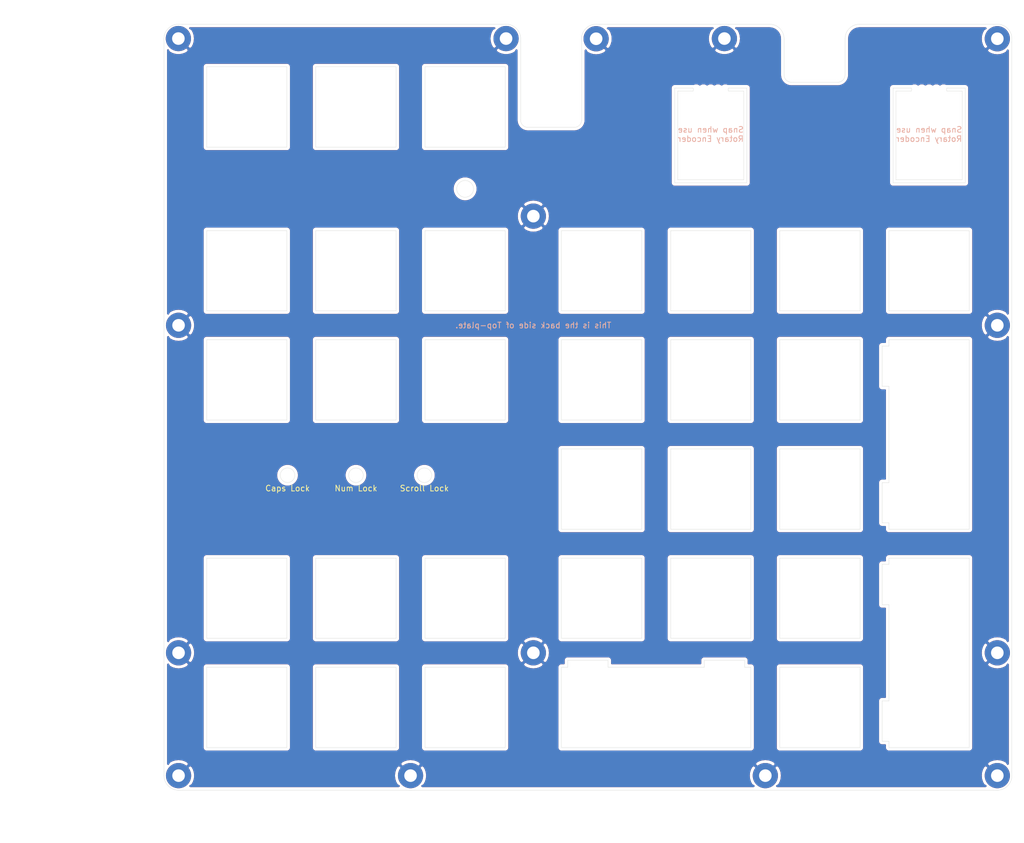
<source format=kicad_pcb>
(kicad_pcb (version 20171130) (host pcbnew 5.1.5)

  (general
    (thickness 1.6)
    (drawings 225)
    (tracks 0)
    (zones 0)
    (modules 17)
    (nets 2)
  )

  (page A4)
  (layers
    (0 F.Cu signal)
    (31 B.Cu signal)
    (32 B.Adhes user)
    (33 F.Adhes user)
    (34 B.Paste user)
    (35 F.Paste user)
    (36 B.SilkS user)
    (37 F.SilkS user)
    (38 B.Mask user)
    (39 F.Mask user)
    (40 Dwgs.User user)
    (41 Cmts.User user)
    (42 Eco1.User user)
    (43 Eco2.User user)
    (44 Edge.Cuts user)
    (45 Margin user)
    (46 B.CrtYd user)
    (47 F.CrtYd user)
    (48 B.Fab user)
    (49 F.Fab user)
  )

  (setup
    (last_trace_width 0.25)
    (trace_clearance 0.2)
    (zone_clearance 0.508)
    (zone_45_only no)
    (trace_min 0.2)
    (via_size 0.5)
    (via_drill 0.3)
    (via_min_size 0.4)
    (via_min_drill 0.3)
    (uvia_size 0.3)
    (uvia_drill 0.1)
    (uvias_allowed no)
    (uvia_min_size 0.2)
    (uvia_min_drill 0.1)
    (edge_width 0.05)
    (segment_width 0.2)
    (pcb_text_width 0.3)
    (pcb_text_size 1.5 1.5)
    (mod_edge_width 0.12)
    (mod_text_size 1 1)
    (mod_text_width 0.15)
    (pad_size 1.524 1.524)
    (pad_drill 0.762)
    (pad_to_mask_clearance 0.051)
    (solder_mask_min_width 0.25)
    (aux_axis_origin 57.81675 162.14725)
    (grid_origin 72.263 42.926)
    (visible_elements FFFFFF7F)
    (pcbplotparams
      (layerselection 0x010f0_ffffffff)
      (usegerberextensions true)
      (usegerberattributes false)
      (usegerberadvancedattributes false)
      (creategerberjobfile false)
      (excludeedgelayer true)
      (linewidth 0.100000)
      (plotframeref false)
      (viasonmask false)
      (mode 1)
      (useauxorigin false)
      (hpglpennumber 1)
      (hpglpenspeed 20)
      (hpglpendiameter 15.000000)
      (psnegative false)
      (psa4output false)
      (plotreference true)
      (plotvalue true)
      (plotinvisibletext false)
      (padsonsilk false)
      (subtractmaskfromsilk false)
      (outputformat 1)
      (mirror false)
      (drillshape 0)
      (scaleselection 1)
      (outputdirectory "gerber"))
  )

  (net 0 "")
  (net 1 GND)

  (net_class Default "This is the default net class."
    (clearance 0.2)
    (trace_width 0.25)
    (via_dia 0.5)
    (via_drill 0.3)
    (uvia_dia 0.3)
    (uvia_drill 0.1)
  )

  (net_class USB_diff ""
    (clearance 0.2)
    (trace_width 0.25)
    (via_dia 0.5)
    (via_drill 0.3)
    (uvia_dia 0.3)
    (uvia_drill 0.1)
    (diff_pair_width 0.2)
    (diff_pair_gap 0.2)
  )

  (net_class Wide ""
    (clearance 0.2)
    (trace_width 0.4)
    (via_dia 0.6)
    (via_drill 0.4)
    (uvia_dia 0.3)
    (uvia_drill 0.1)
    (add_net GND)
  )

  (module random-keyboard-parts:breakaway-mousebites (layer F.Cu) (tedit 5C42C501) (tstamp 5DF16AB2)
    (at 153.2255 40.132)
    (attr virtual)
    (fp_text reference REF** (at 0 -1.524) (layer Dwgs.User)
      (effects (font (size 1 1) (thickness 0.15)))
    )
    (fp_text value breakaway-mousebites (at 0 0.762) (layer Dwgs.User)
      (effects (font (size 1 1) (thickness 0.15)))
    )
    (fp_line (start 2.286 0) (end 2.794 0) (layer B.CrtYd) (width 0.15))
    (fp_line (start 1.016 0) (end 1.524 0) (layer B.CrtYd) (width 0.15))
    (fp_line (start -2.286 0) (end -2.794 0) (layer B.CrtYd) (width 0.15))
    (fp_line (start -1.016 0) (end -1.524 0) (layer B.CrtYd) (width 0.15))
    (fp_line (start 0.254 0) (end -0.254 0) (layer B.CrtYd) (width 0.15))
    (fp_line (start -2.794 0) (end 2.794 0) (layer Dwgs.User) (width 0.15))
    (pad "" np_thru_hole circle (at -2.54 -0.254) (size 0.7874 0.7874) (drill 0.7874) (layers *.Cu *.Mask))
    (pad "" np_thru_hole circle (at -1.27 -0.254) (size 0.7874 0.7874) (drill 0.7874) (layers *.Cu *.Mask))
    (pad "" np_thru_hole circle (at 2.54 -0.254) (size 0.7874 0.7874) (drill 0.7874) (layers *.Cu *.Mask))
    (pad "" np_thru_hole circle (at 1.27 -0.254) (size 0.7874 0.7874) (drill 0.7874) (layers *.Cu *.Mask))
    (pad "" np_thru_hole circle (at 0 -0.254) (size 0.7874 0.7874) (drill 0.7874) (layers *.Cu *.Mask))
  )

  (module random-keyboard-parts:breakaway-mousebites (layer F.Cu) (tedit 5C42C501) (tstamp 5DF16A01)
    (at 191.3255 40.132)
    (attr virtual)
    (fp_text reference REF** (at 0 -1.524) (layer Dwgs.User)
      (effects (font (size 1 1) (thickness 0.15)))
    )
    (fp_text value breakaway-mousebites (at 0 0.762) (layer Dwgs.User)
      (effects (font (size 1 1) (thickness 0.15)))
    )
    (fp_line (start -2.794 0) (end 2.794 0) (layer Dwgs.User) (width 0.15))
    (fp_line (start 0.254 0) (end -0.254 0) (layer B.CrtYd) (width 0.15))
    (fp_line (start -1.016 0) (end -1.524 0) (layer B.CrtYd) (width 0.15))
    (fp_line (start -2.286 0) (end -2.794 0) (layer B.CrtYd) (width 0.15))
    (fp_line (start 1.016 0) (end 1.524 0) (layer B.CrtYd) (width 0.15))
    (fp_line (start 2.286 0) (end 2.794 0) (layer B.CrtYd) (width 0.15))
    (pad "" np_thru_hole circle (at 0 -0.254) (size 0.7874 0.7874) (drill 0.7874) (layers *.Cu *.Mask))
    (pad "" np_thru_hole circle (at 1.27 -0.254) (size 0.7874 0.7874) (drill 0.7874) (layers *.Cu *.Mask))
    (pad "" np_thru_hole circle (at 2.54 -0.254) (size 0.7874 0.7874) (drill 0.7874) (layers *.Cu *.Mask))
    (pad "" np_thru_hole circle (at -1.27 -0.254) (size 0.7874 0.7874) (drill 0.7874) (layers *.Cu *.Mask))
    (pad "" np_thru_hole circle (at -2.54 -0.254) (size 0.7874 0.7874) (drill 0.7874) (layers *.Cu *.Mask))
  )

  (module Custom_Footprint:MountingHole_2.2mm_M2_Pad-noREFs (layer F.Cu) (tedit 5DB83B2D) (tstamp 5DB9F876)
    (at 122.26925 61.976)
    (descr "Mounting Hole 2.2mm, M2")
    (tags "mounting hole 2.2mm m2")
    (path /5DB9C8D3)
    (attr virtual)
    (fp_text reference J6 (at 0 -3.2) (layer F.SilkS) hide
      (effects (font (size 1 1) (thickness 0.15)))
    )
    (fp_text value Conn_01x01 (at 0 3.2) (layer F.Fab)
      (effects (font (size 1 1) (thickness 0.15)))
    )
    (fp_circle (center 0 0) (end 2.45 0) (layer F.CrtYd) (width 0.05))
    (fp_circle (center 0 0) (end 2.2 0) (layer Cmts.User) (width 0.15))
    (fp_text user %R (at 0.3 0) (layer F.Fab)
      (effects (font (size 1 1) (thickness 0.15)))
    )
    (pad 1 thru_hole circle (at 0 0) (size 4.4 4.4) (drill 2.2) (layers *.Cu *.Mask)
      (net 1 GND))
  )

  (module Custom_Footprint:MountingHole_2.2mm_M2_Pad-noREFs (layer F.Cu) (tedit 5DB83B2D) (tstamp 5DBB1E6A)
    (at 203.23175 159.60725)
    (descr "Mounting Hole 2.2mm, M2")
    (tags "mounting hole 2.2mm m2")
    (path /5DBB053F)
    (attr virtual)
    (fp_text reference J15 (at 0 -3.2) (layer F.SilkS) hide
      (effects (font (size 1 1) (thickness 0.15)))
    )
    (fp_text value Conn_01x01 (at 0 3.2) (layer F.Fab)
      (effects (font (size 1 1) (thickness 0.15)))
    )
    (fp_circle (center 0 0) (end 2.45 0) (layer F.CrtYd) (width 0.05))
    (fp_circle (center 0 0) (end 2.2 0) (layer Cmts.User) (width 0.15))
    (fp_text user %R (at 0.3 0) (layer F.Fab)
      (effects (font (size 1 1) (thickness 0.15)))
    )
    (pad 1 thru_hole circle (at 0 0) (size 4.4 4.4) (drill 2.2) (layers *.Cu *.Mask)
      (net 1 GND))
  )

  (module Custom_Footprint:MountingHole_2.2mm_M2_Pad-noREFs (layer F.Cu) (tedit 5DB83B2D) (tstamp 5DB9FC81)
    (at 162.7505 159.60725)
    (descr "Mounting Hole 2.2mm, M2")
    (tags "mounting hole 2.2mm m2")
    (path /5DBA881E)
    (attr virtual)
    (fp_text reference J14 (at 0 -3.2) (layer F.SilkS) hide
      (effects (font (size 1 1) (thickness 0.15)))
    )
    (fp_text value Conn_01x01 (at 0 3.2) (layer F.Fab)
      (effects (font (size 1 1) (thickness 0.15)))
    )
    (fp_circle (center 0 0) (end 2.45 0) (layer F.CrtYd) (width 0.05))
    (fp_circle (center 0 0) (end 2.2 0) (layer Cmts.User) (width 0.15))
    (fp_text user %R (at 0.3 0) (layer F.Fab)
      (effects (font (size 1 1) (thickness 0.15)))
    )
    (pad 1 thru_hole circle (at 0 0) (size 4.4 4.4) (drill 2.2) (layers *.Cu *.Mask)
      (net 1 GND))
  )

  (module Custom_Footprint:MountingHole_2.2mm_M2_Pad-noREFs (layer F.Cu) (tedit 5DB83B2D) (tstamp 5DB9FC79)
    (at 100.838 159.60725)
    (descr "Mounting Hole 2.2mm, M2")
    (tags "mounting hole 2.2mm m2")
    (path /5DBA8248)
    (attr virtual)
    (fp_text reference J13 (at 0 -3.2) (layer F.SilkS) hide
      (effects (font (size 1 1) (thickness 0.15)))
    )
    (fp_text value Conn_01x01 (at 0 3.2) (layer F.Fab)
      (effects (font (size 1 1) (thickness 0.15)))
    )
    (fp_circle (center 0 0) (end 2.45 0) (layer F.CrtYd) (width 0.05))
    (fp_circle (center 0 0) (end 2.2 0) (layer Cmts.User) (width 0.15))
    (fp_text user %R (at 0.3 0) (layer F.Fab)
      (effects (font (size 1 1) (thickness 0.15)))
    )
    (pad 1 thru_hole circle (at 0 0) (size 4.4 4.4) (drill 2.2) (layers *.Cu *.Mask)
      (net 1 GND))
  )

  (module Custom_Footprint:MountingHole_2.2mm_M2_Pad-noREFs (layer F.Cu) (tedit 5DB83B2D) (tstamp 5DB9F8A6)
    (at 60.35675 159.60725)
    (descr "Mounting Hole 2.2mm, M2")
    (tags "mounting hole 2.2mm m2")
    (path /5DB9C8F1)
    (attr virtual)
    (fp_text reference J12 (at 0 -3.2) (layer F.SilkS) hide
      (effects (font (size 1 1) (thickness 0.15)))
    )
    (fp_text value Conn_01x01 (at 0 3.2) (layer F.Fab)
      (effects (font (size 1 1) (thickness 0.15)))
    )
    (fp_circle (center 0 0) (end 2.45 0) (layer F.CrtYd) (width 0.05))
    (fp_circle (center 0 0) (end 2.2 0) (layer Cmts.User) (width 0.15))
    (fp_text user %R (at 0.3 0) (layer F.Fab)
      (effects (font (size 1 1) (thickness 0.15)))
    )
    (pad 1 thru_hole circle (at 0 0) (size 4.4 4.4) (drill 2.2) (layers *.Cu *.Mask)
      (net 1 GND))
  )

  (module Custom_Footprint:MountingHole_2.2mm_M2_Pad-noREFs (layer F.Cu) (tedit 5DB83B2D) (tstamp 5DB9F89E)
    (at 203.23175 138.176)
    (descr "Mounting Hole 2.2mm, M2")
    (tags "mounting hole 2.2mm m2")
    (path /5DB9BD91)
    (attr virtual)
    (fp_text reference J11 (at 0 -3.2) (layer F.SilkS) hide
      (effects (font (size 1 1) (thickness 0.15)))
    )
    (fp_text value Conn_01x01 (at 0 3.2) (layer F.Fab)
      (effects (font (size 1 1) (thickness 0.15)))
    )
    (fp_circle (center 0 0) (end 2.45 0) (layer F.CrtYd) (width 0.05))
    (fp_circle (center 0 0) (end 2.2 0) (layer Cmts.User) (width 0.15))
    (fp_text user %R (at 0.3 0) (layer F.Fab)
      (effects (font (size 1 1) (thickness 0.15)))
    )
    (pad 1 thru_hole circle (at 0 0) (size 4.4 4.4) (drill 2.2) (layers *.Cu *.Mask)
      (net 1 GND))
  )

  (module Custom_Footprint:MountingHole_2.2mm_M2_Pad-noREFs (layer F.Cu) (tedit 5DB83B2D) (tstamp 5DB9F896)
    (at 122.26925 138.176)
    (descr "Mounting Hole 2.2mm, M2")
    (tags "mounting hole 2.2mm m2")
    (path /5DB9C8E7)
    (attr virtual)
    (fp_text reference J10 (at 0 -3.2) (layer F.SilkS) hide
      (effects (font (size 1 1) (thickness 0.15)))
    )
    (fp_text value Conn_01x01 (at 0 3.2) (layer F.Fab)
      (effects (font (size 1 1) (thickness 0.15)))
    )
    (fp_circle (center 0 0) (end 2.45 0) (layer F.CrtYd) (width 0.05))
    (fp_circle (center 0 0) (end 2.2 0) (layer Cmts.User) (width 0.15))
    (fp_text user %R (at 0.3 0) (layer F.Fab)
      (effects (font (size 1 1) (thickness 0.15)))
    )
    (pad 1 thru_hole circle (at 0 0) (size 4.4 4.4) (drill 2.2) (layers *.Cu *.Mask)
      (net 1 GND))
  )

  (module Custom_Footprint:MountingHole_2.2mm_M2_Pad-noREFs (layer F.Cu) (tedit 5DB83B2D) (tstamp 5DB9F88E)
    (at 60.35675 138.176)
    (descr "Mounting Hole 2.2mm, M2")
    (tags "mounting hole 2.2mm m2")
    (path /5DB9BAD5)
    (attr virtual)
    (fp_text reference J9 (at 0 -3.2) (layer F.SilkS) hide
      (effects (font (size 1 1) (thickness 0.15)))
    )
    (fp_text value Conn_01x01 (at 0 3.2) (layer F.Fab)
      (effects (font (size 1 1) (thickness 0.15)))
    )
    (fp_circle (center 0 0) (end 2.45 0) (layer F.CrtYd) (width 0.05))
    (fp_circle (center 0 0) (end 2.2 0) (layer Cmts.User) (width 0.15))
    (fp_text user %R (at 0.3 0) (layer F.Fab)
      (effects (font (size 1 1) (thickness 0.15)))
    )
    (pad 1 thru_hole circle (at 0 0) (size 4.4 4.4) (drill 2.2) (layers *.Cu *.Mask)
      (net 1 GND))
  )

  (module Custom_Footprint:MountingHole_2.2mm_M2_Pad-noREFs (layer F.Cu) (tedit 5DB83B2D) (tstamp 5DB9F886)
    (at 203.23175 81.026)
    (descr "Mounting Hole 2.2mm, M2")
    (tags "mounting hole 2.2mm m2")
    (path /5DB9C8DD)
    (attr virtual)
    (fp_text reference J8 (at 0 -3.2) (layer F.SilkS) hide
      (effects (font (size 1 1) (thickness 0.15)))
    )
    (fp_text value Conn_01x01 (at 0 3.2) (layer F.Fab)
      (effects (font (size 1 1) (thickness 0.15)))
    )
    (fp_circle (center 0 0) (end 2.45 0) (layer F.CrtYd) (width 0.05))
    (fp_circle (center 0 0) (end 2.2 0) (layer Cmts.User) (width 0.15))
    (fp_text user %R (at 0.3 0) (layer F.Fab)
      (effects (font (size 1 1) (thickness 0.15)))
    )
    (pad 1 thru_hole circle (at 0 0) (size 4.4 4.4) (drill 2.2) (layers *.Cu *.Mask)
      (net 1 GND))
  )

  (module Custom_Footprint:MountingHole_2.2mm_M2_Pad-noREFs (layer F.Cu) (tedit 5DB83B2D) (tstamp 5DB9F87E)
    (at 60.35675 81.026)
    (descr "Mounting Hole 2.2mm, M2")
    (tags "mounting hole 2.2mm m2")
    (path /5DB9B81C)
    (attr virtual)
    (fp_text reference J7 (at 0 -3.2) (layer F.SilkS) hide
      (effects (font (size 1 1) (thickness 0.15)))
    )
    (fp_text value Conn_01x01 (at 0 3.2) (layer F.Fab)
      (effects (font (size 1 1) (thickness 0.15)))
    )
    (fp_circle (center 0 0) (end 2.45 0) (layer F.CrtYd) (width 0.05))
    (fp_circle (center 0 0) (end 2.2 0) (layer Cmts.User) (width 0.15))
    (fp_text user %R (at 0.3 0) (layer F.Fab)
      (effects (font (size 1 1) (thickness 0.15)))
    )
    (pad 1 thru_hole circle (at 0 0) (size 4.4 4.4) (drill 2.2) (layers *.Cu *.Mask)
      (net 1 GND))
  )

  (module Custom_Footprint:MountingHole_2.2mm_M2_Pad-noREFs (layer F.Cu) (tedit 5DB83B2D) (tstamp 5DB9F86E)
    (at 203.23175 31.01975)
    (descr "Mounting Hole 2.2mm, M2")
    (tags "mounting hole 2.2mm m2")
    (path /5DB9B2F5)
    (attr virtual)
    (fp_text reference J5 (at 0 -3.2) (layer F.SilkS) hide
      (effects (font (size 1 1) (thickness 0.15)))
    )
    (fp_text value Conn_01x01 (at 0 3.2) (layer F.Fab)
      (effects (font (size 1 1) (thickness 0.15)))
    )
    (fp_circle (center 0 0) (end 2.45 0) (layer F.CrtYd) (width 0.05))
    (fp_circle (center 0 0) (end 2.2 0) (layer Cmts.User) (width 0.15))
    (fp_text user %R (at 0.3 0) (layer F.Fab)
      (effects (font (size 1 1) (thickness 0.15)))
    )
    (pad 1 thru_hole circle (at 0 0) (size 4.4 4.4) (drill 2.2) (layers *.Cu *.Mask)
      (net 1 GND))
  )

  (module Custom_Footprint:MountingHole_2.2mm_M2_Pad-noREFs (layer F.Cu) (tedit 5DB83B2D) (tstamp 5DB9F866)
    (at 155.60675 30.988)
    (descr "Mounting Hole 2.2mm, M2")
    (tags "mounting hole 2.2mm m2")
    (path /5DB9C8C9)
    (attr virtual)
    (fp_text reference J4 (at 0 -3.2) (layer F.SilkS) hide
      (effects (font (size 1 1) (thickness 0.15)))
    )
    (fp_text value Conn_01x01 (at 0 3.2) (layer F.Fab)
      (effects (font (size 1 1) (thickness 0.15)))
    )
    (fp_circle (center 0 0) (end 2.45 0) (layer F.CrtYd) (width 0.05))
    (fp_circle (center 0 0) (end 2.2 0) (layer Cmts.User) (width 0.15))
    (fp_text user %R (at 0.3 0) (layer F.Fab)
      (effects (font (size 1 1) (thickness 0.15)))
    )
    (pad 1 thru_hole circle (at 0 0) (size 4.4 4.4) (drill 2.2) (layers *.Cu *.Mask)
      (net 1 GND))
  )

  (module Custom_Footprint:MountingHole_2.2mm_M2_Pad-noREFs (layer F.Cu) (tedit 5DB83B2D) (tstamp 5DB9F85E)
    (at 133.223 31.01975)
    (descr "Mounting Hole 2.2mm, M2")
    (tags "mounting hole 2.2mm m2")
    (path /5DB9B090)
    (attr virtual)
    (fp_text reference J3 (at 0 -3.2) (layer F.SilkS) hide
      (effects (font (size 1 1) (thickness 0.15)))
    )
    (fp_text value Conn_01x01 (at 0 3.2) (layer F.Fab)
      (effects (font (size 1 1) (thickness 0.15)))
    )
    (fp_circle (center 0 0) (end 2.45 0) (layer F.CrtYd) (width 0.05))
    (fp_circle (center 0 0) (end 2.2 0) (layer Cmts.User) (width 0.15))
    (fp_text user %R (at 0.3 0) (layer F.Fab)
      (effects (font (size 1 1) (thickness 0.15)))
    )
    (pad 1 thru_hole circle (at 0 0) (size 4.4 4.4) (drill 2.2) (layers *.Cu *.Mask)
      (net 1 GND))
  )

  (module Custom_Footprint:MountingHole_2.2mm_M2_Pad-noREFs (layer F.Cu) (tedit 5DB83B2D) (tstamp 5DBAF2E3)
    (at 117.50675 30.988)
    (descr "Mounting Hole 2.2mm, M2")
    (tags "mounting hole 2.2mm m2")
    (path /5DB9C8BF)
    (attr virtual)
    (fp_text reference J2 (at 0 -3.2) (layer F.SilkS) hide
      (effects (font (size 1 1) (thickness 0.15)))
    )
    (fp_text value Conn_01x01 (at 0 3.2) (layer F.Fab)
      (effects (font (size 1 1) (thickness 0.15)))
    )
    (fp_circle (center 0 0) (end 2.45 0) (layer F.CrtYd) (width 0.05))
    (fp_circle (center 0 0) (end 2.2 0) (layer Cmts.User) (width 0.15))
    (fp_text user %R (at 0.3 0) (layer F.Fab)
      (effects (font (size 1 1) (thickness 0.15)))
    )
    (pad 1 thru_hole circle (at 0 0) (size 4.4 4.4) (drill 2.2) (layers *.Cu *.Mask)
      (net 1 GND))
  )

  (module Custom_Footprint:MountingHole_2.2mm_M2_Pad-noREFs (layer F.Cu) (tedit 5DB83B2D) (tstamp 5DB9F84E)
    (at 60.325 30.988)
    (descr "Mounting Hole 2.2mm, M2")
    (tags "mounting hole 2.2mm m2")
    (path /5DB9A74A)
    (attr virtual)
    (fp_text reference J1 (at 0 -3.2) (layer F.SilkS) hide
      (effects (font (size 1 1) (thickness 0.15)))
    )
    (fp_text value Conn_01x01 (at 0 3.2) (layer F.Fab)
      (effects (font (size 1 1) (thickness 0.15)))
    )
    (fp_circle (center 0 0) (end 2.45 0) (layer F.CrtYd) (width 0.05))
    (fp_circle (center 0 0) (end 2.2 0) (layer Cmts.User) (width 0.15))
    (fp_text user %R (at 0.3 0) (layer F.Fab)
      (effects (font (size 1 1) (thickness 0.15)))
    )
    (pad 1 thru_hole circle (at 0 0) (size 4.4 4.4) (drill 2.2) (layers *.Cu *.Mask)
      (net 1 GND))
  )

  (gr_text "Snap when use\nRotary Encoder" (at 191.3255 47.6885) (layer B.SilkS) (tstamp 5DF16D74)
    (effects (font (size 1 1) (thickness 0.15)) (justify mirror))
  )
  (gr_text "Snap when use\nRotary Encoder" (at 153.2255 47.6885) (layer B.SilkS)
    (effects (font (size 1 1) (thickness 0.15)) (justify mirror))
  )
  (gr_line (start 197.104 40.148539) (end 194.422001 40.148539) (layer Edge.Cuts) (width 0.05) (tstamp 5DF16B01))
  (gr_line (start 188.233618 40.148539) (end 185.547 40.148539) (layer Edge.Cuts) (width 0.05) (tstamp 5DF16B00))
  (gr_line (start 185.547 40.148539) (end 185.547 55.626) (layer Edge.Cuts) (width 0.05) (tstamp 5DF16AFF))
  (gr_line (start 197.104 55.626) (end 197.104 40.148539) (layer Edge.Cuts) (width 0.05) (tstamp 5DF16AFE))
  (gr_line (start 185.547 55.626) (end 197.104 55.626) (layer Edge.Cuts) (width 0.05) (tstamp 5DF16AFD))
  (gr_line (start 159.004 55.626) (end 159.004 40.148539) (layer Edge.Cuts) (width 0.05) (tstamp 5DF16AF6))
  (gr_line (start 147.447 55.626) (end 159.004 55.626) (layer Edge.Cuts) (width 0.05))
  (gr_line (start 147.447 40.148539) (end 147.447 55.626) (layer Edge.Cuts) (width 0.05))
  (gr_line (start 159.004 40.148539) (end 156.322001 40.148539) (layer Edge.Cuts) (width 0.05) (tstamp 5DF16AED))
  (gr_arc (start 149.367001 39.892999) (end 150.128999 39.624) (angle 37.87891664) (layer Edge.Cuts) (width 0.05) (tstamp 5DF16AC3))
  (gr_line (start 156.317382 39.624) (end 159.512 39.624) (layer Edge.Cuts) (width 0.05) (tstamp 5DF16AC2))
  (gr_line (start 150.133618 40.148539) (end 147.447 40.148539) (layer Edge.Cuts) (width 0.05) (tstamp 5DF16AC0))
  (gr_line (start 146.939 39.624) (end 150.128999 39.624) (layer Edge.Cuts) (width 0.05) (tstamp 5DF16AB1))
  (gr_arc (start 157.083999 39.87954) (end 156.322001 40.148539) (angle 37.87891664) (layer Edge.Cuts) (width 0.05) (tstamp 5DF16AB0))
  (gr_arc (start 195.183999 39.87954) (end 194.422001 40.148539) (angle 37.87891664) (layer Edge.Cuts) (width 0.05) (tstamp 5DF16A88))
  (gr_line (start 194.417382 39.624) (end 197.612 39.624) (layer Edge.Cuts) (width 0.05) (tstamp 5DF16A87))
  (gr_arc (start 187.467001 39.892999) (end 188.228999 39.624) (angle 37.87891664) (layer Edge.Cuts) (width 0.05) (tstamp 5DF1105A))
  (gr_circle (center 110.363 57.2135) (end 111.8235 57.2135) (layer Edge.Cuts) (width 0.05) (tstamp 5DF10DB8))
  (dimension 14.2875 (width 0.15) (layer Dwgs.User)
    (gr_text "14.287 mm" (at 32.863 50.06975 270) (layer Dwgs.User)
      (effects (font (size 1 1) (thickness 0.15)))
    )
    (feature1 (pts (xy 110.363 57.2135) (xy 33.576579 57.2135)))
    (feature2 (pts (xy 110.363 42.926) (xy 33.576579 42.926)))
    (crossbar (pts (xy 34.163 42.926) (xy 34.163 57.2135)))
    (arrow1a (pts (xy 34.163 57.2135) (xy 33.576579 56.086996)))
    (arrow1b (pts (xy 34.163 57.2135) (xy 34.749421 56.086996)))
    (arrow2a (pts (xy 34.163 42.926) (xy 33.576579 44.052504)))
    (arrow2b (pts (xy 34.163 42.926) (xy 34.749421 44.052504)))
  )
  (dimension 38.1 (width 0.15) (layer Dwgs.User)
    (gr_text "38.100 mm" (at 91.313 24.95725) (layer Dwgs.User)
      (effects (font (size 1 1) (thickness 0.15)))
    )
    (feature1 (pts (xy 110.363 57.2135) (xy 110.363 25.670829)))
    (feature2 (pts (xy 72.263 57.2135) (xy 72.263 25.670829)))
    (crossbar (pts (xy 72.263 26.25725) (xy 110.363 26.25725)))
    (arrow1a (pts (xy 110.363 26.25725) (xy 109.236496 26.843671)))
    (arrow1b (pts (xy 110.363 26.25725) (xy 109.236496 25.670829)))
    (arrow2a (pts (xy 72.263 26.25725) (xy 73.389504 26.843671)))
    (arrow2b (pts (xy 72.263 26.25725) (xy 73.389504 25.670829)))
  )
  (gr_text "This is the back side of Top-plate." (at 122.26925 81.026) (layer B.SilkS)
    (effects (font (size 1 1) (thickness 0.15)) (justify mirror))
  )
  (dimension 133.50875 (width 0.15) (layer Dwgs.User)
    (gr_text "133.509 mm" (at 50.643082 95.234125 270) (layer Dwgs.User)
      (effects (font (size 1 1) (thickness 0.15)))
    )
    (feature1 (pts (xy 60.35675 161.9885) (xy 51.356661 161.9885)))
    (feature2 (pts (xy 60.35675 28.47975) (xy 51.356661 28.47975)))
    (crossbar (pts (xy 51.943082 28.47975) (xy 51.943082 161.9885)))
    (arrow1a (pts (xy 51.943082 161.9885) (xy 51.356661 160.861996)))
    (arrow1b (pts (xy 51.943082 161.9885) (xy 52.529503 160.861996)))
    (arrow2a (pts (xy 51.943082 28.47975) (xy 51.356661 29.606254)))
    (arrow2b (pts (xy 51.943082 28.47975) (xy 52.529503 29.606254)))
  )
  (dimension 147.955 (width 0.15) (layer Dwgs.User)
    (gr_text "147.955 mm" (at 131.79425 172.0515) (layer Dwgs.User)
      (effects (font (size 1 1) (thickness 0.15)))
    )
    (feature1 (pts (xy 205.77175 159.4485) (xy 205.77175 171.337921)))
    (feature2 (pts (xy 57.81675 159.4485) (xy 57.81675 171.337921)))
    (crossbar (pts (xy 57.81675 170.7515) (xy 205.77175 170.7515)))
    (arrow1a (pts (xy 205.77175 170.7515) (xy 204.645246 171.337921)))
    (arrow1b (pts (xy 205.77175 170.7515) (xy 204.645246 170.165079)))
    (arrow2a (pts (xy 57.81675 170.7515) (xy 58.943254 171.337921)))
    (arrow2b (pts (xy 57.81675 170.7515) (xy 58.943254 170.165079)))
  )
  (gr_line (start 176.657 37.338) (end 176.657 31.01975) (layer Edge.Cuts) (width 0.05) (tstamp 5DBB2857))
  (gr_arc (start 175.387 37.338001) (end 175.387001 38.608001) (angle -90) (layer Edge.Cuts) (width 0.05) (tstamp 5DBB2856))
  (gr_line (start 167.29075 38.608) (end 175.387001 38.608001) (layer Edge.Cuts) (width 0.05) (tstamp 5DBB2855))
  (gr_line (start 166.02075 31.01975) (end 166.02075 37.338) (layer Edge.Cuts) (width 0.05) (tstamp 5DBB285F))
  (gr_arc (start 167.29075 37.338) (end 166.02075 37.338) (angle -90) (layer Edge.Cuts) (width 0.05) (tstamp 5DBB2853))
  (gr_arc (start 129.413 45.212001) (end 129.413001 46.482001) (angle -90) (layer Edge.Cuts) (width 0.05) (tstamp 5DBB1E7D))
  (gr_arc (start 121.31675 45.212) (end 120.04675 45.212) (angle -90) (layer Edge.Cuts) (width 0.05))
  (gr_line (start 130.683 45.212) (end 130.683 31.01975) (layer Edge.Cuts) (width 0.05) (tstamp 5DBB1E72))
  (gr_line (start 121.31675 46.482) (end 129.413001 46.482001) (layer Edge.Cuts) (width 0.05))
  (gr_line (start 120.04675 31.01975) (end 120.04675 45.212) (layer Edge.Cuts) (width 0.05))
  (gr_line (start 163.48075 28.47975) (end 133.223 28.47975) (layer Edge.Cuts) (width 0.05) (tstamp 5DBAF333))
  (gr_arc (start 179.197 31.01975) (end 179.197 28.47975) (angle -90) (layer Edge.Cuts) (width 0.05) (tstamp 5DBAF32D))
  (gr_arc (start 163.48075 31.01975) (end 166.02075 31.01975) (angle -90) (layer Edge.Cuts) (width 0.05) (tstamp 5DBAF32C))
  (gr_arc (start 133.223 31.01975) (end 133.223 28.47975) (angle -90) (layer Edge.Cuts) (width 0.05) (tstamp 5DBAF317))
  (gr_line (start 117.50675 28.47975) (end 60.35675 28.47975) (layer Edge.Cuts) (width 0.05) (tstamp 5DBAF315))
  (gr_arc (start 117.50675 31.01975) (end 120.04675 31.01975) (angle -90) (layer Edge.Cuts) (width 0.05) (tstamp 5DBAF303))
  (gr_line (start 203.23175 28.47975) (end 179.197 28.47975) (layer Edge.Cuts) (width 0.05) (tstamp 5DBAEDDB))
  (gr_line (start 205.77175 159.60725) (end 205.77175 31.01975) (layer Edge.Cuts) (width 0.05) (tstamp 5DBAEDD7))
  (gr_line (start 60.35675 162.14725) (end 203.23175 162.14725) (layer Edge.Cuts) (width 0.05) (tstamp 5DBAEDD3))
  (gr_line (start 57.81675 31.01975) (end 57.81675 159.60725) (layer Edge.Cuts) (width 0.05) (tstamp 5DBAEDD0))
  (gr_circle (center 103.251 107.188) (end 103.251 108.458) (layer Edge.Cuts) (width 0.05) (tstamp 5DBAEDAA))
  (gr_circle (center 91.313 107.188) (end 91.313 108.458) (layer Edge.Cuts) (width 0.05) (tstamp 5DBAEDA4))
  (gr_circle (center 79.375 107.188) (end 79.375 108.458) (layer Edge.Cuts) (width 0.05))
  (gr_line (start 185.039 56.134) (end 185.039 39.624) (layer Edge.Cuts) (width 0.05) (tstamp 5DBAED79))
  (gr_line (start 197.612 56.134) (end 185.039 56.134) (layer Edge.Cuts) (width 0.05) (tstamp 5DBAED78))
  (gr_line (start 185.039 39.624) (end 188.228999 39.624) (layer Edge.Cuts) (width 0.05) (tstamp 5DBAED77))
  (gr_line (start 197.612 39.624) (end 197.612 56.134) (layer Edge.Cuts) (width 0.05) (tstamp 5DBAED76))
  (gr_line (start 146.939 56.134) (end 146.939 39.624) (layer Edge.Cuts) (width 0.05))
  (gr_line (start 159.512 56.134) (end 146.939 56.134) (layer Edge.Cuts) (width 0.05))
  (gr_line (start 159.512 39.624) (end 159.512 56.134) (layer Edge.Cuts) (width 0.05))
  (gr_line (start 165.2755 154.701) (end 179.2755 154.701) (layer Edge.Cuts) (width 0.05) (tstamp 5DBAED67))
  (gr_line (start 179.2755 140.701) (end 165.2755 140.701) (layer Edge.Cuts) (width 0.05) (tstamp 5DBAED66))
  (gr_line (start 165.2755 140.701) (end 165.2755 154.701) (layer Edge.Cuts) (width 0.05) (tstamp 5DBAED65))
  (gr_line (start 179.2755 154.701) (end 179.2755 140.701) (layer Edge.Cuts) (width 0.05) (tstamp 5DBAED64))
  (gr_line (start 184.3255 91.676001) (end 184.3255 108.476001) (layer Edge.Cuts) (width 0.05) (tstamp 5DBAECB7))
  (gr_line (start 198.3255 83.551) (end 184.3255 83.551) (layer Edge.Cuts) (width 0.05) (tstamp 5DBAECB6))
  (gr_line (start 183.1255 115.5065) (end 184.3255 115.5065) (layer Edge.Cuts) (width 0.05) (tstamp 5DBAECB5))
  (gr_line (start 198.3255 116.601) (end 198.3255 83.551) (layer Edge.Cuts) (width 0.05) (tstamp 5DBAECB4))
  (gr_line (start 184.3255 115.5065) (end 184.3255 116.601) (layer Edge.Cuts) (width 0.05) (tstamp 5DBAECB3))
  (gr_line (start 184.3255 116.601) (end 198.3255 116.601) (layer Edge.Cuts) (width 0.05) (tstamp 5DBAECB2))
  (gr_line (start 183.1255 115.5065) (end 183.125499 108.476) (layer Edge.Cuts) (width 0.05) (tstamp 5DBAECB1))
  (gr_line (start 183.125499 108.476) (end 184.3255 108.476001) (layer Edge.Cuts) (width 0.05) (tstamp 5DBAECB0))
  (gr_line (start 184.3255 83.551) (end 184.3255 84.645499) (layer Edge.Cuts) (width 0.05) (tstamp 5DBAECAF))
  (gr_line (start 183.125499 91.676) (end 184.3255 91.676001) (layer Edge.Cuts) (width 0.05) (tstamp 5DBAECAE))
  (gr_line (start 183.125499 84.6455) (end 184.3255 84.645499) (layer Edge.Cuts) (width 0.05) (tstamp 5DBAECAD))
  (gr_line (start 183.125499 91.676) (end 183.125499 84.6455) (layer Edge.Cuts) (width 0.05) (tstamp 5DBAECAC))
  (gr_line (start 184.3255 129.776001) (end 184.3255 146.576001) (layer Edge.Cuts) (width 0.05) (tstamp 5DBAECB7))
  (gr_line (start 198.3255 121.651) (end 184.3255 121.651) (layer Edge.Cuts) (width 0.05) (tstamp 5DBAECB6))
  (gr_line (start 183.1255 153.6065) (end 184.3255 153.6065) (layer Edge.Cuts) (width 0.05) (tstamp 5DBAECB5))
  (gr_line (start 198.3255 154.701) (end 198.3255 121.651) (layer Edge.Cuts) (width 0.05) (tstamp 5DBAECB4))
  (gr_line (start 184.3255 153.6065) (end 184.3255 154.701) (layer Edge.Cuts) (width 0.05) (tstamp 5DBAECB3))
  (gr_line (start 184.3255 154.701) (end 198.3255 154.701) (layer Edge.Cuts) (width 0.05) (tstamp 5DBAECB2))
  (gr_line (start 183.1255 153.6065) (end 183.125499 146.576) (layer Edge.Cuts) (width 0.05) (tstamp 5DBAECB1))
  (gr_line (start 183.125499 146.576) (end 184.3255 146.576001) (layer Edge.Cuts) (width 0.05) (tstamp 5DBAECB0))
  (gr_line (start 184.3255 121.651) (end 184.3255 122.745499) (layer Edge.Cuts) (width 0.05) (tstamp 5DBAECAF))
  (gr_line (start 183.125499 129.776) (end 184.3255 129.776001) (layer Edge.Cuts) (width 0.05) (tstamp 5DBAECAE))
  (gr_line (start 183.125499 122.7455) (end 184.3255 122.745499) (layer Edge.Cuts) (width 0.05) (tstamp 5DBAECAD))
  (gr_line (start 183.125499 129.776) (end 183.125499 122.7455) (layer Edge.Cuts) (width 0.05) (tstamp 5DBAECAC))
  (gr_line (start 152.1005 140.701) (end 135.3005 140.701) (layer Edge.Cuts) (width 0.05) (tstamp 5DBAEC89))
  (gr_line (start 152.1005 139.501) (end 152.1005 140.701) (layer Edge.Cuts) (width 0.05) (tstamp 5DBAECA4))
  (gr_line (start 160.2255 140.701) (end 159.131 140.701) (layer Edge.Cuts) (width 0.05) (tstamp 5DBAECA1))
  (gr_line (start 152.1005 139.501) (end 159.131 139.501) (layer Edge.Cuts) (width 0.05) (tstamp 5DBAECAA))
  (gr_line (start 159.131 139.501) (end 159.131 140.701) (layer Edge.Cuts) (width 0.05) (tstamp 5DBAECA7))
  (gr_line (start 135.3005 139.501) (end 135.3005 140.701) (layer Edge.Cuts) (width 0.05) (tstamp 5DBAEC9E))
  (gr_line (start 128.27 139.501) (end 135.3005 139.501) (layer Edge.Cuts) (width 0.05) (tstamp 5DBAEC9B))
  (gr_line (start 128.27 139.501) (end 128.27 140.701) (layer Edge.Cuts) (width 0.05) (tstamp 5DBAEC8F))
  (gr_line (start 128.27 140.701) (end 127.1755 140.701) (layer Edge.Cuts) (width 0.05) (tstamp 5DBAEC95))
  (gr_line (start 160.2255 154.701) (end 160.2255 140.701) (layer Edge.Cuts) (width 0.05) (tstamp 5DBAEC8C))
  (gr_line (start 127.1755 154.701) (end 160.2255 154.701) (layer Edge.Cuts) (width 0.05) (tstamp 5DBAEC92))
  (gr_line (start 127.1755 140.701) (end 127.1755 154.701) (layer Edge.Cuts) (width 0.05) (tstamp 5DBAEC98))
  (gr_line (start 117.363 154.701) (end 117.363 140.701) (layer Edge.Cuts) (width 0.05) (tstamp 5DB9FCE2))
  (gr_line (start 103.363 140.701) (end 103.363 154.701) (layer Edge.Cuts) (width 0.05) (tstamp 5DB9FCE1))
  (gr_line (start 117.363 140.701) (end 103.363 140.701) (layer Edge.Cuts) (width 0.05) (tstamp 5DB9FCE0))
  (gr_line (start 103.363 154.701) (end 117.363 154.701) (layer Edge.Cuts) (width 0.05) (tstamp 5DB9FCDF))
  (gr_line (start 98.313 154.701) (end 98.313 140.701) (layer Edge.Cuts) (width 0.05) (tstamp 5DB9FCE2))
  (gr_line (start 84.313 140.701) (end 84.313 154.701) (layer Edge.Cuts) (width 0.05) (tstamp 5DB9FCE1))
  (gr_line (start 98.313 140.701) (end 84.313 140.701) (layer Edge.Cuts) (width 0.05) (tstamp 5DB9FCE0))
  (gr_line (start 84.313 154.701) (end 98.313 154.701) (layer Edge.Cuts) (width 0.05) (tstamp 5DB9FCDF))
  (gr_line (start 79.263 154.701) (end 79.263 140.701) (layer Edge.Cuts) (width 0.05) (tstamp 5DB9FCE2))
  (gr_line (start 65.263 140.701) (end 65.263 154.701) (layer Edge.Cuts) (width 0.05) (tstamp 5DB9FCE1))
  (gr_line (start 79.263 140.701) (end 65.263 140.701) (layer Edge.Cuts) (width 0.05) (tstamp 5DB9FCE0))
  (gr_line (start 65.263 154.701) (end 79.263 154.701) (layer Edge.Cuts) (width 0.05) (tstamp 5DB9FCDF))
  (gr_line (start 79.263 135.651) (end 79.263 121.651) (layer Edge.Cuts) (width 0.05) (tstamp 5DB9FCE2))
  (gr_line (start 65.263 121.651) (end 65.263 135.651) (layer Edge.Cuts) (width 0.05) (tstamp 5DB9FCE1))
  (gr_line (start 79.263 121.651) (end 65.263 121.651) (layer Edge.Cuts) (width 0.05) (tstamp 5DB9FCE0))
  (gr_line (start 65.263 135.651) (end 79.263 135.651) (layer Edge.Cuts) (width 0.05) (tstamp 5DB9FCDF))
  (gr_line (start 98.313 135.651) (end 98.313 121.651) (layer Edge.Cuts) (width 0.05) (tstamp 5DB9FCE2))
  (gr_line (start 84.313 121.651) (end 84.313 135.651) (layer Edge.Cuts) (width 0.05) (tstamp 5DB9FCE1))
  (gr_line (start 98.313 121.651) (end 84.313 121.651) (layer Edge.Cuts) (width 0.05) (tstamp 5DB9FCE0))
  (gr_line (start 84.313 135.651) (end 98.313 135.651) (layer Edge.Cuts) (width 0.05) (tstamp 5DB9FCDF))
  (gr_line (start 117.363 135.651) (end 117.363 121.651) (layer Edge.Cuts) (width 0.05) (tstamp 5DB9FCE2))
  (gr_line (start 103.363 121.651) (end 103.363 135.651) (layer Edge.Cuts) (width 0.05) (tstamp 5DB9FCE1))
  (gr_line (start 117.363 121.651) (end 103.363 121.651) (layer Edge.Cuts) (width 0.05) (tstamp 5DB9FCE0))
  (gr_line (start 103.363 135.651) (end 117.363 135.651) (layer Edge.Cuts) (width 0.05) (tstamp 5DB9FCDF))
  (gr_line (start 141.1755 135.651) (end 141.1755 121.651) (layer Edge.Cuts) (width 0.05) (tstamp 5DB9FCE2))
  (gr_line (start 127.1755 121.651) (end 127.1755 135.651) (layer Edge.Cuts) (width 0.05) (tstamp 5DB9FCE1))
  (gr_line (start 141.1755 121.651) (end 127.1755 121.651) (layer Edge.Cuts) (width 0.05) (tstamp 5DB9FCE0))
  (gr_line (start 127.1755 135.651) (end 141.1755 135.651) (layer Edge.Cuts) (width 0.05) (tstamp 5DB9FCDF))
  (gr_line (start 160.2255 135.651) (end 160.2255 121.651) (layer Edge.Cuts) (width 0.05) (tstamp 5DB9FCE2))
  (gr_line (start 146.2255 121.651) (end 146.2255 135.651) (layer Edge.Cuts) (width 0.05) (tstamp 5DB9FCE1))
  (gr_line (start 160.2255 121.651) (end 146.2255 121.651) (layer Edge.Cuts) (width 0.05) (tstamp 5DB9FCE0))
  (gr_line (start 146.2255 135.651) (end 160.2255 135.651) (layer Edge.Cuts) (width 0.05) (tstamp 5DB9FCDF))
  (gr_line (start 179.2755 135.651) (end 179.2755 121.651) (layer Edge.Cuts) (width 0.05) (tstamp 5DB9FCE2))
  (gr_line (start 165.2755 121.651) (end 165.2755 135.651) (layer Edge.Cuts) (width 0.05) (tstamp 5DB9FCE1))
  (gr_line (start 179.2755 121.651) (end 165.2755 121.651) (layer Edge.Cuts) (width 0.05) (tstamp 5DB9FCE0))
  (gr_line (start 165.2755 135.651) (end 179.2755 135.651) (layer Edge.Cuts) (width 0.05) (tstamp 5DB9FCDF))
  (gr_line (start 179.2755 116.601) (end 179.2755 102.601) (layer Edge.Cuts) (width 0.05) (tstamp 5DB9FCE2))
  (gr_line (start 165.2755 102.601) (end 165.2755 116.601) (layer Edge.Cuts) (width 0.05) (tstamp 5DB9FCE1))
  (gr_line (start 179.2755 102.601) (end 165.2755 102.601) (layer Edge.Cuts) (width 0.05) (tstamp 5DB9FCE0))
  (gr_line (start 165.2755 116.601) (end 179.2755 116.601) (layer Edge.Cuts) (width 0.05) (tstamp 5DB9FCDF))
  (gr_line (start 160.2255 116.601) (end 160.2255 102.601) (layer Edge.Cuts) (width 0.05) (tstamp 5DB9FCE2))
  (gr_line (start 146.2255 102.601) (end 146.2255 116.601) (layer Edge.Cuts) (width 0.05) (tstamp 5DB9FCE1))
  (gr_line (start 160.2255 102.601) (end 146.2255 102.601) (layer Edge.Cuts) (width 0.05) (tstamp 5DB9FCE0))
  (gr_line (start 146.2255 116.601) (end 160.2255 116.601) (layer Edge.Cuts) (width 0.05) (tstamp 5DB9FCDF))
  (gr_line (start 141.1755 116.601) (end 141.1755 102.601) (layer Edge.Cuts) (width 0.05) (tstamp 5DB9FCE2))
  (gr_line (start 127.1755 102.601) (end 127.1755 116.601) (layer Edge.Cuts) (width 0.05) (tstamp 5DB9FCE1))
  (gr_line (start 141.1755 102.601) (end 127.1755 102.601) (layer Edge.Cuts) (width 0.05) (tstamp 5DB9FCE0))
  (gr_line (start 127.1755 116.601) (end 141.1755 116.601) (layer Edge.Cuts) (width 0.05) (tstamp 5DB9FCDF))
  (gr_line (start 79.263 97.551) (end 79.263 83.551) (layer Edge.Cuts) (width 0.05) (tstamp 5DB9FCE2))
  (gr_line (start 65.263 83.551) (end 65.263 97.551) (layer Edge.Cuts) (width 0.05) (tstamp 5DB9FCE1))
  (gr_line (start 79.263 83.551) (end 65.263 83.551) (layer Edge.Cuts) (width 0.05) (tstamp 5DB9FCE0))
  (gr_line (start 65.263 97.551) (end 79.263 97.551) (layer Edge.Cuts) (width 0.05) (tstamp 5DB9FCDF))
  (gr_line (start 98.313 97.551) (end 98.313 83.551) (layer Edge.Cuts) (width 0.05) (tstamp 5DB9FCE2))
  (gr_line (start 84.313 83.551) (end 84.313 97.551) (layer Edge.Cuts) (width 0.05) (tstamp 5DB9FCE1))
  (gr_line (start 98.313 83.551) (end 84.313 83.551) (layer Edge.Cuts) (width 0.05) (tstamp 5DB9FCE0))
  (gr_line (start 84.313 97.551) (end 98.313 97.551) (layer Edge.Cuts) (width 0.05) (tstamp 5DB9FCDF))
  (gr_line (start 117.363 97.551) (end 117.363 83.551) (layer Edge.Cuts) (width 0.05) (tstamp 5DB9FCE2))
  (gr_line (start 103.363 83.551) (end 103.363 97.551) (layer Edge.Cuts) (width 0.05) (tstamp 5DB9FCE1))
  (gr_line (start 117.363 83.551) (end 103.363 83.551) (layer Edge.Cuts) (width 0.05) (tstamp 5DB9FCE0))
  (gr_line (start 103.363 97.551) (end 117.363 97.551) (layer Edge.Cuts) (width 0.05) (tstamp 5DB9FCDF))
  (gr_line (start 141.1755 97.551) (end 141.1755 83.551) (layer Edge.Cuts) (width 0.05) (tstamp 5DB9FCE2))
  (gr_line (start 127.1755 83.551) (end 127.1755 97.551) (layer Edge.Cuts) (width 0.05) (tstamp 5DB9FCE1))
  (gr_line (start 141.1755 83.551) (end 127.1755 83.551) (layer Edge.Cuts) (width 0.05) (tstamp 5DB9FCE0))
  (gr_line (start 127.1755 97.551) (end 141.1755 97.551) (layer Edge.Cuts) (width 0.05) (tstamp 5DB9FCDF))
  (gr_line (start 160.2255 97.551) (end 160.2255 83.551) (layer Edge.Cuts) (width 0.05) (tstamp 5DB9FCE2))
  (gr_line (start 146.2255 83.551) (end 146.2255 97.551) (layer Edge.Cuts) (width 0.05) (tstamp 5DB9FCE1))
  (gr_line (start 160.2255 83.551) (end 146.2255 83.551) (layer Edge.Cuts) (width 0.05) (tstamp 5DB9FCE0))
  (gr_line (start 146.2255 97.551) (end 160.2255 97.551) (layer Edge.Cuts) (width 0.05) (tstamp 5DB9FCDF))
  (gr_line (start 179.2755 97.551) (end 179.2755 83.551) (layer Edge.Cuts) (width 0.05) (tstamp 5DB9FCE2))
  (gr_line (start 165.2755 83.551) (end 165.2755 97.551) (layer Edge.Cuts) (width 0.05) (tstamp 5DB9FCE1))
  (gr_line (start 179.2755 83.551) (end 165.2755 83.551) (layer Edge.Cuts) (width 0.05) (tstamp 5DB9FCE0))
  (gr_line (start 165.2755 97.551) (end 179.2755 97.551) (layer Edge.Cuts) (width 0.05) (tstamp 5DB9FCDF))
  (gr_line (start 198.3255 78.501) (end 198.3255 64.501) (layer Edge.Cuts) (width 0.05) (tstamp 5DB9FCE2))
  (gr_line (start 184.3255 64.501) (end 184.3255 78.501) (layer Edge.Cuts) (width 0.05) (tstamp 5DB9FCE1))
  (gr_line (start 198.3255 64.501) (end 184.3255 64.501) (layer Edge.Cuts) (width 0.05) (tstamp 5DB9FCE0))
  (gr_line (start 184.3255 78.501) (end 198.3255 78.501) (layer Edge.Cuts) (width 0.05) (tstamp 5DB9FCDF))
  (gr_line (start 179.2755 78.501) (end 179.2755 64.501) (layer Edge.Cuts) (width 0.05) (tstamp 5DB9FCE2))
  (gr_line (start 165.2755 64.501) (end 165.2755 78.501) (layer Edge.Cuts) (width 0.05) (tstamp 5DB9FCE1))
  (gr_line (start 179.2755 64.501) (end 165.2755 64.501) (layer Edge.Cuts) (width 0.05) (tstamp 5DB9FCE0))
  (gr_line (start 165.2755 78.501) (end 179.2755 78.501) (layer Edge.Cuts) (width 0.05) (tstamp 5DB9FCDF))
  (gr_line (start 160.2255 78.501) (end 160.2255 64.501) (layer Edge.Cuts) (width 0.05) (tstamp 5DB9FCE2))
  (gr_line (start 146.2255 64.501) (end 146.2255 78.501) (layer Edge.Cuts) (width 0.05) (tstamp 5DB9FCE1))
  (gr_line (start 160.2255 64.501) (end 146.2255 64.501) (layer Edge.Cuts) (width 0.05) (tstamp 5DB9FCE0))
  (gr_line (start 146.2255 78.501) (end 160.2255 78.501) (layer Edge.Cuts) (width 0.05) (tstamp 5DB9FCDF))
  (gr_line (start 141.1755 78.501) (end 141.1755 64.501) (layer Edge.Cuts) (width 0.05) (tstamp 5DB9FCE2))
  (gr_line (start 127.1755 64.501) (end 127.1755 78.501) (layer Edge.Cuts) (width 0.05) (tstamp 5DB9FCE1))
  (gr_line (start 141.1755 64.501) (end 127.1755 64.501) (layer Edge.Cuts) (width 0.05) (tstamp 5DB9FCE0))
  (gr_line (start 127.1755 78.501) (end 141.1755 78.501) (layer Edge.Cuts) (width 0.05) (tstamp 5DB9FCDF))
  (gr_line (start 117.363 78.501) (end 117.363 64.501) (layer Edge.Cuts) (width 0.05) (tstamp 5DB9FCE2))
  (gr_line (start 103.363 64.501) (end 103.363 78.501) (layer Edge.Cuts) (width 0.05) (tstamp 5DB9FCE1))
  (gr_line (start 117.363 64.501) (end 103.363 64.501) (layer Edge.Cuts) (width 0.05) (tstamp 5DB9FCE0))
  (gr_line (start 103.363 78.501) (end 117.363 78.501) (layer Edge.Cuts) (width 0.05) (tstamp 5DB9FCDF))
  (gr_line (start 98.313 78.501) (end 98.313 64.501) (layer Edge.Cuts) (width 0.05) (tstamp 5DB9FCE2))
  (gr_line (start 84.313 64.501) (end 84.313 78.501) (layer Edge.Cuts) (width 0.05) (tstamp 5DB9FCE1))
  (gr_line (start 98.313 64.501) (end 84.313 64.501) (layer Edge.Cuts) (width 0.05) (tstamp 5DB9FCE0))
  (gr_line (start 84.313 78.501) (end 98.313 78.501) (layer Edge.Cuts) (width 0.05) (tstamp 5DB9FCDF))
  (gr_line (start 65.263 78.501) (end 79.263 78.501) (layer Edge.Cuts) (width 0.05))
  (gr_line (start 79.263 64.501) (end 65.263 64.501) (layer Edge.Cuts) (width 0.05))
  (gr_line (start 65.263 64.501) (end 65.263 78.501) (layer Edge.Cuts) (width 0.05))
  (gr_line (start 79.263 78.501) (end 79.263 64.501) (layer Edge.Cuts) (width 0.05))
  (gr_line (start 103.363 49.926) (end 117.363 49.926) (layer Edge.Cuts) (width 0.05) (tstamp 5DB9FCD2))
  (gr_line (start 117.363 35.926) (end 103.363 35.926) (layer Edge.Cuts) (width 0.05) (tstamp 5DB9FCD1))
  (gr_line (start 117.363 49.926) (end 117.363 35.926) (layer Edge.Cuts) (width 0.05) (tstamp 5DB9FCD0))
  (gr_line (start 103.363 35.926) (end 103.363 49.926) (layer Edge.Cuts) (width 0.05) (tstamp 5DB9FCCF))
  (gr_line (start 84.313 49.926) (end 98.313 49.926) (layer Edge.Cuts) (width 0.05) (tstamp 5DB9FCCA))
  (gr_line (start 98.313 49.926) (end 98.313 35.926) (layer Edge.Cuts) (width 0.05) (tstamp 5DB9FCC9))
  (gr_line (start 98.313 35.926) (end 84.313 35.926) (layer Edge.Cuts) (width 0.05) (tstamp 5DB9FCC8))
  (gr_line (start 84.313 35.926) (end 84.313 49.926) (layer Edge.Cuts) (width 0.05) (tstamp 5DB9FCC7))
  (gr_line (start 79.263 35.926) (end 65.263 35.926) (layer Edge.Cuts) (width 0.05) (tstamp 5DB9FCBE))
  (gr_line (start 79.263 49.926) (end 79.263 35.926) (layer Edge.Cuts) (width 0.05))
  (gr_line (start 65.263 49.926) (end 79.263 49.926) (layer Edge.Cuts) (width 0.05))
  (gr_line (start 65.263 35.926) (end 65.263 49.926) (layer Edge.Cuts) (width 0.05))
  (gr_text "Num Lock" (at 91.313 109.474) (layer F.SilkS)
    (effects (font (size 1 1) (thickness 0.15)))
  )
  (gr_text "Scroll Lock" (at 103.251 109.474) (layer F.SilkS)
    (effects (font (size 1 1) (thickness 0.15)))
  )
  (gr_text "Caps Lock" (at 79.375 109.474) (layer F.SilkS)
    (effects (font (size 1 1) (thickness 0.15)))
  )
  (gr_arc (start 203.23175 31.01975) (end 205.77175 31.01975) (angle -90) (layer Edge.Cuts) (width 0.05) (tstamp 5DB0017E))
  (gr_circle (center 60.325 81.026) (end 62.865 81.026) (layer Dwgs.User) (width 0.12) (tstamp 5DAF0947))
  (gr_circle (center 60.325 138.176) (end 62.865 138.176) (layer Dwgs.User) (width 0.12) (tstamp 5DAF0945))
  (gr_circle (center 155.60675 30.988) (end 158.14675 30.988) (layer Dwgs.User) (width 0.12) (tstamp 5DAF0943))
  (gr_circle (center 203.2635 30.988) (end 205.8035 30.988) (layer Dwgs.User) (width 0.12) (tstamp 5DAEB14A))
  (gr_circle (center 203.2635 159.639) (end 205.8035 159.639) (layer Dwgs.User) (width 0.12) (tstamp 5D936D99))
  (gr_circle (center 60.325 30.988) (end 62.865 30.988) (layer Dwgs.User) (width 0.12) (tstamp 5D936D95))
  (gr_circle (center 117.50675 30.988) (end 120.04675 30.988) (layer Dwgs.User) (width 0.12) (tstamp 5DBAF2DA))
  (gr_circle (center 100.838 159.639) (end 103.378 159.639) (layer Dwgs.User) (width 0.12))
  (gr_circle (center 162.7505 159.639) (end 165.2905 159.639) (layer Dwgs.User) (width 0.12))
  (gr_circle (center 203.2635 138.176) (end 205.8035 138.176) (layer Dwgs.User) (width 0.12))
  (gr_circle (center 203.2635 81.026) (end 205.8035 81.026) (layer Dwgs.User) (width 0.12))
  (gr_arc (start 60.35675 31.01975) (end 60.35675 28.47975) (angle -90) (layer Edge.Cuts) (width 0.05) (tstamp 5DB0017C))
  (gr_arc (start 203.23175 159.60725) (end 203.23175 162.14725) (angle -90) (layer Edge.Cuts) (width 0.05) (tstamp 5D92B318))
  (gr_arc (start 60.35675 159.60725) (end 57.81675 159.60725) (angle -90) (layer Edge.Cuts) (width 0.05) (tstamp 5DBAF862))

  (zone (net 1) (net_name GND) (layer F.Cu) (tstamp 5DBD80C4) (hatch edge 0.508)
    (connect_pads (clearance 0.508))
    (min_thickness 0.254)
    (fill yes (arc_segments 32) (thermal_gap 0.508) (thermal_bridge_width 0.508))
    (polygon
      (pts
        (xy 57.785 28.448) (xy 57.785 162.306) (xy 205.867 162.306) (xy 205.867 28.448)
      )
    )
    (filled_polygon
      (pts
        (xy 115.516973 29.177831) (xy 115.129732 29.417976) (xy 114.869109 29.911877) (xy 114.709849 30.447133) (xy 114.658072 31.003174)
        (xy 114.715769 31.558632) (xy 114.880722 32.092161) (xy 115.129732 32.558024) (xy 115.516975 32.79817) (xy 117.327145 30.988)
        (xy 117.313003 30.973858) (xy 117.492608 30.794253) (xy 117.50675 30.808395) (xy 117.520893 30.794253) (xy 117.700498 30.973858)
        (xy 117.686355 30.988) (xy 117.700498 31.002143) (xy 117.520893 31.181748) (xy 117.50675 31.167605) (xy 115.69658 32.977775)
        (xy 115.936726 33.365018) (xy 116.430627 33.625641) (xy 116.965883 33.784901) (xy 117.521924 33.836678) (xy 118.077382 33.778981)
        (xy 118.610911 33.614028) (xy 119.076774 33.365018) (xy 119.316919 32.977777) (xy 119.38675 33.047608) (xy 119.386751 45.244419)
        (xy 119.389552 45.272855) (xy 119.389497 45.280682) (xy 119.390396 45.289853) (xy 119.416304 45.536357) (xy 119.428339 45.594986)
        (xy 119.439542 45.653716) (xy 119.442206 45.662538) (xy 119.515501 45.899314) (xy 119.538681 45.954457) (xy 119.561089 46.00992)
        (xy 119.565415 46.018054) (xy 119.565417 46.018059) (xy 119.56542 46.018064) (xy 119.683303 46.236086) (xy 119.716738 46.285654)
        (xy 119.749509 46.335735) (xy 119.755334 46.342876) (xy 119.913327 46.533856) (xy 119.955762 46.575995) (xy 119.997625 46.618745)
        (xy 120.004726 46.624618) (xy 120.196803 46.781273) (xy 120.246625 46.814374) (xy 120.295987 46.848173) (xy 120.304093 46.852556)
        (xy 120.522941 46.968919) (xy 120.578229 46.991707) (xy 120.633225 47.015279) (xy 120.642028 47.018003) (xy 120.879309 47.089643)
        (xy 120.937996 47.101264) (xy 120.996502 47.1137) (xy 121.005665 47.114663) (xy 121.005667 47.114663) (xy 121.252345 47.13885)
        (xy 121.252358 47.13885) (xy 121.284331 47.141999) (xy 129.445419 47.142001) (xy 129.473865 47.139199) (xy 129.481686 47.139254)
        (xy 129.490857 47.138354) (xy 129.73736 47.112445) (xy 129.795949 47.100418) (xy 129.854714 47.089209) (xy 129.863536 47.086545)
        (xy 130.100313 47.013251) (xy 130.155451 46.990073) (xy 130.210923 46.967661) (xy 130.219054 46.963337) (xy 130.219058 46.963335)
        (xy 130.219061 46.963333) (xy 130.43709 46.845445) (xy 130.486656 46.812011) (xy 130.536734 46.779242) (xy 130.543875 46.773417)
        (xy 130.734856 46.615425) (xy 130.776997 46.572988) (xy 130.819747 46.531125) (xy 130.82562 46.524024) (xy 130.982275 46.331945)
        (xy 131.015364 46.282141) (xy 131.049174 46.232763) (xy 131.053557 46.224657) (xy 131.16992 46.005809) (xy 131.192724 45.950483)
        (xy 131.21628 45.895522) (xy 131.219005 45.886719) (xy 131.290644 45.649438) (xy 131.302263 45.590758) (xy 131.3147 45.532248)
        (xy 131.315663 45.523083) (xy 131.33985 45.276405) (xy 131.33985 45.276402) (xy 131.343 45.244419) (xy 131.343 39.624)
        (xy 146.275807 39.624) (xy 146.279001 39.656429) (xy 146.279 56.101581) (xy 146.275807 56.134) (xy 146.28855 56.263383)
        (xy 146.32629 56.387793) (xy 146.387575 56.50245) (xy 146.391738 56.507522) (xy 146.470052 56.602948) (xy 146.57055 56.685425)
        (xy 146.685207 56.74671) (xy 146.809617 56.78445) (xy 146.939 56.797193) (xy 146.971419 56.794) (xy 159.479581 56.794)
        (xy 159.512 56.797193) (xy 159.544419 56.794) (xy 159.641383 56.78445) (xy 159.765793 56.74671) (xy 159.88045 56.685425)
        (xy 159.980948 56.602948) (xy 160.063425 56.50245) (xy 160.12471 56.387793) (xy 160.16245 56.263383) (xy 160.175193 56.134)
        (xy 160.172 56.101581) (xy 160.172 39.656419) (xy 160.175193 39.624) (xy 184.375807 39.624) (xy 184.379001 39.656429)
        (xy 184.379 56.101581) (xy 184.375807 56.134) (xy 184.38855 56.263383) (xy 184.42629 56.387793) (xy 184.487575 56.50245)
        (xy 184.491738 56.507522) (xy 184.570052 56.602948) (xy 184.67055 56.685425) (xy 184.785207 56.74671) (xy 184.909617 56.78445)
        (xy 185.039 56.797193) (xy 185.071419 56.794) (xy 197.579581 56.794) (xy 197.612 56.797193) (xy 197.644419 56.794)
        (xy 197.741383 56.78445) (xy 197.865793 56.74671) (xy 197.98045 56.685425) (xy 198.080948 56.602948) (xy 198.163425 56.50245)
        (xy 198.22471 56.387793) (xy 198.26245 56.263383) (xy 198.275193 56.134) (xy 198.272 56.101581) (xy 198.272 39.656419)
        (xy 198.275193 39.624) (xy 198.26245 39.494617) (xy 198.22471 39.370207) (xy 198.163425 39.25555) (xy 198.080948 39.155052)
        (xy 197.98045 39.072575) (xy 197.865793 39.01129) (xy 197.741383 38.97355) (xy 197.644419 38.964) (xy 197.612 38.960807)
        (xy 197.579581 38.964) (xy 194.384963 38.964) (xy 194.353806 38.967069) (xy 194.352772 38.966378) (xy 194.165561 38.888833)
        (xy 193.966818 38.8493) (xy 193.764182 38.8493) (xy 193.565439 38.888833) (xy 193.378228 38.966378) (xy 193.2305 39.065087)
        (xy 193.082772 38.966378) (xy 192.895561 38.888833) (xy 192.696818 38.8493) (xy 192.494182 38.8493) (xy 192.295439 38.888833)
        (xy 192.108228 38.966378) (xy 191.9605 39.065087) (xy 191.812772 38.966378) (xy 191.625561 38.888833) (xy 191.426818 38.8493)
        (xy 191.224182 38.8493) (xy 191.025439 38.888833) (xy 190.838228 38.966378) (xy 190.6905 39.065087) (xy 190.542772 38.966378)
        (xy 190.355561 38.888833) (xy 190.156818 38.8493) (xy 189.954182 38.8493) (xy 189.755439 38.888833) (xy 189.568228 38.966378)
        (xy 189.4205 39.065087) (xy 189.272772 38.966378) (xy 189.085561 38.888833) (xy 188.886818 38.8493) (xy 188.684182 38.8493)
        (xy 188.485439 38.888833) (xy 188.298228 38.966378) (xy 188.296601 38.967465) (xy 188.261418 38.964) (xy 185.071419 38.964)
        (xy 185.039 38.960807) (xy 185.006581 38.964) (xy 184.909617 38.97355) (xy 184.785207 39.01129) (xy 184.67055 39.072575)
        (xy 184.570052 39.155052) (xy 184.487575 39.25555) (xy 184.42629 39.370207) (xy 184.38855 39.494617) (xy 184.375807 39.624)
        (xy 160.175193 39.624) (xy 160.16245 39.494617) (xy 160.12471 39.370207) (xy 160.063425 39.25555) (xy 159.980948 39.155052)
        (xy 159.88045 39.072575) (xy 159.765793 39.01129) (xy 159.641383 38.97355) (xy 159.544419 38.964) (xy 159.512 38.960807)
        (xy 159.479581 38.964) (xy 156.284963 38.964) (xy 156.253806 38.967069) (xy 156.252772 38.966378) (xy 156.065561 38.888833)
        (xy 155.866818 38.8493) (xy 155.664182 38.8493) (xy 155.465439 38.888833) (xy 155.278228 38.966378) (xy 155.1305 39.065087)
        (xy 154.982772 38.966378) (xy 154.795561 38.888833) (xy 154.596818 38.8493) (xy 154.394182 38.8493) (xy 154.195439 38.888833)
        (xy 154.008228 38.966378) (xy 153.8605 39.065087) (xy 153.712772 38.966378) (xy 153.525561 38.888833) (xy 153.326818 38.8493)
        (xy 153.124182 38.8493) (xy 152.925439 38.888833) (xy 152.738228 38.966378) (xy 152.5905 39.065087) (xy 152.442772 38.966378)
        (xy 152.255561 38.888833) (xy 152.056818 38.8493) (xy 151.854182 38.8493) (xy 151.655439 38.888833) (xy 151.468228 38.966378)
        (xy 151.3205 39.065087) (xy 151.172772 38.966378) (xy 150.985561 38.888833) (xy 150.786818 38.8493) (xy 150.584182 38.8493)
        (xy 150.385439 38.888833) (xy 150.198228 38.966378) (xy 150.196601 38.967465) (xy 150.161418 38.964) (xy 146.971419 38.964)
        (xy 146.939 38.960807) (xy 146.906581 38.964) (xy 146.809617 38.97355) (xy 146.685207 39.01129) (xy 146.57055 39.072575)
        (xy 146.470052 39.155052) (xy 146.387575 39.25555) (xy 146.32629 39.370207) (xy 146.28855 39.494617) (xy 146.275807 39.624)
        (xy 131.343 39.624) (xy 131.343 33.079358) (xy 131.412831 33.009527) (xy 131.652976 33.396768) (xy 132.146877 33.657391)
        (xy 132.682133 33.816651) (xy 133.238174 33.868428) (xy 133.793632 33.810731) (xy 134.327161 33.645778) (xy 134.793024 33.396768)
        (xy 135.03317 33.009525) (xy 135.00142 32.977775) (xy 153.79658 32.977775) (xy 154.036726 33.365018) (xy 154.530627 33.625641)
        (xy 155.065883 33.784901) (xy 155.621924 33.836678) (xy 156.177382 33.778981) (xy 156.710911 33.614028) (xy 157.176774 33.365018)
        (xy 157.41692 32.977775) (xy 155.60675 31.167605) (xy 153.79658 32.977775) (xy 135.00142 32.977775) (xy 133.223 31.199355)
        (xy 133.208858 31.213498) (xy 133.029253 31.033893) (xy 133.043395 31.01975) (xy 133.029253 31.005608) (xy 133.208858 30.826003)
        (xy 133.223 30.840145) (xy 133.237143 30.826003) (xy 133.416748 31.005608) (xy 133.402605 31.01975) (xy 135.212775 32.82992)
        (xy 135.600018 32.589774) (xy 135.860641 32.095873) (xy 136.019901 31.560617) (xy 136.071678 31.004576) (xy 136.013981 30.449118)
        (xy 135.849028 29.915589) (xy 135.600018 29.449726) (xy 135.212777 29.209581) (xy 135.282608 29.13975) (xy 153.578892 29.13975)
        (xy 153.616973 29.177831) (xy 153.229732 29.417976) (xy 152.969109 29.911877) (xy 152.809849 30.447133) (xy 152.758072 31.003174)
        (xy 152.815769 31.558632) (xy 152.980722 32.092161) (xy 153.229732 32.558024) (xy 153.616975 32.79817) (xy 155.427145 30.988)
        (xy 155.413003 30.973858) (xy 155.592608 30.794253) (xy 155.60675 30.808395) (xy 155.620893 30.794253) (xy 155.800498 30.973858)
        (xy 155.786355 30.988) (xy 157.596525 32.79817) (xy 157.983768 32.558024) (xy 158.244391 32.064123) (xy 158.403651 31.528867)
        (xy 158.455428 30.972826) (xy 158.397731 30.417368) (xy 158.232778 29.883839) (xy 157.983768 29.417976) (xy 157.596527 29.177831)
        (xy 157.634608 29.13975) (xy 163.448471 29.13975) (xy 163.845295 29.178659) (xy 164.195958 29.28453) (xy 164.519375 29.456494)
        (xy 164.803234 29.688004) (xy 165.036715 29.970236) (xy 165.210933 30.292445) (xy 165.319252 30.642364) (xy 165.36075 31.037193)
        (xy 165.360751 37.370419) (xy 165.363552 37.398855) (xy 165.363497 37.406682) (xy 165.364396 37.415853) (xy 165.390304 37.662357)
        (xy 165.402339 37.720986) (xy 165.413542 37.779716) (xy 165.416206 37.788538) (xy 165.489501 38.025314) (xy 165.512681 38.080457)
        (xy 165.535089 38.13592) (xy 165.539415 38.144054) (xy 165.539417 38.144059) (xy 165.53942 38.144064) (xy 165.657303 38.362086)
        (xy 165.690738 38.411654) (xy 165.723509 38.461735) (xy 165.729334 38.468876) (xy 165.887327 38.659856) (xy 165.929762 38.701995)
        (xy 165.971625 38.744745) (xy 165.978726 38.750618) (xy 166.170803 38.907273) (xy 166.220625 38.940374) (xy 166.269987 38.974173)
        (xy 166.278093 38.978556) (xy 166.496941 39.094919) (xy 166.552229 39.117707) (xy 166.607225 39.141279) (xy 166.616028 39.144003)
        (xy 166.853309 39.215643) (xy 166.911996 39.227264) (xy 166.970502 39.2397) (xy 166.979665 39.240663) (xy 166.979667 39.240663)
        (xy 167.226345 39.26485) (xy 167.226358 39.26485) (xy 167.258331 39.267999) (xy 175.419419 39.268001) (xy 175.447865 39.265199)
        (xy 175.455686 39.265254) (xy 175.464857 39.264354) (xy 175.71136 39.238445) (xy 175.769949 39.226418) (xy 175.828714 39.215209)
        (xy 175.837536 39.212545) (xy 176.074313 39.139251) (xy 176.129451 39.116073) (xy 176.184923 39.093661) (xy 176.193054 39.089337)
        (xy 176.193058 39.089335) (xy 176.193061 39.089333) (xy 176.41109 38.971445) (xy 176.460656 38.938011) (xy 176.510734 38.905242)
        (xy 176.517875 38.899417) (xy 176.708856 38.741425) (xy 176.750997 38.698988) (xy 176.793747 38.657125) (xy 176.79962 38.650024)
        (xy 176.956275 38.457945) (xy 176.989364 38.408141) (xy 177.023174 38.358763) (xy 177.027557 38.350657) (xy 177.14392 38.131809)
        (xy 177.166724 38.076483) (xy 177.19028 38.021522) (xy 177.193005 38.012719) (xy 177.264644 37.775438) (xy 177.276263 37.716758)
        (xy 177.2887 37.658248) (xy 177.289663 37.649083) (xy 177.31385 37.402405) (xy 177.31385 37.402402) (xy 177.317 37.370419)
        (xy 177.317 31.052029) (xy 177.355909 30.655205) (xy 177.46178 30.304542) (xy 177.633744 29.981125) (xy 177.865254 29.697266)
        (xy 178.147486 29.463785) (xy 178.469695 29.289567) (xy 178.819614 29.181248) (xy 179.214443 29.13975) (xy 201.172142 29.13975)
        (xy 201.241973 29.209581) (xy 200.854732 29.449726) (xy 200.594109 29.943627) (xy 200.434849 30.478883) (xy 200.383072 31.034924)
        (xy 200.440769 31.590382) (xy 200.605722 32.123911) (xy 200.854732 32.589774) (xy 201.241975 32.82992) (xy 203.052145 31.01975)
        (xy 203.038003 31.005608) (xy 203.217608 30.826003) (xy 203.23175 30.840145) (xy 203.245893 30.826003) (xy 203.425498 31.005608)
        (xy 203.411355 31.01975) (xy 203.425498 31.033893) (xy 203.245893 31.213498) (xy 203.23175 31.199355) (xy 201.42158 33.009525)
        (xy 201.661726 33.396768) (xy 202.155627 33.657391) (xy 202.690883 33.816651) (xy 203.246924 33.868428) (xy 203.802382 33.810731)
        (xy 204.335911 33.645778) (xy 204.801774 33.396768) (xy 205.041919 33.009527) (xy 205.111751 33.079359) (xy 205.111751 78.966391)
        (xy 205.041919 79.036223) (xy 204.801774 78.648982) (xy 204.307873 78.388359) (xy 203.772617 78.229099) (xy 203.216576 78.177322)
        (xy 202.661118 78.235019) (xy 202.127589 78.399972) (xy 201.661726 78.648982) (xy 201.42158 79.036225) (xy 203.23175 80.846395)
        (xy 203.245893 80.832253) (xy 203.425498 81.011858) (xy 203.411355 81.026) (xy 203.425498 81.040143) (xy 203.245893 81.219748)
        (xy 203.23175 81.205605) (xy 201.42158 83.015775) (xy 201.661726 83.403018) (xy 202.155627 83.663641) (xy 202.690883 83.822901)
        (xy 203.246924 83.874678) (xy 203.802382 83.816981) (xy 204.335911 83.652028) (xy 204.801774 83.403018) (xy 205.041919 83.015777)
        (xy 205.111751 83.085609) (xy 205.11175 136.116392) (xy 205.041919 136.186223) (xy 204.801774 135.798982) (xy 204.307873 135.538359)
        (xy 203.772617 135.379099) (xy 203.216576 135.327322) (xy 202.661118 135.385019) (xy 202.127589 135.549972) (xy 201.661726 135.798982)
        (xy 201.42158 136.186225) (xy 203.23175 137.996395) (xy 203.245893 137.982253) (xy 203.425498 138.161858) (xy 203.411355 138.176)
        (xy 203.425498 138.190143) (xy 203.245893 138.369748) (xy 203.23175 138.355605) (xy 201.42158 140.165775) (xy 201.661726 140.553018)
        (xy 202.155627 140.813641) (xy 202.690883 140.972901) (xy 203.246924 141.024678) (xy 203.802382 140.966981) (xy 204.335911 140.802028)
        (xy 204.801774 140.553018) (xy 205.041919 140.165777) (xy 205.11175 140.235608) (xy 205.11175 157.547642) (xy 205.041919 157.617473)
        (xy 204.801774 157.230232) (xy 204.307873 156.969609) (xy 203.772617 156.810349) (xy 203.216576 156.758572) (xy 202.661118 156.816269)
        (xy 202.127589 156.981222) (xy 201.661726 157.230232) (xy 201.42158 157.617475) (xy 203.23175 159.427645) (xy 203.245893 159.413503)
        (xy 203.425498 159.593108) (xy 203.411355 159.60725) (xy 203.425498 159.621393) (xy 203.245893 159.800998) (xy 203.23175 159.786855)
        (xy 203.217608 159.800998) (xy 203.038003 159.621393) (xy 203.052145 159.60725) (xy 201.241975 157.79708) (xy 200.854732 158.037226)
        (xy 200.594109 158.531127) (xy 200.434849 159.066383) (xy 200.383072 159.622424) (xy 200.440769 160.177882) (xy 200.605722 160.711411)
        (xy 200.854732 161.177274) (xy 201.241973 161.417419) (xy 201.172142 161.48725) (xy 164.810108 161.48725) (xy 164.740277 161.417419)
        (xy 165.127518 161.177274) (xy 165.388141 160.683373) (xy 165.547401 160.148117) (xy 165.599178 159.592076) (xy 165.541481 159.036618)
        (xy 165.376528 158.503089) (xy 165.127518 158.037226) (xy 164.740275 157.79708) (xy 162.930105 159.60725) (xy 162.944248 159.621393)
        (xy 162.764643 159.800998) (xy 162.7505 159.786855) (xy 162.736358 159.800998) (xy 162.556753 159.621393) (xy 162.570895 159.60725)
        (xy 160.760725 157.79708) (xy 160.373482 158.037226) (xy 160.112859 158.531127) (xy 159.953599 159.066383) (xy 159.901822 159.622424)
        (xy 159.959519 160.177882) (xy 160.124472 160.711411) (xy 160.373482 161.177274) (xy 160.760723 161.417419) (xy 160.690892 161.48725)
        (xy 102.897608 161.48725) (xy 102.827777 161.417419) (xy 103.215018 161.177274) (xy 103.475641 160.683373) (xy 103.634901 160.148117)
        (xy 103.686678 159.592076) (xy 103.628981 159.036618) (xy 103.464028 158.503089) (xy 103.215018 158.037226) (xy 102.827775 157.79708)
        (xy 101.017605 159.60725) (xy 101.031748 159.621393) (xy 100.852143 159.800998) (xy 100.838 159.786855) (xy 100.823858 159.800998)
        (xy 100.644253 159.621393) (xy 100.658395 159.60725) (xy 98.848225 157.79708) (xy 98.460982 158.037226) (xy 98.200359 158.531127)
        (xy 98.041099 159.066383) (xy 97.989322 159.622424) (xy 98.047019 160.177882) (xy 98.211972 160.711411) (xy 98.460982 161.177274)
        (xy 98.848223 161.417419) (xy 98.778392 161.48725) (xy 62.416358 161.48725) (xy 62.346527 161.417419) (xy 62.733768 161.177274)
        (xy 62.994391 160.683373) (xy 63.153651 160.148117) (xy 63.205428 159.592076) (xy 63.147731 159.036618) (xy 62.982778 158.503089)
        (xy 62.733768 158.037226) (xy 62.346525 157.79708) (xy 60.536355 159.60725) (xy 60.550498 159.621393) (xy 60.370893 159.800998)
        (xy 60.35675 159.786855) (xy 60.342608 159.800998) (xy 60.163003 159.621393) (xy 60.177145 159.60725) (xy 60.163003 159.593108)
        (xy 60.342608 159.413503) (xy 60.35675 159.427645) (xy 62.16692 157.617475) (xy 99.02783 157.617475) (xy 100.838 159.427645)
        (xy 102.64817 157.617475) (xy 160.94033 157.617475) (xy 162.7505 159.427645) (xy 164.56067 157.617475) (xy 164.320524 157.230232)
        (xy 163.826623 156.969609) (xy 163.291367 156.810349) (xy 162.735326 156.758572) (xy 162.179868 156.816269) (xy 161.646339 156.981222)
        (xy 161.180476 157.230232) (xy 160.94033 157.617475) (xy 102.64817 157.617475) (xy 102.408024 157.230232) (xy 101.914123 156.969609)
        (xy 101.378867 156.810349) (xy 100.822826 156.758572) (xy 100.267368 156.816269) (xy 99.733839 156.981222) (xy 99.267976 157.230232)
        (xy 99.02783 157.617475) (xy 62.16692 157.617475) (xy 61.926774 157.230232) (xy 61.432873 156.969609) (xy 60.897617 156.810349)
        (xy 60.341576 156.758572) (xy 59.786118 156.816269) (xy 59.252589 156.981222) (xy 58.786726 157.230232) (xy 58.546581 157.617473)
        (xy 58.47675 157.547642) (xy 58.47675 140.235608) (xy 58.546581 140.165777) (xy 58.786726 140.553018) (xy 59.280627 140.813641)
        (xy 59.815883 140.972901) (xy 60.371924 141.024678) (xy 60.927382 140.966981) (xy 61.460911 140.802028) (xy 61.64992 140.701)
        (xy 64.599807 140.701) (xy 64.603 140.733419) (xy 64.603001 154.668571) (xy 64.599807 154.701) (xy 64.61255 154.830383)
        (xy 64.65029 154.954793) (xy 64.711575 155.06945) (xy 64.794052 155.169948) (xy 64.89455 155.252425) (xy 65.009207 155.31371)
        (xy 65.133617 155.35145) (xy 65.230581 155.361) (xy 65.263 155.364193) (xy 65.295419 155.361) (xy 79.230581 155.361)
        (xy 79.263 155.364193) (xy 79.295419 155.361) (xy 79.392383 155.35145) (xy 79.516793 155.31371) (xy 79.63145 155.252425)
        (xy 79.731948 155.169948) (xy 79.814425 155.06945) (xy 79.87571 154.954793) (xy 79.91345 154.830383) (xy 79.926193 154.701)
        (xy 79.923 154.668581) (xy 79.923 140.733419) (xy 79.926193 140.701) (xy 83.649807 140.701) (xy 83.653 140.733419)
        (xy 83.653001 154.668571) (xy 83.649807 154.701) (xy 83.66255 154.830383) (xy 83.70029 154.954793) (xy 83.761575 155.06945)
        (xy 83.844052 155.169948) (xy 83.94455 155.252425) (xy 84.059207 155.31371) (xy 84.183617 155.35145) (xy 84.280581 155.361)
        (xy 84.313 155.364193) (xy 84.345419 155.361) (xy 98.280581 155.361) (xy 98.313 155.364193) (xy 98.345419 155.361)
        (xy 98.442383 155.35145) (xy 98.566793 155.31371) (xy 98.68145 155.252425) (xy 98.781948 155.169948) (xy 98.864425 155.06945)
        (xy 98.92571 154.954793) (xy 98.96345 154.830383) (xy 98.976193 154.701) (xy 98.973 154.668581) (xy 98.973 140.733419)
        (xy 98.976193 140.701) (xy 102.699807 140.701) (xy 102.703 140.733419) (xy 102.703001 154.668571) (xy 102.699807 154.701)
        (xy 102.71255 154.830383) (xy 102.75029 154.954793) (xy 102.811575 155.06945) (xy 102.894052 155.169948) (xy 102.99455 155.252425)
        (xy 103.109207 155.31371) (xy 103.233617 155.35145) (xy 103.330581 155.361) (xy 103.363 155.364193) (xy 103.395419 155.361)
        (xy 117.330581 155.361) (xy 117.363 155.364193) (xy 117.395419 155.361) (xy 117.492383 155.35145) (xy 117.616793 155.31371)
        (xy 117.73145 155.252425) (xy 117.831948 155.169948) (xy 117.914425 155.06945) (xy 117.97571 154.954793) (xy 118.01345 154.830383)
        (xy 118.026193 154.701) (xy 118.023 154.668581) (xy 118.023 140.733419) (xy 118.026193 140.701) (xy 118.01345 140.571617)
        (xy 117.97571 140.447207) (xy 117.914425 140.33255) (xy 117.831948 140.232052) (xy 117.75119 140.165775) (xy 120.45908 140.165775)
        (xy 120.699226 140.553018) (xy 121.193127 140.813641) (xy 121.728383 140.972901) (xy 122.284424 141.024678) (xy 122.839882 140.966981)
        (xy 123.373411 140.802028) (xy 123.56242 140.701) (xy 126.512307 140.701) (xy 126.5155 140.733419) (xy 126.515501 154.668571)
        (xy 126.512307 154.701) (xy 126.52505 154.830383) (xy 126.56279 154.954793) (xy 126.624075 155.06945) (xy 126.706552 155.169948)
        (xy 126.80705 155.252425) (xy 126.921707 155.31371) (xy 127.046117 155.35145) (xy 127.143081 155.361) (xy 127.1755 155.364193)
        (xy 127.207919 155.361) (xy 160.193081 155.361) (xy 160.2255 155.364193) (xy 160.257919 155.361) (xy 160.354883 155.35145)
        (xy 160.479293 155.31371) (xy 160.59395 155.252425) (xy 160.694448 155.169948) (xy 160.776925 155.06945) (xy 160.83821 154.954793)
        (xy 160.87595 154.830383) (xy 160.888693 154.701) (xy 160.8855 154.668581) (xy 160.8855 140.733419) (xy 160.888693 140.701)
        (xy 164.612307 140.701) (xy 164.6155 140.733419) (xy 164.615501 154.668571) (xy 164.612307 154.701) (xy 164.62505 154.830383)
        (xy 164.66279 154.954793) (xy 164.724075 155.06945) (xy 164.806552 155.169948) (xy 164.90705 155.252425) (xy 165.021707 155.31371)
        (xy 165.146117 155.35145) (xy 165.243081 155.361) (xy 165.2755 155.364193) (xy 165.307919 155.361) (xy 179.243081 155.361)
        (xy 179.2755 155.364193) (xy 179.307919 155.361) (xy 179.404883 155.35145) (xy 179.529293 155.31371) (xy 179.64395 155.252425)
        (xy 179.744448 155.169948) (xy 179.826925 155.06945) (xy 179.88821 154.954793) (xy 179.92595 154.830383) (xy 179.938693 154.701)
        (xy 179.9355 154.668581) (xy 179.9355 140.733419) (xy 179.938693 140.701) (xy 179.92595 140.571617) (xy 179.88821 140.447207)
        (xy 179.826925 140.33255) (xy 179.744448 140.232052) (xy 179.64395 140.149575) (xy 179.529293 140.08829) (xy 179.404883 140.05055)
        (xy 179.307919 140.041) (xy 179.2755 140.037807) (xy 179.243081 140.041) (xy 165.307919 140.041) (xy 165.2755 140.037807)
        (xy 165.243081 140.041) (xy 165.146117 140.05055) (xy 165.021707 140.08829) (xy 164.90705 140.149575) (xy 164.806552 140.232052)
        (xy 164.724075 140.33255) (xy 164.66279 140.447207) (xy 164.62505 140.571617) (xy 164.612307 140.701) (xy 160.888693 140.701)
        (xy 160.87595 140.571617) (xy 160.83821 140.447207) (xy 160.776925 140.33255) (xy 160.694448 140.232052) (xy 160.59395 140.149575)
        (xy 160.479293 140.08829) (xy 160.354883 140.05055) (xy 160.257919 140.041) (xy 160.2255 140.037807) (xy 160.193081 140.041)
        (xy 159.791 140.041) (xy 159.791 139.533419) (xy 159.794193 139.501) (xy 159.78145 139.371617) (xy 159.74371 139.247207)
        (xy 159.682425 139.13255) (xy 159.599948 139.032052) (xy 159.49945 138.949575) (xy 159.384793 138.88829) (xy 159.260383 138.85055)
        (xy 159.163419 138.841) (xy 159.131 138.837807) (xy 159.098581 138.841) (xy 152.132919 138.841) (xy 152.1005 138.837807)
        (xy 152.068081 138.841) (xy 151.971117 138.85055) (xy 151.846707 138.88829) (xy 151.73205 138.949575) (xy 151.631552 139.032052)
        (xy 151.549075 139.13255) (xy 151.48779 139.247207) (xy 151.45005 139.371617) (xy 151.437307 139.501) (xy 151.4405 139.53342)
        (xy 151.4405 140.041) (xy 135.9605 140.041) (xy 135.9605 139.533419) (xy 135.963693 139.501) (xy 135.95095 139.371617)
        (xy 135.91321 139.247207) (xy 135.851925 139.13255) (xy 135.769448 139.032052) (xy 135.66895 138.949575) (xy 135.554293 138.88829)
        (xy 135.429883 138.85055) (xy 135.332919 138.841) (xy 135.3005 138.837807) (xy 135.268081 138.841) (xy 128.302419 138.841)
        (xy 128.27 138.837807) (xy 128.237581 138.841) (xy 128.140617 138.85055) (xy 128.016207 138.88829) (xy 127.90155 138.949575)
        (xy 127.801052 139.032052) (xy 127.718575 139.13255) (xy 127.65729 139.247207) (xy 127.61955 139.371617) (xy 127.606807 139.501)
        (xy 127.61 139.53342) (xy 127.61 140.041) (xy 127.207919 140.041) (xy 127.1755 140.037807) (xy 127.143081 140.041)
        (xy 127.046117 140.05055) (xy 126.921707 140.08829) (xy 126.80705 140.149575) (xy 126.706552 140.232052) (xy 126.624075 140.33255)
        (xy 126.56279 140.447207) (xy 126.52505 140.571617) (xy 126.512307 140.701) (xy 123.56242 140.701) (xy 123.839274 140.553018)
        (xy 124.07942 140.165775) (xy 122.26925 138.355605) (xy 120.45908 140.165775) (xy 117.75119 140.165775) (xy 117.73145 140.149575)
        (xy 117.616793 140.08829) (xy 117.492383 140.05055) (xy 117.395419 140.041) (xy 117.363 140.037807) (xy 117.330581 140.041)
        (xy 103.395419 140.041) (xy 103.363 140.037807) (xy 103.330581 140.041) (xy 103.233617 140.05055) (xy 103.109207 140.08829)
        (xy 102.99455 140.149575) (xy 102.894052 140.232052) (xy 102.811575 140.33255) (xy 102.75029 140.447207) (xy 102.71255 140.571617)
        (xy 102.699807 140.701) (xy 98.976193 140.701) (xy 98.96345 140.571617) (xy 98.92571 140.447207) (xy 98.864425 140.33255)
        (xy 98.781948 140.232052) (xy 98.68145 140.149575) (xy 98.566793 140.08829) (xy 98.442383 140.05055) (xy 98.345419 140.041)
        (xy 98.313 140.037807) (xy 98.280581 140.041) (xy 84.345419 140.041) (xy 84.313 140.037807) (xy 84.280581 140.041)
        (xy 84.183617 140.05055) (xy 84.059207 140.08829) (xy 83.94455 140.149575) (xy 83.844052 140.232052) (xy 83.761575 140.33255)
        (xy 83.70029 140.447207) (xy 83.66255 140.571617) (xy 83.649807 140.701) (xy 79.926193 140.701) (xy 79.91345 140.571617)
        (xy 79.87571 140.447207) (xy 79.814425 140.33255) (xy 79.731948 140.232052) (xy 79.63145 140.149575) (xy 79.516793 140.08829)
        (xy 79.392383 140.05055) (xy 79.295419 140.041) (xy 79.263 140.037807) (xy 79.230581 140.041) (xy 65.295419 140.041)
        (xy 65.263 140.037807) (xy 65.230581 140.041) (xy 65.133617 140.05055) (xy 65.009207 140.08829) (xy 64.89455 140.149575)
        (xy 64.794052 140.232052) (xy 64.711575 140.33255) (xy 64.65029 140.447207) (xy 64.61255 140.571617) (xy 64.599807 140.701)
        (xy 61.64992 140.701) (xy 61.926774 140.553018) (xy 62.16692 140.165775) (xy 60.35675 138.355605) (xy 60.342608 138.369748)
        (xy 60.163003 138.190143) (xy 60.177145 138.176) (xy 60.536355 138.176) (xy 62.346525 139.98617) (xy 62.733768 139.746024)
        (xy 62.994391 139.252123) (xy 63.153651 138.716867) (xy 63.202602 138.191174) (xy 119.420572 138.191174) (xy 119.478269 138.746632)
        (xy 119.643222 139.280161) (xy 119.892232 139.746024) (xy 120.279475 139.98617) (xy 122.089645 138.176) (xy 122.448855 138.176)
        (xy 124.259025 139.98617) (xy 124.646268 139.746024) (xy 124.906891 139.252123) (xy 125.066151 138.716867) (xy 125.117928 138.160826)
        (xy 125.060231 137.605368) (xy 124.895278 137.071839) (xy 124.646268 136.605976) (xy 124.259025 136.36583) (xy 122.448855 138.176)
        (xy 122.089645 138.176) (xy 120.279475 136.36583) (xy 119.892232 136.605976) (xy 119.631609 137.099877) (xy 119.472349 137.635133)
        (xy 119.420572 138.191174) (xy 63.202602 138.191174) (xy 63.205428 138.160826) (xy 63.147731 137.605368) (xy 62.982778 137.071839)
        (xy 62.733768 136.605976) (xy 62.346525 136.36583) (xy 60.536355 138.176) (xy 60.177145 138.176) (xy 60.163003 138.161858)
        (xy 60.342608 137.982253) (xy 60.35675 137.996395) (xy 62.16692 136.186225) (xy 61.926774 135.798982) (xy 61.432873 135.538359)
        (xy 60.897617 135.379099) (xy 60.341576 135.327322) (xy 59.786118 135.385019) (xy 59.252589 135.549972) (xy 58.786726 135.798982)
        (xy 58.546581 136.186223) (xy 58.47675 136.116392) (xy 58.47675 121.651) (xy 64.599807 121.651) (xy 64.603 121.683419)
        (xy 64.603001 135.618571) (xy 64.599807 135.651) (xy 64.61255 135.780383) (xy 64.65029 135.904793) (xy 64.711575 136.01945)
        (xy 64.794052 136.119948) (xy 64.89455 136.202425) (xy 65.009207 136.26371) (xy 65.133617 136.30145) (xy 65.230581 136.311)
        (xy 65.263 136.314193) (xy 65.295419 136.311) (xy 79.230581 136.311) (xy 79.263 136.314193) (xy 79.295419 136.311)
        (xy 79.392383 136.30145) (xy 79.516793 136.26371) (xy 79.63145 136.202425) (xy 79.731948 136.119948) (xy 79.814425 136.01945)
        (xy 79.87571 135.904793) (xy 79.91345 135.780383) (xy 79.926193 135.651) (xy 79.923 135.618581) (xy 79.923 121.683419)
        (xy 79.926193 121.651) (xy 83.649807 121.651) (xy 83.653 121.683419) (xy 83.653001 135.618571) (xy 83.649807 135.651)
        (xy 83.66255 135.780383) (xy 83.70029 135.904793) (xy 83.761575 136.01945) (xy 83.844052 136.119948) (xy 83.94455 136.202425)
        (xy 84.059207 136.26371) (xy 84.183617 136.30145) (xy 84.280581 136.311) (xy 84.313 136.314193) (xy 84.345419 136.311)
        (xy 98.280581 136.311) (xy 98.313 136.314193) (xy 98.345419 136.311) (xy 98.442383 136.30145) (xy 98.566793 136.26371)
        (xy 98.68145 136.202425) (xy 98.781948 136.119948) (xy 98.864425 136.01945) (xy 98.92571 135.904793) (xy 98.96345 135.780383)
        (xy 98.976193 135.651) (xy 98.973 135.618581) (xy 98.973 121.683419) (xy 98.976193 121.651) (xy 102.699807 121.651)
        (xy 102.703 121.683419) (xy 102.703001 135.618571) (xy 102.699807 135.651) (xy 102.71255 135.780383) (xy 102.75029 135.904793)
        (xy 102.811575 136.01945) (xy 102.894052 136.119948) (xy 102.99455 136.202425) (xy 103.109207 136.26371) (xy 103.233617 136.30145)
        (xy 103.330581 136.311) (xy 103.363 136.314193) (xy 103.395419 136.311) (xy 117.330581 136.311) (xy 117.363 136.314193)
        (xy 117.395419 136.311) (xy 117.492383 136.30145) (xy 117.616793 136.26371) (xy 117.73145 136.202425) (xy 117.751189 136.186225)
        (xy 120.45908 136.186225) (xy 122.26925 137.996395) (xy 124.07942 136.186225) (xy 123.839274 135.798982) (xy 123.345373 135.538359)
        (xy 122.810117 135.379099) (xy 122.254076 135.327322) (xy 121.698618 135.385019) (xy 121.165089 135.549972) (xy 120.699226 135.798982)
        (xy 120.45908 136.186225) (xy 117.751189 136.186225) (xy 117.831948 136.119948) (xy 117.914425 136.01945) (xy 117.97571 135.904793)
        (xy 118.01345 135.780383) (xy 118.026193 135.651) (xy 118.023 135.618581) (xy 118.023 121.683419) (xy 118.026193 121.651)
        (xy 126.512307 121.651) (xy 126.5155 121.683419) (xy 126.515501 135.618571) (xy 126.512307 135.651) (xy 126.52505 135.780383)
        (xy 126.56279 135.904793) (xy 126.624075 136.01945) (xy 126.706552 136.119948) (xy 126.80705 136.202425) (xy 126.921707 136.26371)
        (xy 127.046117 136.30145) (xy 127.143081 136.311) (xy 127.1755 136.314193) (xy 127.207919 136.311) (xy 141.143081 136.311)
        (xy 141.1755 136.314193) (xy 141.207919 136.311) (xy 141.304883 136.30145) (xy 141.429293 136.26371) (xy 141.54395 136.202425)
        (xy 141.644448 136.119948) (xy 141.726925 136.01945) (xy 141.78821 135.904793) (xy 141.82595 135.780383) (xy 141.838693 135.651)
        (xy 141.8355 135.618581) (xy 141.8355 121.683419) (xy 141.838693 121.651) (xy 145.562307 121.651) (xy 145.5655 121.683419)
        (xy 145.565501 135.618571) (xy 145.562307 135.651) (xy 145.57505 135.780383) (xy 145.61279 135.904793) (xy 145.674075 136.01945)
        (xy 145.756552 136.119948) (xy 145.85705 136.202425) (xy 145.971707 136.26371) (xy 146.096117 136.30145) (xy 146.193081 136.311)
        (xy 146.2255 136.314193) (xy 146.257919 136.311) (xy 160.193081 136.311) (xy 160.2255 136.314193) (xy 160.257919 136.311)
        (xy 160.354883 136.30145) (xy 160.479293 136.26371) (xy 160.59395 136.202425) (xy 160.694448 136.119948) (xy 160.776925 136.01945)
        (xy 160.83821 135.904793) (xy 160.87595 135.780383) (xy 160.888693 135.651) (xy 160.8855 135.618581) (xy 160.8855 121.683419)
        (xy 160.888693 121.651) (xy 164.612307 121.651) (xy 164.6155 121.683419) (xy 164.615501 135.618571) (xy 164.612307 135.651)
        (xy 164.62505 135.780383) (xy 164.66279 135.904793) (xy 164.724075 136.01945) (xy 164.806552 136.119948) (xy 164.90705 136.202425)
        (xy 165.021707 136.26371) (xy 165.146117 136.30145) (xy 165.243081 136.311) (xy 165.2755 136.314193) (xy 165.307919 136.311)
        (xy 179.243081 136.311) (xy 179.2755 136.314193) (xy 179.307919 136.311) (xy 179.404883 136.30145) (xy 179.529293 136.26371)
        (xy 179.64395 136.202425) (xy 179.744448 136.119948) (xy 179.826925 136.01945) (xy 179.88821 135.904793) (xy 179.92595 135.780383)
        (xy 179.938693 135.651) (xy 179.9355 135.618581) (xy 179.9355 122.7455) (xy 182.462307 122.7455) (xy 182.4655 122.777918)
        (xy 182.465499 129.743591) (xy 182.462307 129.776) (xy 182.465499 129.808412) (xy 182.465499 129.808418) (xy 182.475049 129.905382)
        (xy 182.512789 130.029792) (xy 182.574074 130.144449) (xy 182.656551 130.244948) (xy 182.757049 130.327425) (xy 182.871706 130.38871)
        (xy 182.996116 130.42645) (xy 183.125499 130.439193) (xy 183.157927 130.435999) (xy 183.6655 130.436) (xy 183.665501 145.916001)
        (xy 183.157912 145.916) (xy 183.125499 145.912808) (xy 183.09309 145.916) (xy 183.093081 145.916) (xy 182.996117 145.92555)
        (xy 182.871707 145.96329) (xy 182.75705 146.024575) (xy 182.757048 146.024576) (xy 182.757049 146.024576) (xy 182.656551 146.107053)
        (xy 182.574074 146.207551) (xy 182.512789 146.322208) (xy 182.475049 146.446618) (xy 182.465499 146.543582) (xy 182.465499 146.543591)
        (xy 182.462307 146.576) (xy 182.465499 146.608412) (xy 182.465501 153.574071) (xy 182.462307 153.6065) (xy 182.47505 153.735883)
        (xy 182.51279 153.860293) (xy 182.574075 153.97495) (xy 182.656552 154.075448) (xy 182.75705 154.157925) (xy 182.871707 154.21921)
        (xy 182.996117 154.25695) (xy 183.093081 154.2665) (xy 183.093088 154.2665) (xy 183.1255 154.269692) (xy 183.157909 154.2665)
        (xy 183.665501 154.2665) (xy 183.665501 154.668571) (xy 183.662307 154.701) (xy 183.67505 154.830383) (xy 183.71279 154.954793)
        (xy 183.774075 155.06945) (xy 183.856552 155.169948) (xy 183.95705 155.252425) (xy 184.071707 155.31371) (xy 184.196117 155.35145)
        (xy 184.293081 155.361) (xy 184.3255 155.364193) (xy 184.357919 155.361) (xy 198.293081 155.361) (xy 198.3255 155.364193)
        (xy 198.357919 155.361) (xy 198.454883 155.35145) (xy 198.579293 155.31371) (xy 198.69395 155.252425) (xy 198.794448 155.169948)
        (xy 198.876925 155.06945) (xy 198.93821 154.954793) (xy 198.97595 154.830383) (xy 198.988693 154.701) (xy 198.9855 154.668581)
        (xy 198.9855 138.191174) (xy 200.383072 138.191174) (xy 200.440769 138.746632) (xy 200.605722 139.280161) (xy 200.854732 139.746024)
        (xy 201.241975 139.98617) (xy 203.052145 138.176) (xy 201.241975 136.36583) (xy 200.854732 136.605976) (xy 200.594109 137.099877)
        (xy 200.434849 137.635133) (xy 200.383072 138.191174) (xy 198.9855 138.191174) (xy 198.9855 121.683419) (xy 198.988693 121.651)
        (xy 198.97595 121.521617) (xy 198.93821 121.397207) (xy 198.876925 121.28255) (xy 198.794448 121.182052) (xy 198.69395 121.099575)
        (xy 198.579293 121.03829) (xy 198.454883 121.00055) (xy 198.357919 120.991) (xy 198.3255 120.987807) (xy 198.293081 120.991)
        (xy 184.357919 120.991) (xy 184.3255 120.987807) (xy 184.293081 120.991) (xy 184.196117 121.00055) (xy 184.071707 121.03829)
        (xy 183.95705 121.099575) (xy 183.856552 121.182052) (xy 183.774075 121.28255) (xy 183.71279 121.397207) (xy 183.67505 121.521617)
        (xy 183.662307 121.651) (xy 183.6655 121.68342) (xy 183.6655 122.0855) (xy 183.157927 122.085501) (xy 183.125499 122.082307)
        (xy 182.996117 122.09505) (xy 182.871707 122.13279) (xy 182.75705 122.194075) (xy 182.757048 122.194076) (xy 182.757049 122.194076)
        (xy 182.656551 122.276553) (xy 182.574074 122.377051) (xy 182.512789 122.491708) (xy 182.475049 122.616118) (xy 182.462307 122.7455)
        (xy 179.9355 122.7455) (xy 179.9355 121.683419) (xy 179.938693 121.651) (xy 179.92595 121.521617) (xy 179.88821 121.397207)
        (xy 179.826925 121.28255) (xy 179.744448 121.182052) (xy 179.64395 121.099575) (xy 179.529293 121.03829) (xy 179.404883 121.00055)
        (xy 179.307919 120.991) (xy 179.2755 120.987807) (xy 179.243081 120.991) (xy 165.307919 120.991) (xy 165.2755 120.987807)
        (xy 165.243081 120.991) (xy 165.146117 121.00055) (xy 165.021707 121.03829) (xy 164.90705 121.099575) (xy 164.806552 121.182052)
        (xy 164.724075 121.28255) (xy 164.66279 121.397207) (xy 164.62505 121.521617) (xy 164.612307 121.651) (xy 160.888693 121.651)
        (xy 160.87595 121.521617) (xy 160.83821 121.397207) (xy 160.776925 121.28255) (xy 160.694448 121.182052) (xy 160.59395 121.099575)
        (xy 160.479293 121.03829) (xy 160.354883 121.00055) (xy 160.257919 120.991) (xy 160.2255 120.987807) (xy 160.193081 120.991)
        (xy 146.257919 120.991) (xy 146.2255 120.987807) (xy 146.193081 120.991) (xy 146.096117 121.00055) (xy 145.971707 121.03829)
        (xy 145.85705 121.099575) (xy 145.756552 121.182052) (xy 145.674075 121.28255) (xy 145.61279 121.397207) (xy 145.57505 121.521617)
        (xy 145.562307 121.651) (xy 141.838693 121.651) (xy 141.82595 121.521617) (xy 141.78821 121.397207) (xy 141.726925 121.28255)
        (xy 141.644448 121.182052) (xy 141.54395 121.099575) (xy 141.429293 121.03829) (xy 141.304883 121.00055) (xy 141.207919 120.991)
        (xy 141.1755 120.987807) (xy 141.143081 120.991) (xy 127.207919 120.991) (xy 127.1755 120.987807) (xy 127.143081 120.991)
        (xy 127.046117 121.00055) (xy 126.921707 121.03829) (xy 126.80705 121.099575) (xy 126.706552 121.182052) (xy 126.624075 121.28255)
        (xy 126.56279 121.397207) (xy 126.52505 121.521617) (xy 126.512307 121.651) (xy 118.026193 121.651) (xy 118.01345 121.521617)
        (xy 117.97571 121.397207) (xy 117.914425 121.28255) (xy 117.831948 121.182052) (xy 117.73145 121.099575) (xy 117.616793 121.03829)
        (xy 117.492383 121.00055) (xy 117.395419 120.991) (xy 117.363 120.987807) (xy 117.330581 120.991) (xy 103.395419 120.991)
        (xy 103.363 120.987807) (xy 103.330581 120.991) (xy 103.233617 121.00055) (xy 103.109207 121.03829) (xy 102.99455 121.099575)
        (xy 102.894052 121.182052) (xy 102.811575 121.28255) (xy 102.75029 121.397207) (xy 102.71255 121.521617) (xy 102.699807 121.651)
        (xy 98.976193 121.651) (xy 98.96345 121.521617) (xy 98.92571 121.397207) (xy 98.864425 121.28255) (xy 98.781948 121.182052)
        (xy 98.68145 121.099575) (xy 98.566793 121.03829) (xy 98.442383 121.00055) (xy 98.345419 120.991) (xy 98.313 120.987807)
        (xy 98.280581 120.991) (xy 84.345419 120.991) (xy 84.313 120.987807) (xy 84.280581 120.991) (xy 84.183617 121.00055)
        (xy 84.059207 121.03829) (xy 83.94455 121.099575) (xy 83.844052 121.182052) (xy 83.761575 121.28255) (xy 83.70029 121.397207)
        (xy 83.66255 121.521617) (xy 83.649807 121.651) (xy 79.926193 121.651) (xy 79.91345 121.521617) (xy 79.87571 121.397207)
        (xy 79.814425 121.28255) (xy 79.731948 121.182052) (xy 79.63145 121.099575) (xy 79.516793 121.03829) (xy 79.392383 121.00055)
        (xy 79.295419 120.991) (xy 79.263 120.987807) (xy 79.230581 120.991) (xy 65.295419 120.991) (xy 65.263 120.987807)
        (xy 65.230581 120.991) (xy 65.133617 121.00055) (xy 65.009207 121.03829) (xy 64.89455 121.099575) (xy 64.794052 121.182052)
        (xy 64.711575 121.28255) (xy 64.65029 121.397207) (xy 64.61255 121.521617) (xy 64.599807 121.651) (xy 58.47675 121.651)
        (xy 58.47675 106.996867) (xy 77.43439 106.996867) (xy 77.43439 107.379133) (xy 77.508966 107.754055) (xy 77.655254 108.107224)
        (xy 77.86763 108.425067) (xy 78.137933 108.69537) (xy 78.455776 108.907746) (xy 78.808945 109.054034) (xy 79.183867 109.12861)
        (xy 79.566133 109.12861) (xy 79.941055 109.054034) (xy 80.294224 108.907746) (xy 80.612067 108.69537) (xy 80.88237 108.425067)
        (xy 81.094746 108.107224) (xy 81.241034 107.754055) (xy 81.31561 107.379133) (xy 81.31561 106.996867) (xy 89.37239 106.996867)
        (xy 89.37239 107.379133) (xy 89.446966 107.754055) (xy 89.593254 108.107224) (xy 89.80563 108.425067) (xy 90.075933 108.69537)
        (xy 90.393776 108.907746) (xy 90.746945 109.054034) (xy 91.121867 109.12861) (xy 91.504133 109.12861) (xy 91.879055 109.054034)
        (xy 92.232224 108.907746) (xy 92.550067 108.69537) (xy 92.82037 108.425067) (xy 93.032746 108.107224) (xy 93.179034 107.754055)
        (xy 93.25361 107.379133) (xy 93.25361 106.996867) (xy 101.31039 106.996867) (xy 101.31039 107.379133) (xy 101.384966 107.754055)
        (xy 101.531254 108.107224) (xy 101.74363 108.425067) (xy 102.013933 108.69537) (xy 102.331776 108.907746) (xy 102.684945 109.054034)
        (xy 103.059867 109.12861) (xy 103.442133 109.12861) (xy 103.817055 109.054034) (xy 104.170224 108.907746) (xy 104.488067 108.69537)
        (xy 104.75837 108.425067) (xy 104.970746 108.107224) (xy 105.117034 107.754055) (xy 105.19161 107.379133) (xy 105.19161 106.996867)
        (xy 105.117034 106.621945) (xy 104.970746 106.268776) (xy 104.75837 105.950933) (xy 104.488067 105.68063) (xy 104.170224 105.468254)
        (xy 103.817055 105.321966) (xy 103.442133 105.24739) (xy 103.059867 105.24739) (xy 102.684945 105.321966) (xy 102.331776 105.468254)
        (xy 102.013933 105.68063) (xy 101.74363 105.950933) (xy 101.531254 106.268776) (xy 101.384966 106.621945) (xy 101.31039 106.996867)
        (xy 93.25361 106.996867) (xy 93.179034 106.621945) (xy 93.032746 106.268776) (xy 92.82037 105.950933) (xy 92.550067 105.68063)
        (xy 92.232224 105.468254) (xy 91.879055 105.321966) (xy 91.504133 105.24739) (xy 91.121867 105.24739) (xy 90.746945 105.321966)
        (xy 90.393776 105.468254) (xy 90.075933 105.68063) (xy 89.80563 105.950933) (xy 89.593254 106.268776) (xy 89.446966 106.621945)
        (xy 89.37239 106.996867) (xy 81.31561 106.996867) (xy 81.241034 106.621945) (xy 81.094746 106.268776) (xy 80.88237 105.950933)
        (xy 80.612067 105.68063) (xy 80.294224 105.468254) (xy 79.941055 105.321966) (xy 79.566133 105.24739) (xy 79.183867 105.24739)
        (xy 78.808945 105.321966) (xy 78.455776 105.468254) (xy 78.137933 105.68063) (xy 77.86763 105.950933) (xy 77.655254 106.268776)
        (xy 77.508966 106.621945) (xy 77.43439 106.996867) (xy 58.47675 106.996867) (xy 58.47675 102.601) (xy 126.512307 102.601)
        (xy 126.5155 102.633419) (xy 126.515501 116.568571) (xy 126.512307 116.601) (xy 126.52505 116.730383) (xy 126.56279 116.854793)
        (xy 126.624075 116.96945) (xy 126.706552 117.069948) (xy 126.80705 117.152425) (xy 126.921707 117.21371) (xy 127.046117 117.25145)
        (xy 127.143081 117.261) (xy 127.1755 117.264193) (xy 127.207919 117.261) (xy 141.143081 117.261) (xy 141.1755 117.264193)
        (xy 141.207919 117.261) (xy 141.304883 117.25145) (xy 141.429293 117.21371) (xy 141.54395 117.152425) (xy 141.644448 117.069948)
        (xy 141.726925 116.96945) (xy 141.78821 116.854793) (xy 141.82595 116.730383) (xy 141.838693 116.601) (xy 141.8355 116.568581)
        (xy 141.8355 102.633419) (xy 141.838693 102.601) (xy 145.562307 102.601) (xy 145.5655 102.633419) (xy 145.565501 116.568571)
        (xy 145.562307 116.601) (xy 145.57505 116.730383) (xy 145.61279 116.854793) (xy 145.674075 116.96945) (xy 145.756552 117.069948)
        (xy 145.85705 117.152425) (xy 145.971707 117.21371) (xy 146.096117 117.25145) (xy 146.193081 117.261) (xy 146.2255 117.264193)
        (xy 146.257919 117.261) (xy 160.193081 117.261) (xy 160.2255 117.264193) (xy 160.257919 117.261) (xy 160.354883 117.25145)
        (xy 160.479293 117.21371) (xy 160.59395 117.152425) (xy 160.694448 117.069948) (xy 160.776925 116.96945) (xy 160.83821 116.854793)
        (xy 160.87595 116.730383) (xy 160.888693 116.601) (xy 160.8855 116.568581) (xy 160.8855 102.633419) (xy 160.888693 102.601)
        (xy 164.612307 102.601) (xy 164.6155 102.633419) (xy 164.615501 116.568571) (xy 164.612307 116.601) (xy 164.62505 116.730383)
        (xy 164.66279 116.854793) (xy 164.724075 116.96945) (xy 164.806552 117.069948) (xy 164.90705 117.152425) (xy 165.021707 117.21371)
        (xy 165.146117 117.25145) (xy 165.243081 117.261) (xy 165.2755 117.264193) (xy 165.307919 117.261) (xy 179.243081 117.261)
        (xy 179.2755 117.264193) (xy 179.307919 117.261) (xy 179.404883 117.25145) (xy 179.529293 117.21371) (xy 179.64395 117.152425)
        (xy 179.744448 117.069948) (xy 179.826925 116.96945) (xy 179.88821 116.854793) (xy 179.92595 116.730383) (xy 179.938693 116.601)
        (xy 179.9355 116.568581) (xy 179.9355 102.633419) (xy 179.938693 102.601) (xy 179.92595 102.471617) (xy 179.88821 102.347207)
        (xy 179.826925 102.23255) (xy 179.744448 102.132052) (xy 179.64395 102.049575) (xy 179.529293 101.98829) (xy 179.404883 101.95055)
        (xy 179.307919 101.941) (xy 179.2755 101.937807) (xy 179.243081 101.941) (xy 165.307919 101.941) (xy 165.2755 101.937807)
        (xy 165.243081 101.941) (xy 165.146117 101.95055) (xy 165.021707 101.98829) (xy 164.90705 102.049575) (xy 164.806552 102.132052)
        (xy 164.724075 102.23255) (xy 164.66279 102.347207) (xy 164.62505 102.471617) (xy 164.612307 102.601) (xy 160.888693 102.601)
        (xy 160.87595 102.471617) (xy 160.83821 102.347207) (xy 160.776925 102.23255) (xy 160.694448 102.132052) (xy 160.59395 102.049575)
        (xy 160.479293 101.98829) (xy 160.354883 101.95055) (xy 160.257919 101.941) (xy 160.2255 101.937807) (xy 160.193081 101.941)
        (xy 146.257919 101.941) (xy 146.2255 101.937807) (xy 146.193081 101.941) (xy 146.096117 101.95055) (xy 145.971707 101.98829)
        (xy 145.85705 102.049575) (xy 145.756552 102.132052) (xy 145.674075 102.23255) (xy 145.61279 102.347207) (xy 145.57505 102.471617)
        (xy 145.562307 102.601) (xy 141.838693 102.601) (xy 141.82595 102.471617) (xy 141.78821 102.347207) (xy 141.726925 102.23255)
        (xy 141.644448 102.132052) (xy 141.54395 102.049575) (xy 141.429293 101.98829) (xy 141.304883 101.95055) (xy 141.207919 101.941)
        (xy 141.1755 101.937807) (xy 141.143081 101.941) (xy 127.207919 101.941) (xy 127.1755 101.937807) (xy 127.143081 101.941)
        (xy 127.046117 101.95055) (xy 126.921707 101.98829) (xy 126.80705 102.049575) (xy 126.706552 102.132052) (xy 126.624075 102.23255)
        (xy 126.56279 102.347207) (xy 126.52505 102.471617) (xy 126.512307 102.601) (xy 58.47675 102.601) (xy 58.47675 83.085608)
        (xy 58.546581 83.015777) (xy 58.786726 83.403018) (xy 59.280627 83.663641) (xy 59.815883 83.822901) (xy 60.371924 83.874678)
        (xy 60.927382 83.816981) (xy 61.460911 83.652028) (xy 61.64992 83.551) (xy 64.599807 83.551) (xy 64.603 83.583419)
        (xy 64.603001 97.518571) (xy 64.599807 97.551) (xy 64.61255 97.680383) (xy 64.65029 97.804793) (xy 64.711575 97.91945)
        (xy 64.794052 98.019948) (xy 64.89455 98.102425) (xy 65.009207 98.16371) (xy 65.133617 98.20145) (xy 65.230581 98.211)
        (xy 65.263 98.214193) (xy 65.295419 98.211) (xy 79.230581 98.211) (xy 79.263 98.214193) (xy 79.295419 98.211)
        (xy 79.392383 98.20145) (xy 79.516793 98.16371) (xy 79.63145 98.102425) (xy 79.731948 98.019948) (xy 79.814425 97.91945)
        (xy 79.87571 97.804793) (xy 79.91345 97.680383) (xy 79.926193 97.551) (xy 79.923 97.518581) (xy 79.923 83.583419)
        (xy 79.926193 83.551) (xy 83.649807 83.551) (xy 83.653 83.583419) (xy 83.653001 97.518571) (xy 83.649807 97.551)
        (xy 83.66255 97.680383) (xy 83.70029 97.804793) (xy 83.761575 97.91945) (xy 83.844052 98.019948) (xy 83.94455 98.102425)
        (xy 84.059207 98.16371) (xy 84.183617 98.20145) (xy 84.280581 98.211) (xy 84.313 98.214193) (xy 84.345419 98.211)
        (xy 98.280581 98.211) (xy 98.313 98.214193) (xy 98.345419 98.211) (xy 98.442383 98.20145) (xy 98.566793 98.16371)
        (xy 98.68145 98.102425) (xy 98.781948 98.019948) (xy 98.864425 97.91945) (xy 98.92571 97.804793) (xy 98.96345 97.680383)
        (xy 98.976193 97.551) (xy 98.973 97.518581) (xy 98.973 83.583419) (xy 98.976193 83.551) (xy 102.699807 83.551)
        (xy 102.703 83.583419) (xy 102.703001 97.518571) (xy 102.699807 97.551) (xy 102.71255 97.680383) (xy 102.75029 97.804793)
        (xy 102.811575 97.91945) (xy 102.894052 98.019948) (xy 102.99455 98.102425) (xy 103.109207 98.16371) (xy 103.233617 98.20145)
        (xy 103.330581 98.211) (xy 103.363 98.214193) (xy 103.395419 98.211) (xy 117.330581 98.211) (xy 117.363 98.214193)
        (xy 117.395419 98.211) (xy 117.492383 98.20145) (xy 117.616793 98.16371) (xy 117.73145 98.102425) (xy 117.831948 98.019948)
        (xy 117.914425 97.91945) (xy 117.97571 97.804793) (xy 118.01345 97.680383) (xy 118.026193 97.551) (xy 118.023 97.518581)
        (xy 118.023 83.583419) (xy 118.026193 83.551) (xy 126.512307 83.551) (xy 126.5155 83.583419) (xy 126.515501 97.518571)
        (xy 126.512307 97.551) (xy 126.52505 97.680383) (xy 126.56279 97.804793) (xy 126.624075 97.91945) (xy 126.706552 98.019948)
        (xy 126.80705 98.102425) (xy 126.921707 98.16371) (xy 127.046117 98.20145) (xy 127.143081 98.211) (xy 127.1755 98.214193)
        (xy 127.207919 98.211) (xy 141.143081 98.211) (xy 141.1755 98.214193) (xy 141.207919 98.211) (xy 141.304883 98.20145)
        (xy 141.429293 98.16371) (xy 141.54395 98.102425) (xy 141.644448 98.019948) (xy 141.726925 97.91945) (xy 141.78821 97.804793)
        (xy 141.82595 97.680383) (xy 141.838693 97.551) (xy 141.8355 97.518581) (xy 141.8355 83.583419) (xy 141.838693 83.551)
        (xy 145.562307 83.551) (xy 145.5655 83.583419) (xy 145.565501 97.518571) (xy 145.562307 97.551) (xy 145.57505 97.680383)
        (xy 145.61279 97.804793) (xy 145.674075 97.91945) (xy 145.756552 98.019948) (xy 145.85705 98.102425) (xy 145.971707 98.16371)
        (xy 146.096117 98.20145) (xy 146.193081 98.211) (xy 146.2255 98.214193) (xy 146.257919 98.211) (xy 160.193081 98.211)
        (xy 160.2255 98.214193) (xy 160.257919 98.211) (xy 160.354883 98.20145) (xy 160.479293 98.16371) (xy 160.59395 98.102425)
        (xy 160.694448 98.019948) (xy 160.776925 97.91945) (xy 160.83821 97.804793) (xy 160.87595 97.680383) (xy 160.888693 97.551)
        (xy 160.8855 97.518581) (xy 160.8855 83.583419) (xy 160.888693 83.551) (xy 164.612307 83.551) (xy 164.6155 83.583419)
        (xy 164.615501 97.518571) (xy 164.612307 97.551) (xy 164.62505 97.680383) (xy 164.66279 97.804793) (xy 164.724075 97.91945)
        (xy 164.806552 98.019948) (xy 164.90705 98.102425) (xy 165.021707 98.16371) (xy 165.146117 98.20145) (xy 165.243081 98.211)
        (xy 165.2755 98.214193) (xy 165.307919 98.211) (xy 179.243081 98.211) (xy 179.2755 98.214193) (xy 179.307919 98.211)
        (xy 179.404883 98.20145) (xy 179.529293 98.16371) (xy 179.64395 98.102425) (xy 179.744448 98.019948) (xy 179.826925 97.91945)
        (xy 179.88821 97.804793) (xy 179.92595 97.680383) (xy 179.938693 97.551) (xy 179.9355 97.518581) (xy 179.9355 84.6455)
        (xy 182.462307 84.6455) (xy 182.4655 84.677918) (xy 182.465499 91.643591) (xy 182.462307 91.676) (xy 182.465499 91.708412)
        (xy 182.465499 91.708418) (xy 182.475049 91.805382) (xy 182.512789 91.929792) (xy 182.574074 92.044449) (xy 182.656551 92.144948)
        (xy 182.757049 92.227425) (xy 182.871706 92.28871) (xy 182.996116 92.32645) (xy 183.125499 92.339193) (xy 183.157927 92.335999)
        (xy 183.6655 92.336) (xy 183.665501 107.816001) (xy 183.157912 107.816) (xy 183.125499 107.812808) (xy 183.09309 107.816)
        (xy 183.093081 107.816) (xy 182.996117 107.82555) (xy 182.871707 107.86329) (xy 182.75705 107.924575) (xy 182.757048 107.924576)
        (xy 182.757049 107.924576) (xy 182.656551 108.007053) (xy 182.574074 108.107551) (xy 182.512789 108.222208) (xy 182.475049 108.346618)
        (xy 182.465499 108.443582) (xy 182.465499 108.443591) (xy 182.462307 108.476) (xy 182.465499 108.508412) (xy 182.465501 115.474071)
        (xy 182.462307 115.5065) (xy 182.47505 115.635883) (xy 182.51279 115.760293) (xy 182.574075 115.87495) (xy 182.656552 115.975448)
        (xy 182.75705 116.057925) (xy 182.871707 116.11921) (xy 182.996117 116.15695) (xy 183.093081 116.1665) (xy 183.093088 116.1665)
        (xy 183.1255 116.169692) (xy 183.157909 116.1665) (xy 183.665501 116.1665) (xy 183.665501 116.568571) (xy 183.662307 116.601)
        (xy 183.67505 116.730383) (xy 183.71279 116.854793) (xy 183.774075 116.96945) (xy 183.856552 117.069948) (xy 183.95705 117.152425)
        (xy 184.071707 117.21371) (xy 184.196117 117.25145) (xy 184.293081 117.261) (xy 184.3255 117.264193) (xy 184.357919 117.261)
        (xy 198.293081 117.261) (xy 198.3255 117.264193) (xy 198.357919 117.261) (xy 198.454883 117.25145) (xy 198.579293 117.21371)
        (xy 198.69395 117.152425) (xy 198.794448 117.069948) (xy 198.876925 116.96945) (xy 198.93821 116.854793) (xy 198.97595 116.730383)
        (xy 198.988693 116.601) (xy 198.9855 116.568581) (xy 198.9855 83.583419) (xy 198.988693 83.551) (xy 198.97595 83.421617)
        (xy 198.93821 83.297207) (xy 198.876925 83.18255) (xy 198.794448 83.082052) (xy 198.69395 82.999575) (xy 198.579293 82.93829)
        (xy 198.454883 82.90055) (xy 198.357919 82.891) (xy 198.3255 82.887807) (xy 198.293081 82.891) (xy 184.357919 82.891)
        (xy 184.3255 82.887807) (xy 184.293081 82.891) (xy 184.196117 82.90055) (xy 184.071707 82.93829) (xy 183.95705 82.999575)
        (xy 183.856552 83.082052) (xy 183.774075 83.18255) (xy 183.71279 83.297207) (xy 183.67505 83.421617) (xy 183.662307 83.551)
        (xy 183.6655 83.58342) (xy 183.6655 83.9855) (xy 183.157927 83.985501) (xy 183.125499 83.982307) (xy 182.996117 83.99505)
        (xy 182.871707 84.03279) (xy 182.75705 84.094075) (xy 182.757048 84.094076) (xy 182.757049 84.094076) (xy 182.656551 84.176553)
        (xy 182.574074 84.277051) (xy 182.512789 84.391708) (xy 182.475049 84.516118) (xy 182.462307 84.6455) (xy 179.9355 84.6455)
        (xy 179.9355 83.583419) (xy 179.938693 83.551) (xy 179.92595 83.421617) (xy 179.88821 83.297207) (xy 179.826925 83.18255)
        (xy 179.744448 83.082052) (xy 179.64395 82.999575) (xy 179.529293 82.93829) (xy 179.404883 82.90055) (xy 179.307919 82.891)
        (xy 179.2755 82.887807) (xy 179.243081 82.891) (xy 165.307919 82.891) (xy 165.2755 82.887807) (xy 165.243081 82.891)
        (xy 165.146117 82.90055) (xy 165.021707 82.93829) (xy 164.90705 82.999575) (xy 164.806552 83.082052) (xy 164.724075 83.18255)
        (xy 164.66279 83.297207) (xy 164.62505 83.421617) (xy 164.612307 83.551) (xy 160.888693 83.551) (xy 160.87595 83.421617)
        (xy 160.83821 83.297207) (xy 160.776925 83.18255) (xy 160.694448 83.082052) (xy 160.59395 82.999575) (xy 160.479293 82.93829)
        (xy 160.354883 82.90055) (xy 160.257919 82.891) (xy 160.2255 82.887807) (xy 160.193081 82.891) (xy 146.257919 82.891)
        (xy 146.2255 82.887807) (xy 146.193081 82.891) (xy 146.096117 82.90055) (xy 145.971707 82.93829) (xy 145.85705 82.999575)
        (xy 145.756552 83.082052) (xy 145.674075 83.18255) (xy 145.61279 83.297207) (xy 145.57505 83.421617) (xy 145.562307 83.551)
        (xy 141.838693 83.551) (xy 141.82595 83.421617) (xy 141.78821 83.297207) (xy 141.726925 83.18255) (xy 141.644448 83.082052)
        (xy 141.54395 82.999575) (xy 141.429293 82.93829) (xy 141.304883 82.90055) (xy 141.207919 82.891) (xy 141.1755 82.887807)
        (xy 141.143081 82.891) (xy 127.207919 82.891) (xy 127.1755 82.887807) (xy 127.143081 82.891) (xy 127.046117 82.90055)
        (xy 126.921707 82.93829) (xy 126.80705 82.999575) (xy 126.706552 83.082052) (xy 126.624075 83.18255) (xy 126.56279 83.297207)
        (xy 126.52505 83.421617) (xy 126.512307 83.551) (xy 118.026193 83.551) (xy 118.01345 83.421617) (xy 117.97571 83.297207)
        (xy 117.914425 83.18255) (xy 117.831948 83.082052) (xy 117.73145 82.999575) (xy 117.616793 82.93829) (xy 117.492383 82.90055)
        (xy 117.395419 82.891) (xy 117.363 82.887807) (xy 117.330581 82.891) (xy 103.395419 82.891) (xy 103.363 82.887807)
        (xy 103.330581 82.891) (xy 103.233617 82.90055) (xy 103.109207 82.93829) (xy 102.99455 82.999575) (xy 102.894052 83.082052)
        (xy 102.811575 83.18255) (xy 102.75029 83.297207) (xy 102.71255 83.421617) (xy 102.699807 83.551) (xy 98.976193 83.551)
        (xy 98.96345 83.421617) (xy 98.92571 83.297207) (xy 98.864425 83.18255) (xy 98.781948 83.082052) (xy 98.68145 82.999575)
        (xy 98.566793 82.93829) (xy 98.442383 82.90055) (xy 98.345419 82.891) (xy 98.313 82.887807) (xy 98.280581 82.891)
        (xy 84.345419 82.891) (xy 84.313 82.887807) (xy 84.280581 82.891) (xy 84.183617 82.90055) (xy 84.059207 82.93829)
        (xy 83.94455 82.999575) (xy 83.844052 83.082052) (xy 83.761575 83.18255) (xy 83.70029 83.297207) (xy 83.66255 83.421617)
        (xy 83.649807 83.551) (xy 79.926193 83.551) (xy 79.91345 83.421617) (xy 79.87571 83.297207) (xy 79.814425 83.18255)
        (xy 79.731948 83.082052) (xy 79.63145 82.999575) (xy 79.516793 82.93829) (xy 79.392383 82.90055) (xy 79.295419 82.891)
        (xy 79.263 82.887807) (xy 79.230581 82.891) (xy 65.295419 82.891) (xy 65.263 82.887807) (xy 65.230581 82.891)
        (xy 65.133617 82.90055) (xy 65.009207 82.93829) (xy 64.89455 82.999575) (xy 64.794052 83.082052) (xy 64.711575 83.18255)
        (xy 64.65029 83.297207) (xy 64.61255 83.421617) (xy 64.599807 83.551) (xy 61.64992 83.551) (xy 61.926774 83.403018)
        (xy 62.16692 83.015775) (xy 60.35675 81.205605) (xy 60.342608 81.219748) (xy 60.163003 81.040143) (xy 60.177145 81.026)
        (xy 60.536355 81.026) (xy 62.346525 82.83617) (xy 62.733768 82.596024) (xy 62.994391 82.102123) (xy 63.153651 81.566867)
        (xy 63.202602 81.041174) (xy 200.383072 81.041174) (xy 200.440769 81.596632) (xy 200.605722 82.130161) (xy 200.854732 82.596024)
        (xy 201.241975 82.83617) (xy 203.052145 81.026) (xy 201.241975 79.21583) (xy 200.854732 79.455976) (xy 200.594109 79.949877)
        (xy 200.434849 80.485133) (xy 200.383072 81.041174) (xy 63.202602 81.041174) (xy 63.205428 81.010826) (xy 63.147731 80.455368)
        (xy 62.982778 79.921839) (xy 62.733768 79.455976) (xy 62.346525 79.21583) (xy 60.536355 81.026) (xy 60.177145 81.026)
        (xy 60.163003 81.011858) (xy 60.342608 80.832253) (xy 60.35675 80.846395) (xy 62.16692 79.036225) (xy 61.926774 78.648982)
        (xy 61.432873 78.388359) (xy 60.897617 78.229099) (xy 60.341576 78.177322) (xy 59.786118 78.235019) (xy 59.252589 78.399972)
        (xy 58.786726 78.648982) (xy 58.546581 79.036223) (xy 58.47675 78.966392) (xy 58.47675 64.501) (xy 64.599807 64.501)
        (xy 64.603 64.533419) (xy 64.603001 78.468571) (xy 64.599807 78.501) (xy 64.61255 78.630383) (xy 64.65029 78.754793)
        (xy 64.711575 78.86945) (xy 64.794052 78.969948) (xy 64.89455 79.052425) (xy 65.009207 79.11371) (xy 65.133617 79.15145)
        (xy 65.230581 79.161) (xy 65.263 79.164193) (xy 65.295419 79.161) (xy 79.230581 79.161) (xy 79.263 79.164193)
        (xy 79.295419 79.161) (xy 79.392383 79.15145) (xy 79.516793 79.11371) (xy 79.63145 79.052425) (xy 79.731948 78.969948)
        (xy 79.814425 78.86945) (xy 79.87571 78.754793) (xy 79.91345 78.630383) (xy 79.926193 78.501) (xy 79.923 78.468581)
        (xy 79.923 64.533419) (xy 79.926193 64.501) (xy 83.649807 64.501) (xy 83.653 64.533419) (xy 83.653001 78.468571)
        (xy 83.649807 78.501) (xy 83.66255 78.630383) (xy 83.70029 78.754793) (xy 83.761575 78.86945) (xy 83.844052 78.969948)
        (xy 83.94455 79.052425) (xy 84.059207 79.11371) (xy 84.183617 79.15145) (xy 84.280581 79.161) (xy 84.313 79.164193)
        (xy 84.345419 79.161) (xy 98.280581 79.161) (xy 98.313 79.164193) (xy 98.345419 79.161) (xy 98.442383 79.15145)
        (xy 98.566793 79.11371) (xy 98.68145 79.052425) (xy 98.781948 78.969948) (xy 98.864425 78.86945) (xy 98.92571 78.754793)
        (xy 98.96345 78.630383) (xy 98.976193 78.501) (xy 98.973 78.468581) (xy 98.973 64.533419) (xy 98.976193 64.501)
        (xy 102.699807 64.501) (xy 102.703 64.533419) (xy 102.703001 78.468571) (xy 102.699807 78.501) (xy 102.71255 78.630383)
        (xy 102.75029 78.754793) (xy 102.811575 78.86945) (xy 102.894052 78.969948) (xy 102.99455 79.052425) (xy 103.109207 79.11371)
        (xy 103.233617 79.15145) (xy 103.330581 79.161) (xy 103.363 79.164193) (xy 103.395419 79.161) (xy 117.330581 79.161)
        (xy 117.363 79.164193) (xy 117.395419 79.161) (xy 117.492383 79.15145) (xy 117.616793 79.11371) (xy 117.73145 79.052425)
        (xy 117.831948 78.969948) (xy 117.914425 78.86945) (xy 117.97571 78.754793) (xy 118.01345 78.630383) (xy 118.026193 78.501)
        (xy 118.023 78.468581) (xy 118.023 64.533419) (xy 118.026193 64.501) (xy 118.01345 64.371617) (xy 117.97571 64.247207)
        (xy 117.914425 64.13255) (xy 117.831948 64.032052) (xy 117.75119 63.965775) (xy 120.45908 63.965775) (xy 120.699226 64.353018)
        (xy 121.193127 64.613641) (xy 121.728383 64.772901) (xy 122.284424 64.824678) (xy 122.839882 64.766981) (xy 123.373411 64.602028)
        (xy 123.56242 64.501) (xy 126.512307 64.501) (xy 126.5155 64.533419) (xy 126.515501 78.468571) (xy 126.512307 78.501)
        (xy 126.52505 78.630383) (xy 126.56279 78.754793) (xy 126.624075 78.86945) (xy 126.706552 78.969948) (xy 126.80705 79.052425)
        (xy 126.921707 79.11371) (xy 127.046117 79.15145) (xy 127.143081 79.161) (xy 127.1755 79.164193) (xy 127.207919 79.161)
        (xy 141.143081 79.161) (xy 141.1755 79.164193) (xy 141.207919 79.161) (xy 141.304883 79.15145) (xy 141.429293 79.11371)
        (xy 141.54395 79.052425) (xy 141.644448 78.969948) (xy 141.726925 78.86945) (xy 141.78821 78.754793) (xy 141.82595 78.630383)
        (xy 141.838693 78.501) (xy 141.8355 78.468581) (xy 141.8355 64.533419) (xy 141.838693 64.501) (xy 145.562307 64.501)
        (xy 145.5655 64.533419) (xy 145.565501 78.468571) (xy 145.562307 78.501) (xy 145.57505 78.630383) (xy 145.61279 78.754793)
        (xy 145.674075 78.86945) (xy 145.756552 78.969948) (xy 145.85705 79.052425) (xy 145.971707 79.11371) (xy 146.096117 79.15145)
        (xy 146.193081 79.161) (xy 146.2255 79.164193) (xy 146.257919 79.161) (xy 160.193081 79.161) (xy 160.2255 79.164193)
        (xy 160.257919 79.161) (xy 160.354883 79.15145) (xy 160.479293 79.11371) (xy 160.59395 79.052425) (xy 160.694448 78.969948)
        (xy 160.776925 78.86945) (xy 160.83821 78.754793) (xy 160.87595 78.630383) (xy 160.888693 78.501) (xy 160.8855 78.468581)
        (xy 160.8855 64.533419) (xy 160.888693 64.501) (xy 164.612307 64.501) (xy 164.6155 64.533419) (xy 164.615501 78.468571)
        (xy 164.612307 78.501) (xy 164.62505 78.630383) (xy 164.66279 78.754793) (xy 164.724075 78.86945) (xy 164.806552 78.969948)
        (xy 164.90705 79.052425) (xy 165.021707 79.11371) (xy 165.146117 79.15145) (xy 165.243081 79.161) (xy 165.2755 79.164193)
        (xy 165.307919 79.161) (xy 179.243081 79.161) (xy 179.2755 79.164193) (xy 179.307919 79.161) (xy 179.404883 79.15145)
        (xy 179.529293 79.11371) (xy 179.64395 79.052425) (xy 179.744448 78.969948) (xy 179.826925 78.86945) (xy 179.88821 78.754793)
        (xy 179.92595 78.630383) (xy 179.938693 78.501) (xy 179.9355 78.468581) (xy 179.9355 64.533419) (xy 179.938693 64.501)
        (xy 183.662307 64.501) (xy 183.6655 64.533419) (xy 183.665501 78.468571) (xy 183.662307 78.501) (xy 183.67505 78.630383)
        (xy 183.71279 78.754793) (xy 183.774075 78.86945) (xy 183.856552 78.969948) (xy 183.95705 79.052425) (xy 184.071707 79.11371)
        (xy 184.196117 79.15145) (xy 184.293081 79.161) (xy 184.3255 79.164193) (xy 184.357919 79.161) (xy 198.293081 79.161)
        (xy 198.3255 79.164193) (xy 198.357919 79.161) (xy 198.454883 79.15145) (xy 198.579293 79.11371) (xy 198.69395 79.052425)
        (xy 198.794448 78.969948) (xy 198.876925 78.86945) (xy 198.93821 78.754793) (xy 198.97595 78.630383) (xy 198.988693 78.501)
        (xy 198.9855 78.468581) (xy 198.9855 64.533419) (xy 198.988693 64.501) (xy 198.97595 64.371617) (xy 198.93821 64.247207)
        (xy 198.876925 64.13255) (xy 198.794448 64.032052) (xy 198.69395 63.949575) (xy 198.579293 63.88829) (xy 198.454883 63.85055)
        (xy 198.357919 63.841) (xy 198.3255 63.837807) (xy 198.293081 63.841) (xy 184.357919 63.841) (xy 184.3255 63.837807)
        (xy 184.293081 63.841) (xy 184.196117 63.85055) (xy 184.071707 63.88829) (xy 183.95705 63.949575) (xy 183.856552 64.032052)
        (xy 183.774075 64.13255) (xy 183.71279 64.247207) (xy 183.67505 64.371617) (xy 183.662307 64.501) (xy 179.938693 64.501)
        (xy 179.92595 64.371617) (xy 179.88821 64.247207) (xy 179.826925 64.13255) (xy 179.744448 64.032052) (xy 179.64395 63.949575)
        (xy 179.529293 63.88829) (xy 179.404883 63.85055) (xy 179.307919 63.841) (xy 179.2755 63.837807) (xy 179.243081 63.841)
        (xy 165.307919 63.841) (xy 165.2755 63.837807) (xy 165.243081 63.841) (xy 165.146117 63.85055) (xy 165.021707 63.88829)
        (xy 164.90705 63.949575) (xy 164.806552 64.032052) (xy 164.724075 64.13255) (xy 164.66279 64.247207) (xy 164.62505 64.371617)
        (xy 164.612307 64.501) (xy 160.888693 64.501) (xy 160.87595 64.371617) (xy 160.83821 64.247207) (xy 160.776925 64.13255)
        (xy 160.694448 64.032052) (xy 160.59395 63.949575) (xy 160.479293 63.88829) (xy 160.354883 63.85055) (xy 160.257919 63.841)
        (xy 160.2255 63.837807) (xy 160.193081 63.841) (xy 146.257919 63.841) (xy 146.2255 63.837807) (xy 146.193081 63.841)
        (xy 146.096117 63.85055) (xy 145.971707 63.88829) (xy 145.85705 63.949575) (xy 145.756552 64.032052) (xy 145.674075 64.13255)
        (xy 145.61279 64.247207) (xy 145.57505 64.371617) (xy 145.562307 64.501) (xy 141.838693 64.501) (xy 141.82595 64.371617)
        (xy 141.78821 64.247207) (xy 141.726925 64.13255) (xy 141.644448 64.032052) (xy 141.54395 63.949575) (xy 141.429293 63.88829)
        (xy 141.304883 63.85055) (xy 141.207919 63.841) (xy 141.1755 63.837807) (xy 141.143081 63.841) (xy 127.207919 63.841)
        (xy 127.1755 63.837807) (xy 127.143081 63.841) (xy 127.046117 63.85055) (xy 126.921707 63.88829) (xy 126.80705 63.949575)
        (xy 126.706552 64.032052) (xy 126.624075 64.13255) (xy 126.56279 64.247207) (xy 126.52505 64.371617) (xy 126.512307 64.501)
        (xy 123.56242 64.501) (xy 123.839274 64.353018) (xy 124.07942 63.965775) (xy 122.26925 62.155605) (xy 120.45908 63.965775)
        (xy 117.75119 63.965775) (xy 117.73145 63.949575) (xy 117.616793 63.88829) (xy 117.492383 63.85055) (xy 117.395419 63.841)
        (xy 117.363 63.837807) (xy 117.330581 63.841) (xy 103.395419 63.841) (xy 103.363 63.837807) (xy 103.330581 63.841)
        (xy 103.233617 63.85055) (xy 103.109207 63.88829) (xy 102.99455 63.949575) (xy 102.894052 64.032052) (xy 102.811575 64.13255)
        (xy 102.75029 64.247207) (xy 102.71255 64.371617) (xy 102.699807 64.501) (xy 98.976193 64.501) (xy 98.96345 64.371617)
        (xy 98.92571 64.247207) (xy 98.864425 64.13255) (xy 98.781948 64.032052) (xy 98.68145 63.949575) (xy 98.566793 63.88829)
        (xy 98.442383 63.85055) (xy 98.345419 63.841) (xy 98.313 63.837807) (xy 98.280581 63.841) (xy 84.345419 63.841)
        (xy 84.313 63.837807) (xy 84.280581 63.841) (xy 84.183617 63.85055) (xy 84.059207 63.88829) (xy 83.94455 63.949575)
        (xy 83.844052 64.032052) (xy 83.761575 64.13255) (xy 83.70029 64.247207) (xy 83.66255 64.371617) (xy 83.649807 64.501)
        (xy 79.926193 64.501) (xy 79.91345 64.371617) (xy 79.87571 64.247207) (xy 79.814425 64.13255) (xy 79.731948 64.032052)
        (xy 79.63145 63.949575) (xy 79.516793 63.88829) (xy 79.392383 63.85055) (xy 79.295419 63.841) (xy 79.263 63.837807)
        (xy 79.230581 63.841) (xy 65.295419 63.841) (xy 65.263 63.837807) (xy 65.230581 63.841) (xy 65.133617 63.85055)
        (xy 65.009207 63.88829) (xy 64.89455 63.949575) (xy 64.794052 64.032052) (xy 64.711575 64.13255) (xy 64.65029 64.247207)
        (xy 64.61255 64.371617) (xy 64.599807 64.501) (xy 58.47675 64.501) (xy 58.47675 61.991174) (xy 119.420572 61.991174)
        (xy 119.478269 62.546632) (xy 119.643222 63.080161) (xy 119.892232 63.546024) (xy 120.279475 63.78617) (xy 122.089645 61.976)
        (xy 122.448855 61.976) (xy 124.259025 63.78617) (xy 124.646268 63.546024) (xy 124.906891 63.052123) (xy 125.066151 62.516867)
        (xy 125.117928 61.960826) (xy 125.060231 61.405368) (xy 124.895278 60.871839) (xy 124.646268 60.405976) (xy 124.259025 60.16583)
        (xy 122.448855 61.976) (xy 122.089645 61.976) (xy 120.279475 60.16583) (xy 119.892232 60.405976) (xy 119.631609 60.899877)
        (xy 119.472349 61.435133) (xy 119.420572 61.991174) (xy 58.47675 61.991174) (xy 58.47675 59.986225) (xy 120.45908 59.986225)
        (xy 122.26925 61.796395) (xy 124.07942 59.986225) (xy 123.839274 59.598982) (xy 123.345373 59.338359) (xy 122.810117 59.179099)
        (xy 122.254076 59.127322) (xy 121.698618 59.185019) (xy 121.165089 59.349972) (xy 120.699226 59.598982) (xy 120.45908 59.986225)
        (xy 58.47675 59.986225) (xy 58.47675 57.003694) (xy 108.232807 57.003694) (xy 108.232807 57.423306) (xy 108.314669 57.834854)
        (xy 108.475248 58.222525) (xy 108.708371 58.571419) (xy 109.005081 58.868129) (xy 109.353975 59.101252) (xy 109.741646 59.261831)
        (xy 110.153194 59.343693) (xy 110.572806 59.343693) (xy 110.984354 59.261831) (xy 111.372025 59.101252) (xy 111.720919 58.868129)
        (xy 112.017629 58.571419) (xy 112.250752 58.222525) (xy 112.411331 57.834854) (xy 112.493193 57.423306) (xy 112.493193 57.003694)
        (xy 112.411331 56.592146) (xy 112.250752 56.204475) (xy 112.017629 55.855581) (xy 111.720919 55.558871) (xy 111.372025 55.325748)
        (xy 110.984354 55.165169) (xy 110.572806 55.083307) (xy 110.153194 55.083307) (xy 109.741646 55.165169) (xy 109.353975 55.325748)
        (xy 109.005081 55.558871) (xy 108.708371 55.855581) (xy 108.475248 56.204475) (xy 108.314669 56.592146) (xy 108.232807 57.003694)
        (xy 58.47675 57.003694) (xy 58.47675 35.926) (xy 64.599807 35.926) (xy 64.603 35.958419) (xy 64.603001 49.893571)
        (xy 64.599807 49.926) (xy 64.61255 50.055383) (xy 64.65029 50.179793) (xy 64.711575 50.29445) (xy 64.794052 50.394948)
        (xy 64.89455 50.477425) (xy 65.009207 50.53871) (xy 65.133617 50.57645) (xy 65.230581 50.586) (xy 65.263 50.589193)
        (xy 65.295419 50.586) (xy 79.230581 50.586) (xy 79.263 50.589193) (xy 79.295419 50.586) (xy 79.392383 50.57645)
        (xy 79.516793 50.53871) (xy 79.63145 50.477425) (xy 79.731948 50.394948) (xy 79.814425 50.29445) (xy 79.87571 50.179793)
        (xy 79.91345 50.055383) (xy 79.926193 49.926) (xy 79.923 49.893581) (xy 79.923 35.958419) (xy 79.926193 35.926)
        (xy 83.649807 35.926) (xy 83.653 35.958419) (xy 83.653001 49.893571) (xy 83.649807 49.926) (xy 83.66255 50.055383)
        (xy 83.70029 50.179793) (xy 83.761575 50.29445) (xy 83.844052 50.394948) (xy 83.94455 50.477425) (xy 84.059207 50.53871)
        (xy 84.183617 50.57645) (xy 84.280581 50.586) (xy 84.313 50.589193) (xy 84.345419 50.586) (xy 98.280581 50.586)
        (xy 98.313 50.589193) (xy 98.345419 50.586) (xy 98.442383 50.57645) (xy 98.566793 50.53871) (xy 98.68145 50.477425)
        (xy 98.781948 50.394948) (xy 98.864425 50.29445) (xy 98.92571 50.179793) (xy 98.96345 50.055383) (xy 98.976193 49.926)
        (xy 98.973 49.893581) (xy 98.973 35.958419) (xy 98.976193 35.926) (xy 102.699807 35.926) (xy 102.703 35.958419)
        (xy 102.703001 49.893571) (xy 102.699807 49.926) (xy 102.71255 50.055383) (xy 102.75029 50.179793) (xy 102.811575 50.29445)
        (xy 102.894052 50.394948) (xy 102.99455 50.477425) (xy 103.109207 50.53871) (xy 103.233617 50.57645) (xy 103.330581 50.586)
        (xy 103.363 50.589193) (xy 103.395419 50.586) (xy 117.330581 50.586) (xy 117.363 50.589193) (xy 117.395419 50.586)
        (xy 117.492383 50.57645) (xy 117.616793 50.53871) (xy 117.73145 50.477425) (xy 117.831948 50.394948) (xy 117.914425 50.29445)
        (xy 117.97571 50.179793) (xy 118.01345 50.055383) (xy 118.026193 49.926) (xy 118.023 49.893581) (xy 118.023 35.958419)
        (xy 118.026193 35.926) (xy 118.01345 35.796617) (xy 117.97571 35.672207) (xy 117.914425 35.55755) (xy 117.831948 35.457052)
        (xy 117.73145 35.374575) (xy 117.616793 35.31329) (xy 117.492383 35.27555) (xy 117.395419 35.266) (xy 117.363 35.262807)
        (xy 117.330581 35.266) (xy 103.395419 35.266) (xy 103.363 35.262807) (xy 103.330581 35.266) (xy 103.233617 35.27555)
        (xy 103.109207 35.31329) (xy 102.99455 35.374575) (xy 102.894052 35.457052) (xy 102.811575 35.55755) (xy 102.75029 35.672207)
        (xy 102.71255 35.796617) (xy 102.699807 35.926) (xy 98.976193 35.926) (xy 98.96345 35.796617) (xy 98.92571 35.672207)
        (xy 98.864425 35.55755) (xy 98.781948 35.457052) (xy 98.68145 35.374575) (xy 98.566793 35.31329) (xy 98.442383 35.27555)
        (xy 98.345419 35.266) (xy 98.313 35.262807) (xy 98.280581 35.266) (xy 84.345419 35.266) (xy 84.313 35.262807)
        (xy 84.280581 35.266) (xy 84.183617 35.27555) (xy 84.059207 35.31329) (xy 83.94455 35.374575) (xy 83.844052 35.457052)
        (xy 83.761575 35.55755) (xy 83.70029 35.672207) (xy 83.66255 35.796617) (xy 83.649807 35.926) (xy 79.926193 35.926)
        (xy 79.91345 35.796617) (xy 79.87571 35.672207) (xy 79.814425 35.55755) (xy 79.731948 35.457052) (xy 79.63145 35.374575)
        (xy 79.516793 35.31329) (xy 79.392383 35.27555) (xy 79.295419 35.266) (xy 79.263 35.262807) (xy 79.230581 35.266)
        (xy 65.295419 35.266) (xy 65.263 35.262807) (xy 65.230581 35.266) (xy 65.133617 35.27555) (xy 65.009207 35.31329)
        (xy 64.89455 35.374575) (xy 64.794052 35.457052) (xy 64.711575 35.55755) (xy 64.65029 35.672207) (xy 64.61255 35.796617)
        (xy 64.599807 35.926) (xy 58.47675 35.926) (xy 58.47675 33.015858) (xy 58.514831 32.977777) (xy 58.754976 33.365018)
        (xy 59.248877 33.625641) (xy 59.784133 33.784901) (xy 60.340174 33.836678) (xy 60.895632 33.778981) (xy 61.429161 33.614028)
        (xy 61.895024 33.365018) (xy 62.13517 32.977775) (xy 60.325 31.167605) (xy 60.310858 31.181748) (xy 60.131253 31.002143)
        (xy 60.145395 30.988) (xy 60.131253 30.973858) (xy 60.310858 30.794253) (xy 60.325 30.808395) (xy 60.339143 30.794253)
        (xy 60.518748 30.973858) (xy 60.504605 30.988) (xy 62.314775 32.79817) (xy 62.702018 32.558024) (xy 62.962641 32.064123)
        (xy 63.121901 31.528867) (xy 63.173678 30.972826) (xy 63.115981 30.417368) (xy 62.951028 29.883839) (xy 62.702018 29.417976)
        (xy 62.314777 29.177831) (xy 62.352858 29.13975) (xy 115.478892 29.13975)
      )
    )
  )
  (zone (net 1) (net_name GND) (layer B.Cu) (tstamp 5DBD80C1) (hatch edge 0.508)
    (connect_pads (clearance 0.508))
    (min_thickness 0.254)
    (fill yes (arc_segments 32) (thermal_gap 0.508) (thermal_bridge_width 0.508))
    (polygon
      (pts
        (xy 57.785 28.448) (xy 57.785 162.306) (xy 205.867 162.306) (xy 205.867 28.448)
      )
    )
    (filled_polygon
      (pts
        (xy 115.516973 29.177831) (xy 115.129732 29.417976) (xy 114.869109 29.911877) (xy 114.709849 30.447133) (xy 114.658072 31.003174)
        (xy 114.715769 31.558632) (xy 114.880722 32.092161) (xy 115.129732 32.558024) (xy 115.516975 32.79817) (xy 117.327145 30.988)
        (xy 117.313003 30.973858) (xy 117.492608 30.794253) (xy 117.50675 30.808395) (xy 117.520893 30.794253) (xy 117.700498 30.973858)
        (xy 117.686355 30.988) (xy 117.700498 31.002143) (xy 117.520893 31.181748) (xy 117.50675 31.167605) (xy 115.69658 32.977775)
        (xy 115.936726 33.365018) (xy 116.430627 33.625641) (xy 116.965883 33.784901) (xy 117.521924 33.836678) (xy 118.077382 33.778981)
        (xy 118.610911 33.614028) (xy 119.076774 33.365018) (xy 119.316919 32.977777) (xy 119.38675 33.047608) (xy 119.386751 45.244419)
        (xy 119.389552 45.272855) (xy 119.389497 45.280682) (xy 119.390396 45.289853) (xy 119.416304 45.536357) (xy 119.428339 45.594986)
        (xy 119.439542 45.653716) (xy 119.442206 45.662538) (xy 119.515501 45.899314) (xy 119.538681 45.954457) (xy 119.561089 46.00992)
        (xy 119.565415 46.018054) (xy 119.565417 46.018059) (xy 119.56542 46.018064) (xy 119.683303 46.236086) (xy 119.716738 46.285654)
        (xy 119.749509 46.335735) (xy 119.755334 46.342876) (xy 119.913327 46.533856) (xy 119.955762 46.575995) (xy 119.997625 46.618745)
        (xy 120.004726 46.624618) (xy 120.196803 46.781273) (xy 120.246625 46.814374) (xy 120.295987 46.848173) (xy 120.304093 46.852556)
        (xy 120.522941 46.968919) (xy 120.578229 46.991707) (xy 120.633225 47.015279) (xy 120.642028 47.018003) (xy 120.879309 47.089643)
        (xy 120.937996 47.101264) (xy 120.996502 47.1137) (xy 121.005665 47.114663) (xy 121.005667 47.114663) (xy 121.252345 47.13885)
        (xy 121.252358 47.13885) (xy 121.284331 47.141999) (xy 129.445419 47.142001) (xy 129.473865 47.139199) (xy 129.481686 47.139254)
        (xy 129.490857 47.138354) (xy 129.73736 47.112445) (xy 129.795949 47.100418) (xy 129.854714 47.089209) (xy 129.863536 47.086545)
        (xy 130.100313 47.013251) (xy 130.155451 46.990073) (xy 130.210923 46.967661) (xy 130.219054 46.963337) (xy 130.219058 46.963335)
        (xy 130.219061 46.963333) (xy 130.43709 46.845445) (xy 130.486656 46.812011) (xy 130.536734 46.779242) (xy 130.543875 46.773417)
        (xy 130.734856 46.615425) (xy 130.776997 46.572988) (xy 130.819747 46.531125) (xy 130.82562 46.524024) (xy 130.982275 46.331945)
        (xy 131.015364 46.282141) (xy 131.049174 46.232763) (xy 131.053557 46.224657) (xy 131.16992 46.005809) (xy 131.192724 45.950483)
        (xy 131.21628 45.895522) (xy 131.219005 45.886719) (xy 131.290644 45.649438) (xy 131.302263 45.590758) (xy 131.3147 45.532248)
        (xy 131.315663 45.523083) (xy 131.33985 45.276405) (xy 131.33985 45.276402) (xy 131.343 45.244419) (xy 131.343 39.624)
        (xy 146.275807 39.624) (xy 146.279001 39.656429) (xy 146.279 56.101581) (xy 146.275807 56.134) (xy 146.28855 56.263383)
        (xy 146.32629 56.387793) (xy 146.387575 56.50245) (xy 146.391738 56.507522) (xy 146.470052 56.602948) (xy 146.57055 56.685425)
        (xy 146.685207 56.74671) (xy 146.809617 56.78445) (xy 146.939 56.797193) (xy 146.971419 56.794) (xy 159.479581 56.794)
        (xy 159.512 56.797193) (xy 159.544419 56.794) (xy 159.641383 56.78445) (xy 159.765793 56.74671) (xy 159.88045 56.685425)
        (xy 159.980948 56.602948) (xy 160.063425 56.50245) (xy 160.12471 56.387793) (xy 160.16245 56.263383) (xy 160.175193 56.134)
        (xy 160.172 56.101581) (xy 160.172 39.656419) (xy 160.175193 39.624) (xy 184.375807 39.624) (xy 184.379001 39.656429)
        (xy 184.379 56.101581) (xy 184.375807 56.134) (xy 184.38855 56.263383) (xy 184.42629 56.387793) (xy 184.487575 56.50245)
        (xy 184.491738 56.507522) (xy 184.570052 56.602948) (xy 184.67055 56.685425) (xy 184.785207 56.74671) (xy 184.909617 56.78445)
        (xy 185.039 56.797193) (xy 185.071419 56.794) (xy 197.579581 56.794) (xy 197.612 56.797193) (xy 197.644419 56.794)
        (xy 197.741383 56.78445) (xy 197.865793 56.74671) (xy 197.98045 56.685425) (xy 198.080948 56.602948) (xy 198.163425 56.50245)
        (xy 198.22471 56.387793) (xy 198.26245 56.263383) (xy 198.275193 56.134) (xy 198.272 56.101581) (xy 198.272 39.656419)
        (xy 198.275193 39.624) (xy 198.26245 39.494617) (xy 198.22471 39.370207) (xy 198.163425 39.25555) (xy 198.080948 39.155052)
        (xy 197.98045 39.072575) (xy 197.865793 39.01129) (xy 197.741383 38.97355) (xy 197.644419 38.964) (xy 197.612 38.960807)
        (xy 197.579581 38.964) (xy 194.384963 38.964) (xy 194.353806 38.967069) (xy 194.352772 38.966378) (xy 194.165561 38.888833)
        (xy 193.966818 38.8493) (xy 193.764182 38.8493) (xy 193.565439 38.888833) (xy 193.378228 38.966378) (xy 193.2305 39.065087)
        (xy 193.082772 38.966378) (xy 192.895561 38.888833) (xy 192.696818 38.8493) (xy 192.494182 38.8493) (xy 192.295439 38.888833)
        (xy 192.108228 38.966378) (xy 191.9605 39.065087) (xy 191.812772 38.966378) (xy 191.625561 38.888833) (xy 191.426818 38.8493)
        (xy 191.224182 38.8493) (xy 191.025439 38.888833) (xy 190.838228 38.966378) (xy 190.6905 39.065087) (xy 190.542772 38.966378)
        (xy 190.355561 38.888833) (xy 190.156818 38.8493) (xy 189.954182 38.8493) (xy 189.755439 38.888833) (xy 189.568228 38.966378)
        (xy 189.4205 39.065087) (xy 189.272772 38.966378) (xy 189.085561 38.888833) (xy 188.886818 38.8493) (xy 188.684182 38.8493)
        (xy 188.485439 38.888833) (xy 188.298228 38.966378) (xy 188.296601 38.967465) (xy 188.261418 38.964) (xy 185.071419 38.964)
        (xy 185.039 38.960807) (xy 185.006581 38.964) (xy 184.909617 38.97355) (xy 184.785207 39.01129) (xy 184.67055 39.072575)
        (xy 184.570052 39.155052) (xy 184.487575 39.25555) (xy 184.42629 39.370207) (xy 184.38855 39.494617) (xy 184.375807 39.624)
        (xy 160.175193 39.624) (xy 160.16245 39.494617) (xy 160.12471 39.370207) (xy 160.063425 39.25555) (xy 159.980948 39.155052)
        (xy 159.88045 39.072575) (xy 159.765793 39.01129) (xy 159.641383 38.97355) (xy 159.544419 38.964) (xy 159.512 38.960807)
        (xy 159.479581 38.964) (xy 156.284963 38.964) (xy 156.253806 38.967069) (xy 156.252772 38.966378) (xy 156.065561 38.888833)
        (xy 155.866818 38.8493) (xy 155.664182 38.8493) (xy 155.465439 38.888833) (xy 155.278228 38.966378) (xy 155.1305 39.065087)
        (xy 154.982772 38.966378) (xy 154.795561 38.888833) (xy 154.596818 38.8493) (xy 154.394182 38.8493) (xy 154.195439 38.888833)
        (xy 154.008228 38.966378) (xy 153.8605 39.065087) (xy 153.712772 38.966378) (xy 153.525561 38.888833) (xy 153.326818 38.8493)
        (xy 153.124182 38.8493) (xy 152.925439 38.888833) (xy 152.738228 38.966378) (xy 152.5905 39.065087) (xy 152.442772 38.966378)
        (xy 152.255561 38.888833) (xy 152.056818 38.8493) (xy 151.854182 38.8493) (xy 151.655439 38.888833) (xy 151.468228 38.966378)
        (xy 151.3205 39.065087) (xy 151.172772 38.966378) (xy 150.985561 38.888833) (xy 150.786818 38.8493) (xy 150.584182 38.8493)
        (xy 150.385439 38.888833) (xy 150.198228 38.966378) (xy 150.196601 38.967465) (xy 150.161418 38.964) (xy 146.971419 38.964)
        (xy 146.939 38.960807) (xy 146.906581 38.964) (xy 146.809617 38.97355) (xy 146.685207 39.01129) (xy 146.57055 39.072575)
        (xy 146.470052 39.155052) (xy 146.387575 39.25555) (xy 146.32629 39.370207) (xy 146.28855 39.494617) (xy 146.275807 39.624)
        (xy 131.343 39.624) (xy 131.343 33.079358) (xy 131.412831 33.009527) (xy 131.652976 33.396768) (xy 132.146877 33.657391)
        (xy 132.682133 33.816651) (xy 133.238174 33.868428) (xy 133.793632 33.810731) (xy 134.327161 33.645778) (xy 134.793024 33.396768)
        (xy 135.03317 33.009525) (xy 135.00142 32.977775) (xy 153.79658 32.977775) (xy 154.036726 33.365018) (xy 154.530627 33.625641)
        (xy 155.065883 33.784901) (xy 155.621924 33.836678) (xy 156.177382 33.778981) (xy 156.710911 33.614028) (xy 157.176774 33.365018)
        (xy 157.41692 32.977775) (xy 155.60675 31.167605) (xy 153.79658 32.977775) (xy 135.00142 32.977775) (xy 133.223 31.199355)
        (xy 133.208858 31.213498) (xy 133.029253 31.033893) (xy 133.043395 31.01975) (xy 133.029253 31.005608) (xy 133.208858 30.826003)
        (xy 133.223 30.840145) (xy 133.237143 30.826003) (xy 133.416748 31.005608) (xy 133.402605 31.01975) (xy 135.212775 32.82992)
        (xy 135.600018 32.589774) (xy 135.860641 32.095873) (xy 136.019901 31.560617) (xy 136.071678 31.004576) (xy 136.013981 30.449118)
        (xy 135.849028 29.915589) (xy 135.600018 29.449726) (xy 135.212777 29.209581) (xy 135.282608 29.13975) (xy 153.578892 29.13975)
        (xy 153.616973 29.177831) (xy 153.229732 29.417976) (xy 152.969109 29.911877) (xy 152.809849 30.447133) (xy 152.758072 31.003174)
        (xy 152.815769 31.558632) (xy 152.980722 32.092161) (xy 153.229732 32.558024) (xy 153.616975 32.79817) (xy 155.427145 30.988)
        (xy 155.413003 30.973858) (xy 155.592608 30.794253) (xy 155.60675 30.808395) (xy 155.620893 30.794253) (xy 155.800498 30.973858)
        (xy 155.786355 30.988) (xy 157.596525 32.79817) (xy 157.983768 32.558024) (xy 158.244391 32.064123) (xy 158.403651 31.528867)
        (xy 158.455428 30.972826) (xy 158.397731 30.417368) (xy 158.232778 29.883839) (xy 157.983768 29.417976) (xy 157.596527 29.177831)
        (xy 157.634608 29.13975) (xy 163.448471 29.13975) (xy 163.845295 29.178659) (xy 164.195958 29.28453) (xy 164.519375 29.456494)
        (xy 164.803234 29.688004) (xy 165.036715 29.970236) (xy 165.210933 30.292445) (xy 165.319252 30.642364) (xy 165.36075 31.037193)
        (xy 165.360751 37.370419) (xy 165.363552 37.398855) (xy 165.363497 37.406682) (xy 165.364396 37.415853) (xy 165.390304 37.662357)
        (xy 165.402339 37.720986) (xy 165.413542 37.779716) (xy 165.416206 37.788538) (xy 165.489501 38.025314) (xy 165.512681 38.080457)
        (xy 165.535089 38.13592) (xy 165.539415 38.144054) (xy 165.539417 38.144059) (xy 165.53942 38.144064) (xy 165.657303 38.362086)
        (xy 165.690738 38.411654) (xy 165.723509 38.461735) (xy 165.729334 38.468876) (xy 165.887327 38.659856) (xy 165.929762 38.701995)
        (xy 165.971625 38.744745) (xy 165.978726 38.750618) (xy 166.170803 38.907273) (xy 166.220625 38.940374) (xy 166.269987 38.974173)
        (xy 166.278093 38.978556) (xy 166.496941 39.094919) (xy 166.552229 39.117707) (xy 166.607225 39.141279) (xy 166.616028 39.144003)
        (xy 166.853309 39.215643) (xy 166.911996 39.227264) (xy 166.970502 39.2397) (xy 166.979665 39.240663) (xy 166.979667 39.240663)
        (xy 167.226345 39.26485) (xy 167.226358 39.26485) (xy 167.258331 39.267999) (xy 175.419419 39.268001) (xy 175.447865 39.265199)
        (xy 175.455686 39.265254) (xy 175.464857 39.264354) (xy 175.71136 39.238445) (xy 175.769949 39.226418) (xy 175.828714 39.215209)
        (xy 175.837536 39.212545) (xy 176.074313 39.139251) (xy 176.129451 39.116073) (xy 176.184923 39.093661) (xy 176.193054 39.089337)
        (xy 176.193058 39.089335) (xy 176.193061 39.089333) (xy 176.41109 38.971445) (xy 176.460656 38.938011) (xy 176.510734 38.905242)
        (xy 176.517875 38.899417) (xy 176.708856 38.741425) (xy 176.750997 38.698988) (xy 176.793747 38.657125) (xy 176.79962 38.650024)
        (xy 176.956275 38.457945) (xy 176.989364 38.408141) (xy 177.023174 38.358763) (xy 177.027557 38.350657) (xy 177.14392 38.131809)
        (xy 177.166724 38.076483) (xy 177.19028 38.021522) (xy 177.193005 38.012719) (xy 177.264644 37.775438) (xy 177.276263 37.716758)
        (xy 177.2887 37.658248) (xy 177.289663 37.649083) (xy 177.31385 37.402405) (xy 177.31385 37.402402) (xy 177.317 37.370419)
        (xy 177.317 31.052029) (xy 177.355909 30.655205) (xy 177.46178 30.304542) (xy 177.633744 29.981125) (xy 177.865254 29.697266)
        (xy 178.147486 29.463785) (xy 178.469695 29.289567) (xy 178.819614 29.181248) (xy 179.214443 29.13975) (xy 201.172142 29.13975)
        (xy 201.241973 29.209581) (xy 200.854732 29.449726) (xy 200.594109 29.943627) (xy 200.434849 30.478883) (xy 200.383072 31.034924)
        (xy 200.440769 31.590382) (xy 200.605722 32.123911) (xy 200.854732 32.589774) (xy 201.241975 32.82992) (xy 203.052145 31.01975)
        (xy 203.038003 31.005608) (xy 203.217608 30.826003) (xy 203.23175 30.840145) (xy 203.245893 30.826003) (xy 203.425498 31.005608)
        (xy 203.411355 31.01975) (xy 203.425498 31.033893) (xy 203.245893 31.213498) (xy 203.23175 31.199355) (xy 201.42158 33.009525)
        (xy 201.661726 33.396768) (xy 202.155627 33.657391) (xy 202.690883 33.816651) (xy 203.246924 33.868428) (xy 203.802382 33.810731)
        (xy 204.335911 33.645778) (xy 204.801774 33.396768) (xy 205.041919 33.009527) (xy 205.111751 33.079359) (xy 205.111751 78.966391)
        (xy 205.041919 79.036223) (xy 204.801774 78.648982) (xy 204.307873 78.388359) (xy 203.772617 78.229099) (xy 203.216576 78.177322)
        (xy 202.661118 78.235019) (xy 202.127589 78.399972) (xy 201.661726 78.648982) (xy 201.42158 79.036225) (xy 203.23175 80.846395)
        (xy 203.245893 80.832253) (xy 203.425498 81.011858) (xy 203.411355 81.026) (xy 203.425498 81.040143) (xy 203.245893 81.219748)
        (xy 203.23175 81.205605) (xy 201.42158 83.015775) (xy 201.661726 83.403018) (xy 202.155627 83.663641) (xy 202.690883 83.822901)
        (xy 203.246924 83.874678) (xy 203.802382 83.816981) (xy 204.335911 83.652028) (xy 204.801774 83.403018) (xy 205.041919 83.015777)
        (xy 205.111751 83.085609) (xy 205.11175 136.116392) (xy 205.041919 136.186223) (xy 204.801774 135.798982) (xy 204.307873 135.538359)
        (xy 203.772617 135.379099) (xy 203.216576 135.327322) (xy 202.661118 135.385019) (xy 202.127589 135.549972) (xy 201.661726 135.798982)
        (xy 201.42158 136.186225) (xy 203.23175 137.996395) (xy 203.245893 137.982253) (xy 203.425498 138.161858) (xy 203.411355 138.176)
        (xy 203.425498 138.190143) (xy 203.245893 138.369748) (xy 203.23175 138.355605) (xy 201.42158 140.165775) (xy 201.661726 140.553018)
        (xy 202.155627 140.813641) (xy 202.690883 140.972901) (xy 203.246924 141.024678) (xy 203.802382 140.966981) (xy 204.335911 140.802028)
        (xy 204.801774 140.553018) (xy 205.041919 140.165777) (xy 205.11175 140.235608) (xy 205.11175 157.547642) (xy 205.041919 157.617473)
        (xy 204.801774 157.230232) (xy 204.307873 156.969609) (xy 203.772617 156.810349) (xy 203.216576 156.758572) (xy 202.661118 156.816269)
        (xy 202.127589 156.981222) (xy 201.661726 157.230232) (xy 201.42158 157.617475) (xy 203.23175 159.427645) (xy 203.245893 159.413503)
        (xy 203.425498 159.593108) (xy 203.411355 159.60725) (xy 203.425498 159.621393) (xy 203.245893 159.800998) (xy 203.23175 159.786855)
        (xy 203.217608 159.800998) (xy 203.038003 159.621393) (xy 203.052145 159.60725) (xy 201.241975 157.79708) (xy 200.854732 158.037226)
        (xy 200.594109 158.531127) (xy 200.434849 159.066383) (xy 200.383072 159.622424) (xy 200.440769 160.177882) (xy 200.605722 160.711411)
        (xy 200.854732 161.177274) (xy 201.241973 161.417419) (xy 201.172142 161.48725) (xy 164.810108 161.48725) (xy 164.740277 161.417419)
        (xy 165.127518 161.177274) (xy 165.388141 160.683373) (xy 165.547401 160.148117) (xy 165.599178 159.592076) (xy 165.541481 159.036618)
        (xy 165.376528 158.503089) (xy 165.127518 158.037226) (xy 164.740275 157.79708) (xy 162.930105 159.60725) (xy 162.944248 159.621393)
        (xy 162.764643 159.800998) (xy 162.7505 159.786855) (xy 162.736358 159.800998) (xy 162.556753 159.621393) (xy 162.570895 159.60725)
        (xy 160.760725 157.79708) (xy 160.373482 158.037226) (xy 160.112859 158.531127) (xy 159.953599 159.066383) (xy 159.901822 159.622424)
        (xy 159.959519 160.177882) (xy 160.124472 160.711411) (xy 160.373482 161.177274) (xy 160.760723 161.417419) (xy 160.690892 161.48725)
        (xy 102.897608 161.48725) (xy 102.827777 161.417419) (xy 103.215018 161.177274) (xy 103.475641 160.683373) (xy 103.634901 160.148117)
        (xy 103.686678 159.592076) (xy 103.628981 159.036618) (xy 103.464028 158.503089) (xy 103.215018 158.037226) (xy 102.827775 157.79708)
        (xy 101.017605 159.60725) (xy 101.031748 159.621393) (xy 100.852143 159.800998) (xy 100.838 159.786855) (xy 100.823858 159.800998)
        (xy 100.644253 159.621393) (xy 100.658395 159.60725) (xy 98.848225 157.79708) (xy 98.460982 158.037226) (xy 98.200359 158.531127)
        (xy 98.041099 159.066383) (xy 97.989322 159.622424) (xy 98.047019 160.177882) (xy 98.211972 160.711411) (xy 98.460982 161.177274)
        (xy 98.848223 161.417419) (xy 98.778392 161.48725) (xy 62.416358 161.48725) (xy 62.346527 161.417419) (xy 62.733768 161.177274)
        (xy 62.994391 160.683373) (xy 63.153651 160.148117) (xy 63.205428 159.592076) (xy 63.147731 159.036618) (xy 62.982778 158.503089)
        (xy 62.733768 158.037226) (xy 62.346525 157.79708) (xy 60.536355 159.60725) (xy 60.550498 159.621393) (xy 60.370893 159.800998)
        (xy 60.35675 159.786855) (xy 60.342608 159.800998) (xy 60.163003 159.621393) (xy 60.177145 159.60725) (xy 60.163003 159.593108)
        (xy 60.342608 159.413503) (xy 60.35675 159.427645) (xy 62.16692 157.617475) (xy 99.02783 157.617475) (xy 100.838 159.427645)
        (xy 102.64817 157.617475) (xy 160.94033 157.617475) (xy 162.7505 159.427645) (xy 164.56067 157.617475) (xy 164.320524 157.230232)
        (xy 163.826623 156.969609) (xy 163.291367 156.810349) (xy 162.735326 156.758572) (xy 162.179868 156.816269) (xy 161.646339 156.981222)
        (xy 161.180476 157.230232) (xy 160.94033 157.617475) (xy 102.64817 157.617475) (xy 102.408024 157.230232) (xy 101.914123 156.969609)
        (xy 101.378867 156.810349) (xy 100.822826 156.758572) (xy 100.267368 156.816269) (xy 99.733839 156.981222) (xy 99.267976 157.230232)
        (xy 99.02783 157.617475) (xy 62.16692 157.617475) (xy 61.926774 157.230232) (xy 61.432873 156.969609) (xy 60.897617 156.810349)
        (xy 60.341576 156.758572) (xy 59.786118 156.816269) (xy 59.252589 156.981222) (xy 58.786726 157.230232) (xy 58.546581 157.617473)
        (xy 58.47675 157.547642) (xy 58.47675 140.235608) (xy 58.546581 140.165777) (xy 58.786726 140.553018) (xy 59.280627 140.813641)
        (xy 59.815883 140.972901) (xy 60.371924 141.024678) (xy 60.927382 140.966981) (xy 61.460911 140.802028) (xy 61.64992 140.701)
        (xy 64.599807 140.701) (xy 64.603 140.733419) (xy 64.603001 154.668571) (xy 64.599807 154.701) (xy 64.61255 154.830383)
        (xy 64.65029 154.954793) (xy 64.711575 155.06945) (xy 64.794052 155.169948) (xy 64.89455 155.252425) (xy 65.009207 155.31371)
        (xy 65.133617 155.35145) (xy 65.230581 155.361) (xy 65.263 155.364193) (xy 65.295419 155.361) (xy 79.230581 155.361)
        (xy 79.263 155.364193) (xy 79.295419 155.361) (xy 79.392383 155.35145) (xy 79.516793 155.31371) (xy 79.63145 155.252425)
        (xy 79.731948 155.169948) (xy 79.814425 155.06945) (xy 79.87571 154.954793) (xy 79.91345 154.830383) (xy 79.926193 154.701)
        (xy 79.923 154.668581) (xy 79.923 140.733419) (xy 79.926193 140.701) (xy 83.649807 140.701) (xy 83.653 140.733419)
        (xy 83.653001 154.668571) (xy 83.649807 154.701) (xy 83.66255 154.830383) (xy 83.70029 154.954793) (xy 83.761575 155.06945)
        (xy 83.844052 155.169948) (xy 83.94455 155.252425) (xy 84.059207 155.31371) (xy 84.183617 155.35145) (xy 84.280581 155.361)
        (xy 84.313 155.364193) (xy 84.345419 155.361) (xy 98.280581 155.361) (xy 98.313 155.364193) (xy 98.345419 155.361)
        (xy 98.442383 155.35145) (xy 98.566793 155.31371) (xy 98.68145 155.252425) (xy 98.781948 155.169948) (xy 98.864425 155.06945)
        (xy 98.92571 154.954793) (xy 98.96345 154.830383) (xy 98.976193 154.701) (xy 98.973 154.668581) (xy 98.973 140.733419)
        (xy 98.976193 140.701) (xy 102.699807 140.701) (xy 102.703 140.733419) (xy 102.703001 154.668571) (xy 102.699807 154.701)
        (xy 102.71255 154.830383) (xy 102.75029 154.954793) (xy 102.811575 155.06945) (xy 102.894052 155.169948) (xy 102.99455 155.252425)
        (xy 103.109207 155.31371) (xy 103.233617 155.35145) (xy 103.330581 155.361) (xy 103.363 155.364193) (xy 103.395419 155.361)
        (xy 117.330581 155.361) (xy 117.363 155.364193) (xy 117.395419 155.361) (xy 117.492383 155.35145) (xy 117.616793 155.31371)
        (xy 117.73145 155.252425) (xy 117.831948 155.169948) (xy 117.914425 155.06945) (xy 117.97571 154.954793) (xy 118.01345 154.830383)
        (xy 118.026193 154.701) (xy 118.023 154.668581) (xy 118.023 140.733419) (xy 118.026193 140.701) (xy 118.01345 140.571617)
        (xy 117.97571 140.447207) (xy 117.914425 140.33255) (xy 117.831948 140.232052) (xy 117.75119 140.165775) (xy 120.45908 140.165775)
        (xy 120.699226 140.553018) (xy 121.193127 140.813641) (xy 121.728383 140.972901) (xy 122.284424 141.024678) (xy 122.839882 140.966981)
        (xy 123.373411 140.802028) (xy 123.56242 140.701) (xy 126.512307 140.701) (xy 126.5155 140.733419) (xy 126.515501 154.668571)
        (xy 126.512307 154.701) (xy 126.52505 154.830383) (xy 126.56279 154.954793) (xy 126.624075 155.06945) (xy 126.706552 155.169948)
        (xy 126.80705 155.252425) (xy 126.921707 155.31371) (xy 127.046117 155.35145) (xy 127.143081 155.361) (xy 127.1755 155.364193)
        (xy 127.207919 155.361) (xy 160.193081 155.361) (xy 160.2255 155.364193) (xy 160.257919 155.361) (xy 160.354883 155.35145)
        (xy 160.479293 155.31371) (xy 160.59395 155.252425) (xy 160.694448 155.169948) (xy 160.776925 155.06945) (xy 160.83821 154.954793)
        (xy 160.87595 154.830383) (xy 160.888693 154.701) (xy 160.8855 154.668581) (xy 160.8855 140.733419) (xy 160.888693 140.701)
        (xy 164.612307 140.701) (xy 164.6155 140.733419) (xy 164.615501 154.668571) (xy 164.612307 154.701) (xy 164.62505 154.830383)
        (xy 164.66279 154.954793) (xy 164.724075 155.06945) (xy 164.806552 155.169948) (xy 164.90705 155.252425) (xy 165.021707 155.31371)
        (xy 165.146117 155.35145) (xy 165.243081 155.361) (xy 165.2755 155.364193) (xy 165.307919 155.361) (xy 179.243081 155.361)
        (xy 179.2755 155.364193) (xy 179.307919 155.361) (xy 179.404883 155.35145) (xy 179.529293 155.31371) (xy 179.64395 155.252425)
        (xy 179.744448 155.169948) (xy 179.826925 155.06945) (xy 179.88821 154.954793) (xy 179.92595 154.830383) (xy 179.938693 154.701)
        (xy 179.9355 154.668581) (xy 179.9355 140.733419) (xy 179.938693 140.701) (xy 179.92595 140.571617) (xy 179.88821 140.447207)
        (xy 179.826925 140.33255) (xy 179.744448 140.232052) (xy 179.64395 140.149575) (xy 179.529293 140.08829) (xy 179.404883 140.05055)
        (xy 179.307919 140.041) (xy 179.2755 140.037807) (xy 179.243081 140.041) (xy 165.307919 140.041) (xy 165.2755 140.037807)
        (xy 165.243081 140.041) (xy 165.146117 140.05055) (xy 165.021707 140.08829) (xy 164.90705 140.149575) (xy 164.806552 140.232052)
        (xy 164.724075 140.33255) (xy 164.66279 140.447207) (xy 164.62505 140.571617) (xy 164.612307 140.701) (xy 160.888693 140.701)
        (xy 160.87595 140.571617) (xy 160.83821 140.447207) (xy 160.776925 140.33255) (xy 160.694448 140.232052) (xy 160.59395 140.149575)
        (xy 160.479293 140.08829) (xy 160.354883 140.05055) (xy 160.257919 140.041) (xy 160.2255 140.037807) (xy 160.193081 140.041)
        (xy 159.791 140.041) (xy 159.791 139.533419) (xy 159.794193 139.501) (xy 159.78145 139.371617) (xy 159.74371 139.247207)
        (xy 159.682425 139.13255) (xy 159.599948 139.032052) (xy 159.49945 138.949575) (xy 159.384793 138.88829) (xy 159.260383 138.85055)
        (xy 159.163419 138.841) (xy 159.131 138.837807) (xy 159.098581 138.841) (xy 152.132919 138.841) (xy 152.1005 138.837807)
        (xy 152.068081 138.841) (xy 151.971117 138.85055) (xy 151.846707 138.88829) (xy 151.73205 138.949575) (xy 151.631552 139.032052)
        (xy 151.549075 139.13255) (xy 151.48779 139.247207) (xy 151.45005 139.371617) (xy 151.437307 139.501) (xy 151.4405 139.53342)
        (xy 151.4405 140.041) (xy 135.9605 140.041) (xy 135.9605 139.533419) (xy 135.963693 139.501) (xy 135.95095 139.371617)
        (xy 135.91321 139.247207) (xy 135.851925 139.13255) (xy 135.769448 139.032052) (xy 135.66895 138.949575) (xy 135.554293 138.88829)
        (xy 135.429883 138.85055) (xy 135.332919 138.841) (xy 135.3005 138.837807) (xy 135.268081 138.841) (xy 128.302419 138.841)
        (xy 128.27 138.837807) (xy 128.237581 138.841) (xy 128.140617 138.85055) (xy 128.016207 138.88829) (xy 127.90155 138.949575)
        (xy 127.801052 139.032052) (xy 127.718575 139.13255) (xy 127.65729 139.247207) (xy 127.61955 139.371617) (xy 127.606807 139.501)
        (xy 127.61 139.53342) (xy 127.61 140.041) (xy 127.207919 140.041) (xy 127.1755 140.037807) (xy 127.143081 140.041)
        (xy 127.046117 140.05055) (xy 126.921707 140.08829) (xy 126.80705 140.149575) (xy 126.706552 140.232052) (xy 126.624075 140.33255)
        (xy 126.56279 140.447207) (xy 126.52505 140.571617) (xy 126.512307 140.701) (xy 123.56242 140.701) (xy 123.839274 140.553018)
        (xy 124.07942 140.165775) (xy 122.26925 138.355605) (xy 120.45908 140.165775) (xy 117.75119 140.165775) (xy 117.73145 140.149575)
        (xy 117.616793 140.08829) (xy 117.492383 140.05055) (xy 117.395419 140.041) (xy 117.363 140.037807) (xy 117.330581 140.041)
        (xy 103.395419 140.041) (xy 103.363 140.037807) (xy 103.330581 140.041) (xy 103.233617 140.05055) (xy 103.109207 140.08829)
        (xy 102.99455 140.149575) (xy 102.894052 140.232052) (xy 102.811575 140.33255) (xy 102.75029 140.447207) (xy 102.71255 140.571617)
        (xy 102.699807 140.701) (xy 98.976193 140.701) (xy 98.96345 140.571617) (xy 98.92571 140.447207) (xy 98.864425 140.33255)
        (xy 98.781948 140.232052) (xy 98.68145 140.149575) (xy 98.566793 140.08829) (xy 98.442383 140.05055) (xy 98.345419 140.041)
        (xy 98.313 140.037807) (xy 98.280581 140.041) (xy 84.345419 140.041) (xy 84.313 140.037807) (xy 84.280581 140.041)
        (xy 84.183617 140.05055) (xy 84.059207 140.08829) (xy 83.94455 140.149575) (xy 83.844052 140.232052) (xy 83.761575 140.33255)
        (xy 83.70029 140.447207) (xy 83.66255 140.571617) (xy 83.649807 140.701) (xy 79.926193 140.701) (xy 79.91345 140.571617)
        (xy 79.87571 140.447207) (xy 79.814425 140.33255) (xy 79.731948 140.232052) (xy 79.63145 140.149575) (xy 79.516793 140.08829)
        (xy 79.392383 140.05055) (xy 79.295419 140.041) (xy 79.263 140.037807) (xy 79.230581 140.041) (xy 65.295419 140.041)
        (xy 65.263 140.037807) (xy 65.230581 140.041) (xy 65.133617 140.05055) (xy 65.009207 140.08829) (xy 64.89455 140.149575)
        (xy 64.794052 140.232052) (xy 64.711575 140.33255) (xy 64.65029 140.447207) (xy 64.61255 140.571617) (xy 64.599807 140.701)
        (xy 61.64992 140.701) (xy 61.926774 140.553018) (xy 62.16692 140.165775) (xy 60.35675 138.355605) (xy 60.342608 138.369748)
        (xy 60.163003 138.190143) (xy 60.177145 138.176) (xy 60.536355 138.176) (xy 62.346525 139.98617) (xy 62.733768 139.746024)
        (xy 62.994391 139.252123) (xy 63.153651 138.716867) (xy 63.202602 138.191174) (xy 119.420572 138.191174) (xy 119.478269 138.746632)
        (xy 119.643222 139.280161) (xy 119.892232 139.746024) (xy 120.279475 139.98617) (xy 122.089645 138.176) (xy 122.448855 138.176)
        (xy 124.259025 139.98617) (xy 124.646268 139.746024) (xy 124.906891 139.252123) (xy 125.066151 138.716867) (xy 125.117928 138.160826)
        (xy 125.060231 137.605368) (xy 124.895278 137.071839) (xy 124.646268 136.605976) (xy 124.259025 136.36583) (xy 122.448855 138.176)
        (xy 122.089645 138.176) (xy 120.279475 136.36583) (xy 119.892232 136.605976) (xy 119.631609 137.099877) (xy 119.472349 137.635133)
        (xy 119.420572 138.191174) (xy 63.202602 138.191174) (xy 63.205428 138.160826) (xy 63.147731 137.605368) (xy 62.982778 137.071839)
        (xy 62.733768 136.605976) (xy 62.346525 136.36583) (xy 60.536355 138.176) (xy 60.177145 138.176) (xy 60.163003 138.161858)
        (xy 60.342608 137.982253) (xy 60.35675 137.996395) (xy 62.16692 136.186225) (xy 61.926774 135.798982) (xy 61.432873 135.538359)
        (xy 60.897617 135.379099) (xy 60.341576 135.327322) (xy 59.786118 135.385019) (xy 59.252589 135.549972) (xy 58.786726 135.798982)
        (xy 58.546581 136.186223) (xy 58.47675 136.116392) (xy 58.47675 121.651) (xy 64.599807 121.651) (xy 64.603 121.683419)
        (xy 64.603001 135.618571) (xy 64.599807 135.651) (xy 64.61255 135.780383) (xy 64.65029 135.904793) (xy 64.711575 136.01945)
        (xy 64.794052 136.119948) (xy 64.89455 136.202425) (xy 65.009207 136.26371) (xy 65.133617 136.30145) (xy 65.230581 136.311)
        (xy 65.263 136.314193) (xy 65.295419 136.311) (xy 79.230581 136.311) (xy 79.263 136.314193) (xy 79.295419 136.311)
        (xy 79.392383 136.30145) (xy 79.516793 136.26371) (xy 79.63145 136.202425) (xy 79.731948 136.119948) (xy 79.814425 136.01945)
        (xy 79.87571 135.904793) (xy 79.91345 135.780383) (xy 79.926193 135.651) (xy 79.923 135.618581) (xy 79.923 121.683419)
        (xy 79.926193 121.651) (xy 83.649807 121.651) (xy 83.653 121.683419) (xy 83.653001 135.618571) (xy 83.649807 135.651)
        (xy 83.66255 135.780383) (xy 83.70029 135.904793) (xy 83.761575 136.01945) (xy 83.844052 136.119948) (xy 83.94455 136.202425)
        (xy 84.059207 136.26371) (xy 84.183617 136.30145) (xy 84.280581 136.311) (xy 84.313 136.314193) (xy 84.345419 136.311)
        (xy 98.280581 136.311) (xy 98.313 136.314193) (xy 98.345419 136.311) (xy 98.442383 136.30145) (xy 98.566793 136.26371)
        (xy 98.68145 136.202425) (xy 98.781948 136.119948) (xy 98.864425 136.01945) (xy 98.92571 135.904793) (xy 98.96345 135.780383)
        (xy 98.976193 135.651) (xy 98.973 135.618581) (xy 98.973 121.683419) (xy 98.976193 121.651) (xy 102.699807 121.651)
        (xy 102.703 121.683419) (xy 102.703001 135.618571) (xy 102.699807 135.651) (xy 102.71255 135.780383) (xy 102.75029 135.904793)
        (xy 102.811575 136.01945) (xy 102.894052 136.119948) (xy 102.99455 136.202425) (xy 103.109207 136.26371) (xy 103.233617 136.30145)
        (xy 103.330581 136.311) (xy 103.363 136.314193) (xy 103.395419 136.311) (xy 117.330581 136.311) (xy 117.363 136.314193)
        (xy 117.395419 136.311) (xy 117.492383 136.30145) (xy 117.616793 136.26371) (xy 117.73145 136.202425) (xy 117.751189 136.186225)
        (xy 120.45908 136.186225) (xy 122.26925 137.996395) (xy 124.07942 136.186225) (xy 123.839274 135.798982) (xy 123.345373 135.538359)
        (xy 122.810117 135.379099) (xy 122.254076 135.327322) (xy 121.698618 135.385019) (xy 121.165089 135.549972) (xy 120.699226 135.798982)
        (xy 120.45908 136.186225) (xy 117.751189 136.186225) (xy 117.831948 136.119948) (xy 117.914425 136.01945) (xy 117.97571 135.904793)
        (xy 118.01345 135.780383) (xy 118.026193 135.651) (xy 118.023 135.618581) (xy 118.023 121.683419) (xy 118.026193 121.651)
        (xy 126.512307 121.651) (xy 126.5155 121.683419) (xy 126.515501 135.618571) (xy 126.512307 135.651) (xy 126.52505 135.780383)
        (xy 126.56279 135.904793) (xy 126.624075 136.01945) (xy 126.706552 136.119948) (xy 126.80705 136.202425) (xy 126.921707 136.26371)
        (xy 127.046117 136.30145) (xy 127.143081 136.311) (xy 127.1755 136.314193) (xy 127.207919 136.311) (xy 141.143081 136.311)
        (xy 141.1755 136.314193) (xy 141.207919 136.311) (xy 141.304883 136.30145) (xy 141.429293 136.26371) (xy 141.54395 136.202425)
        (xy 141.644448 136.119948) (xy 141.726925 136.01945) (xy 141.78821 135.904793) (xy 141.82595 135.780383) (xy 141.838693 135.651)
        (xy 141.8355 135.618581) (xy 141.8355 121.683419) (xy 141.838693 121.651) (xy 145.562307 121.651) (xy 145.5655 121.683419)
        (xy 145.565501 135.618571) (xy 145.562307 135.651) (xy 145.57505 135.780383) (xy 145.61279 135.904793) (xy 145.674075 136.01945)
        (xy 145.756552 136.119948) (xy 145.85705 136.202425) (xy 145.971707 136.26371) (xy 146.096117 136.30145) (xy 146.193081 136.311)
        (xy 146.2255 136.314193) (xy 146.257919 136.311) (xy 160.193081 136.311) (xy 160.2255 136.314193) (xy 160.257919 136.311)
        (xy 160.354883 136.30145) (xy 160.479293 136.26371) (xy 160.59395 136.202425) (xy 160.694448 136.119948) (xy 160.776925 136.01945)
        (xy 160.83821 135.904793) (xy 160.87595 135.780383) (xy 160.888693 135.651) (xy 160.8855 135.618581) (xy 160.8855 121.683419)
        (xy 160.888693 121.651) (xy 164.612307 121.651) (xy 164.6155 121.683419) (xy 164.615501 135.618571) (xy 164.612307 135.651)
        (xy 164.62505 135.780383) (xy 164.66279 135.904793) (xy 164.724075 136.01945) (xy 164.806552 136.119948) (xy 164.90705 136.202425)
        (xy 165.021707 136.26371) (xy 165.146117 136.30145) (xy 165.243081 136.311) (xy 165.2755 136.314193) (xy 165.307919 136.311)
        (xy 179.243081 136.311) (xy 179.2755 136.314193) (xy 179.307919 136.311) (xy 179.404883 136.30145) (xy 179.529293 136.26371)
        (xy 179.64395 136.202425) (xy 179.744448 136.119948) (xy 179.826925 136.01945) (xy 179.88821 135.904793) (xy 179.92595 135.780383)
        (xy 179.938693 135.651) (xy 179.9355 135.618581) (xy 179.9355 122.7455) (xy 182.462307 122.7455) (xy 182.4655 122.777918)
        (xy 182.465499 129.743591) (xy 182.462307 129.776) (xy 182.465499 129.808412) (xy 182.465499 129.808418) (xy 182.475049 129.905382)
        (xy 182.512789 130.029792) (xy 182.574074 130.144449) (xy 182.656551 130.244948) (xy 182.757049 130.327425) (xy 182.871706 130.38871)
        (xy 182.996116 130.42645) (xy 183.125499 130.439193) (xy 183.157927 130.435999) (xy 183.6655 130.436) (xy 183.665501 145.916001)
        (xy 183.157912 145.916) (xy 183.125499 145.912808) (xy 183.09309 145.916) (xy 183.093081 145.916) (xy 182.996117 145.92555)
        (xy 182.871707 145.96329) (xy 182.75705 146.024575) (xy 182.757048 146.024576) (xy 182.757049 146.024576) (xy 182.656551 146.107053)
        (xy 182.574074 146.207551) (xy 182.512789 146.322208) (xy 182.475049 146.446618) (xy 182.465499 146.543582) (xy 182.465499 146.543591)
        (xy 182.462307 146.576) (xy 182.465499 146.608412) (xy 182.465501 153.574071) (xy 182.462307 153.6065) (xy 182.47505 153.735883)
        (xy 182.51279 153.860293) (xy 182.574075 153.97495) (xy 182.656552 154.075448) (xy 182.75705 154.157925) (xy 182.871707 154.21921)
        (xy 182.996117 154.25695) (xy 183.093081 154.2665) (xy 183.093088 154.2665) (xy 183.1255 154.269692) (xy 183.157909 154.2665)
        (xy 183.665501 154.2665) (xy 183.665501 154.668571) (xy 183.662307 154.701) (xy 183.67505 154.830383) (xy 183.71279 154.954793)
        (xy 183.774075 155.06945) (xy 183.856552 155.169948) (xy 183.95705 155.252425) (xy 184.071707 155.31371) (xy 184.196117 155.35145)
        (xy 184.293081 155.361) (xy 184.3255 155.364193) (xy 184.357919 155.361) (xy 198.293081 155.361) (xy 198.3255 155.364193)
        (xy 198.357919 155.361) (xy 198.454883 155.35145) (xy 198.579293 155.31371) (xy 198.69395 155.252425) (xy 198.794448 155.169948)
        (xy 198.876925 155.06945) (xy 198.93821 154.954793) (xy 198.97595 154.830383) (xy 198.988693 154.701) (xy 198.9855 154.668581)
        (xy 198.9855 138.191174) (xy 200.383072 138.191174) (xy 200.440769 138.746632) (xy 200.605722 139.280161) (xy 200.854732 139.746024)
        (xy 201.241975 139.98617) (xy 203.052145 138.176) (xy 201.241975 136.36583) (xy 200.854732 136.605976) (xy 200.594109 137.099877)
        (xy 200.434849 137.635133) (xy 200.383072 138.191174) (xy 198.9855 138.191174) (xy 198.9855 121.683419) (xy 198.988693 121.651)
        (xy 198.97595 121.521617) (xy 198.93821 121.397207) (xy 198.876925 121.28255) (xy 198.794448 121.182052) (xy 198.69395 121.099575)
        (xy 198.579293 121.03829) (xy 198.454883 121.00055) (xy 198.357919 120.991) (xy 198.3255 120.987807) (xy 198.293081 120.991)
        (xy 184.357919 120.991) (xy 184.3255 120.987807) (xy 184.293081 120.991) (xy 184.196117 121.00055) (xy 184.071707 121.03829)
        (xy 183.95705 121.099575) (xy 183.856552 121.182052) (xy 183.774075 121.28255) (xy 183.71279 121.397207) (xy 183.67505 121.521617)
        (xy 183.662307 121.651) (xy 183.6655 121.68342) (xy 183.6655 122.0855) (xy 183.157927 122.085501) (xy 183.125499 122.082307)
        (xy 182.996117 122.09505) (xy 182.871707 122.13279) (xy 182.75705 122.194075) (xy 182.757048 122.194076) (xy 182.757049 122.194076)
        (xy 182.656551 122.276553) (xy 182.574074 122.377051) (xy 182.512789 122.491708) (xy 182.475049 122.616118) (xy 182.462307 122.7455)
        (xy 179.9355 122.7455) (xy 179.9355 121.683419) (xy 179.938693 121.651) (xy 179.92595 121.521617) (xy 179.88821 121.397207)
        (xy 179.826925 121.28255) (xy 179.744448 121.182052) (xy 179.64395 121.099575) (xy 179.529293 121.03829) (xy 179.404883 121.00055)
        (xy 179.307919 120.991) (xy 179.2755 120.987807) (xy 179.243081 120.991) (xy 165.307919 120.991) (xy 165.2755 120.987807)
        (xy 165.243081 120.991) (xy 165.146117 121.00055) (xy 165.021707 121.03829) (xy 164.90705 121.099575) (xy 164.806552 121.182052)
        (xy 164.724075 121.28255) (xy 164.66279 121.397207) (xy 164.62505 121.521617) (xy 164.612307 121.651) (xy 160.888693 121.651)
        (xy 160.87595 121.521617) (xy 160.83821 121.397207) (xy 160.776925 121.28255) (xy 160.694448 121.182052) (xy 160.59395 121.099575)
        (xy 160.479293 121.03829) (xy 160.354883 121.00055) (xy 160.257919 120.991) (xy 160.2255 120.987807) (xy 160.193081 120.991)
        (xy 146.257919 120.991) (xy 146.2255 120.987807) (xy 146.193081 120.991) (xy 146.096117 121.00055) (xy 145.971707 121.03829)
        (xy 145.85705 121.099575) (xy 145.756552 121.182052) (xy 145.674075 121.28255) (xy 145.61279 121.397207) (xy 145.57505 121.521617)
        (xy 145.562307 121.651) (xy 141.838693 121.651) (xy 141.82595 121.521617) (xy 141.78821 121.397207) (xy 141.726925 121.28255)
        (xy 141.644448 121.182052) (xy 141.54395 121.099575) (xy 141.429293 121.03829) (xy 141.304883 121.00055) (xy 141.207919 120.991)
        (xy 141.1755 120.987807) (xy 141.143081 120.991) (xy 127.207919 120.991) (xy 127.1755 120.987807) (xy 127.143081 120.991)
        (xy 127.046117 121.00055) (xy 126.921707 121.03829) (xy 126.80705 121.099575) (xy 126.706552 121.182052) (xy 126.624075 121.28255)
        (xy 126.56279 121.397207) (xy 126.52505 121.521617) (xy 126.512307 121.651) (xy 118.026193 121.651) (xy 118.01345 121.521617)
        (xy 117.97571 121.397207) (xy 117.914425 121.28255) (xy 117.831948 121.182052) (xy 117.73145 121.099575) (xy 117.616793 121.03829)
        (xy 117.492383 121.00055) (xy 117.395419 120.991) (xy 117.363 120.987807) (xy 117.330581 120.991) (xy 103.395419 120.991)
        (xy 103.363 120.987807) (xy 103.330581 120.991) (xy 103.233617 121.00055) (xy 103.109207 121.03829) (xy 102.99455 121.099575)
        (xy 102.894052 121.182052) (xy 102.811575 121.28255) (xy 102.75029 121.397207) (xy 102.71255 121.521617) (xy 102.699807 121.651)
        (xy 98.976193 121.651) (xy 98.96345 121.521617) (xy 98.92571 121.397207) (xy 98.864425 121.28255) (xy 98.781948 121.182052)
        (xy 98.68145 121.099575) (xy 98.566793 121.03829) (xy 98.442383 121.00055) (xy 98.345419 120.991) (xy 98.313 120.987807)
        (xy 98.280581 120.991) (xy 84.345419 120.991) (xy 84.313 120.987807) (xy 84.280581 120.991) (xy 84.183617 121.00055)
        (xy 84.059207 121.03829) (xy 83.94455 121.099575) (xy 83.844052 121.182052) (xy 83.761575 121.28255) (xy 83.70029 121.397207)
        (xy 83.66255 121.521617) (xy 83.649807 121.651) (xy 79.926193 121.651) (xy 79.91345 121.521617) (xy 79.87571 121.397207)
        (xy 79.814425 121.28255) (xy 79.731948 121.182052) (xy 79.63145 121.099575) (xy 79.516793 121.03829) (xy 79.392383 121.00055)
        (xy 79.295419 120.991) (xy 79.263 120.987807) (xy 79.230581 120.991) (xy 65.295419 120.991) (xy 65.263 120.987807)
        (xy 65.230581 120.991) (xy 65.133617 121.00055) (xy 65.009207 121.03829) (xy 64.89455 121.099575) (xy 64.794052 121.182052)
        (xy 64.711575 121.28255) (xy 64.65029 121.397207) (xy 64.61255 121.521617) (xy 64.599807 121.651) (xy 58.47675 121.651)
        (xy 58.47675 106.996867) (xy 77.43439 106.996867) (xy 77.43439 107.379133) (xy 77.508966 107.754055) (xy 77.655254 108.107224)
        (xy 77.86763 108.425067) (xy 78.137933 108.69537) (xy 78.455776 108.907746) (xy 78.808945 109.054034) (xy 79.183867 109.12861)
        (xy 79.566133 109.12861) (xy 79.941055 109.054034) (xy 80.294224 108.907746) (xy 80.612067 108.69537) (xy 80.88237 108.425067)
        (xy 81.094746 108.107224) (xy 81.241034 107.754055) (xy 81.31561 107.379133) (xy 81.31561 106.996867) (xy 89.37239 106.996867)
        (xy 89.37239 107.379133) (xy 89.446966 107.754055) (xy 89.593254 108.107224) (xy 89.80563 108.425067) (xy 90.075933 108.69537)
        (xy 90.393776 108.907746) (xy 90.746945 109.054034) (xy 91.121867 109.12861) (xy 91.504133 109.12861) (xy 91.879055 109.054034)
        (xy 92.232224 108.907746) (xy 92.550067 108.69537) (xy 92.82037 108.425067) (xy 93.032746 108.107224) (xy 93.179034 107.754055)
        (xy 93.25361 107.379133) (xy 93.25361 106.996867) (xy 101.31039 106.996867) (xy 101.31039 107.379133) (xy 101.384966 107.754055)
        (xy 101.531254 108.107224) (xy 101.74363 108.425067) (xy 102.013933 108.69537) (xy 102.331776 108.907746) (xy 102.684945 109.054034)
        (xy 103.059867 109.12861) (xy 103.442133 109.12861) (xy 103.817055 109.054034) (xy 104.170224 108.907746) (xy 104.488067 108.69537)
        (xy 104.75837 108.425067) (xy 104.970746 108.107224) (xy 105.117034 107.754055) (xy 105.19161 107.379133) (xy 105.19161 106.996867)
        (xy 105.117034 106.621945) (xy 104.970746 106.268776) (xy 104.75837 105.950933) (xy 104.488067 105.68063) (xy 104.170224 105.468254)
        (xy 103.817055 105.321966) (xy 103.442133 105.24739) (xy 103.059867 105.24739) (xy 102.684945 105.321966) (xy 102.331776 105.468254)
        (xy 102.013933 105.68063) (xy 101.74363 105.950933) (xy 101.531254 106.268776) (xy 101.384966 106.621945) (xy 101.31039 106.996867)
        (xy 93.25361 106.996867) (xy 93.179034 106.621945) (xy 93.032746 106.268776) (xy 92.82037 105.950933) (xy 92.550067 105.68063)
        (xy 92.232224 105.468254) (xy 91.879055 105.321966) (xy 91.504133 105.24739) (xy 91.121867 105.24739) (xy 90.746945 105.321966)
        (xy 90.393776 105.468254) (xy 90.075933 105.68063) (xy 89.80563 105.950933) (xy 89.593254 106.268776) (xy 89.446966 106.621945)
        (xy 89.37239 106.996867) (xy 81.31561 106.996867) (xy 81.241034 106.621945) (xy 81.094746 106.268776) (xy 80.88237 105.950933)
        (xy 80.612067 105.68063) (xy 80.294224 105.468254) (xy 79.941055 105.321966) (xy 79.566133 105.24739) (xy 79.183867 105.24739)
        (xy 78.808945 105.321966) (xy 78.455776 105.468254) (xy 78.137933 105.68063) (xy 77.86763 105.950933) (xy 77.655254 106.268776)
        (xy 77.508966 106.621945) (xy 77.43439 106.996867) (xy 58.47675 106.996867) (xy 58.47675 102.601) (xy 126.512307 102.601)
        (xy 126.5155 102.633419) (xy 126.515501 116.568571) (xy 126.512307 116.601) (xy 126.52505 116.730383) (xy 126.56279 116.854793)
        (xy 126.624075 116.96945) (xy 126.706552 117.069948) (xy 126.80705 117.152425) (xy 126.921707 117.21371) (xy 127.046117 117.25145)
        (xy 127.143081 117.261) (xy 127.1755 117.264193) (xy 127.207919 117.261) (xy 141.143081 117.261) (xy 141.1755 117.264193)
        (xy 141.207919 117.261) (xy 141.304883 117.25145) (xy 141.429293 117.21371) (xy 141.54395 117.152425) (xy 141.644448 117.069948)
        (xy 141.726925 116.96945) (xy 141.78821 116.854793) (xy 141.82595 116.730383) (xy 141.838693 116.601) (xy 141.8355 116.568581)
        (xy 141.8355 102.633419) (xy 141.838693 102.601) (xy 145.562307 102.601) (xy 145.5655 102.633419) (xy 145.565501 116.568571)
        (xy 145.562307 116.601) (xy 145.57505 116.730383) (xy 145.61279 116.854793) (xy 145.674075 116.96945) (xy 145.756552 117.069948)
        (xy 145.85705 117.152425) (xy 145.971707 117.21371) (xy 146.096117 117.25145) (xy 146.193081 117.261) (xy 146.2255 117.264193)
        (xy 146.257919 117.261) (xy 160.193081 117.261) (xy 160.2255 117.264193) (xy 160.257919 117.261) (xy 160.354883 117.25145)
        (xy 160.479293 117.21371) (xy 160.59395 117.152425) (xy 160.694448 117.069948) (xy 160.776925 116.96945) (xy 160.83821 116.854793)
        (xy 160.87595 116.730383) (xy 160.888693 116.601) (xy 160.8855 116.568581) (xy 160.8855 102.633419) (xy 160.888693 102.601)
        (xy 164.612307 102.601) (xy 164.6155 102.633419) (xy 164.615501 116.568571) (xy 164.612307 116.601) (xy 164.62505 116.730383)
        (xy 164.66279 116.854793) (xy 164.724075 116.96945) (xy 164.806552 117.069948) (xy 164.90705 117.152425) (xy 165.021707 117.21371)
        (xy 165.146117 117.25145) (xy 165.243081 117.261) (xy 165.2755 117.264193) (xy 165.307919 117.261) (xy 179.243081 117.261)
        (xy 179.2755 117.264193) (xy 179.307919 117.261) (xy 179.404883 117.25145) (xy 179.529293 117.21371) (xy 179.64395 117.152425)
        (xy 179.744448 117.069948) (xy 179.826925 116.96945) (xy 179.88821 116.854793) (xy 179.92595 116.730383) (xy 179.938693 116.601)
        (xy 179.9355 116.568581) (xy 179.9355 102.633419) (xy 179.938693 102.601) (xy 179.92595 102.471617) (xy 179.88821 102.347207)
        (xy 179.826925 102.23255) (xy 179.744448 102.132052) (xy 179.64395 102.049575) (xy 179.529293 101.98829) (xy 179.404883 101.95055)
        (xy 179.307919 101.941) (xy 179.2755 101.937807) (xy 179.243081 101.941) (xy 165.307919 101.941) (xy 165.2755 101.937807)
        (xy 165.243081 101.941) (xy 165.146117 101.95055) (xy 165.021707 101.98829) (xy 164.90705 102.049575) (xy 164.806552 102.132052)
        (xy 164.724075 102.23255) (xy 164.66279 102.347207) (xy 164.62505 102.471617) (xy 164.612307 102.601) (xy 160.888693 102.601)
        (xy 160.87595 102.471617) (xy 160.83821 102.347207) (xy 160.776925 102.23255) (xy 160.694448 102.132052) (xy 160.59395 102.049575)
        (xy 160.479293 101.98829) (xy 160.354883 101.95055) (xy 160.257919 101.941) (xy 160.2255 101.937807) (xy 160.193081 101.941)
        (xy 146.257919 101.941) (xy 146.2255 101.937807) (xy 146.193081 101.941) (xy 146.096117 101.95055) (xy 145.971707 101.98829)
        (xy 145.85705 102.049575) (xy 145.756552 102.132052) (xy 145.674075 102.23255) (xy 145.61279 102.347207) (xy 145.57505 102.471617)
        (xy 145.562307 102.601) (xy 141.838693 102.601) (xy 141.82595 102.471617) (xy 141.78821 102.347207) (xy 141.726925 102.23255)
        (xy 141.644448 102.132052) (xy 141.54395 102.049575) (xy 141.429293 101.98829) (xy 141.304883 101.95055) (xy 141.207919 101.941)
        (xy 141.1755 101.937807) (xy 141.143081 101.941) (xy 127.207919 101.941) (xy 127.1755 101.937807) (xy 127.143081 101.941)
        (xy 127.046117 101.95055) (xy 126.921707 101.98829) (xy 126.80705 102.049575) (xy 126.706552 102.132052) (xy 126.624075 102.23255)
        (xy 126.56279 102.347207) (xy 126.52505 102.471617) (xy 126.512307 102.601) (xy 58.47675 102.601) (xy 58.47675 83.085608)
        (xy 58.546581 83.015777) (xy 58.786726 83.403018) (xy 59.280627 83.663641) (xy 59.815883 83.822901) (xy 60.371924 83.874678)
        (xy 60.927382 83.816981) (xy 61.460911 83.652028) (xy 61.64992 83.551) (xy 64.599807 83.551) (xy 64.603 83.583419)
        (xy 64.603001 97.518571) (xy 64.599807 97.551) (xy 64.61255 97.680383) (xy 64.65029 97.804793) (xy 64.711575 97.91945)
        (xy 64.794052 98.019948) (xy 64.89455 98.102425) (xy 65.009207 98.16371) (xy 65.133617 98.20145) (xy 65.230581 98.211)
        (xy 65.263 98.214193) (xy 65.295419 98.211) (xy 79.230581 98.211) (xy 79.263 98.214193) (xy 79.295419 98.211)
        (xy 79.392383 98.20145) (xy 79.516793 98.16371) (xy 79.63145 98.102425) (xy 79.731948 98.019948) (xy 79.814425 97.91945)
        (xy 79.87571 97.804793) (xy 79.91345 97.680383) (xy 79.926193 97.551) (xy 79.923 97.518581) (xy 79.923 83.583419)
        (xy 79.926193 83.551) (xy 83.649807 83.551) (xy 83.653 83.583419) (xy 83.653001 97.518571) (xy 83.649807 97.551)
        (xy 83.66255 97.680383) (xy 83.70029 97.804793) (xy 83.761575 97.91945) (xy 83.844052 98.019948) (xy 83.94455 98.102425)
        (xy 84.059207 98.16371) (xy 84.183617 98.20145) (xy 84.280581 98.211) (xy 84.313 98.214193) (xy 84.345419 98.211)
        (xy 98.280581 98.211) (xy 98.313 98.214193) (xy 98.345419 98.211) (xy 98.442383 98.20145) (xy 98.566793 98.16371)
        (xy 98.68145 98.102425) (xy 98.781948 98.019948) (xy 98.864425 97.91945) (xy 98.92571 97.804793) (xy 98.96345 97.680383)
        (xy 98.976193 97.551) (xy 98.973 97.518581) (xy 98.973 83.583419) (xy 98.976193 83.551) (xy 102.699807 83.551)
        (xy 102.703 83.583419) (xy 102.703001 97.518571) (xy 102.699807 97.551) (xy 102.71255 97.680383) (xy 102.75029 97.804793)
        (xy 102.811575 97.91945) (xy 102.894052 98.019948) (xy 102.99455 98.102425) (xy 103.109207 98.16371) (xy 103.233617 98.20145)
        (xy 103.330581 98.211) (xy 103.363 98.214193) (xy 103.395419 98.211) (xy 117.330581 98.211) (xy 117.363 98.214193)
        (xy 117.395419 98.211) (xy 117.492383 98.20145) (xy 117.616793 98.16371) (xy 117.73145 98.102425) (xy 117.831948 98.019948)
        (xy 117.914425 97.91945) (xy 117.97571 97.804793) (xy 118.01345 97.680383) (xy 118.026193 97.551) (xy 118.023 97.518581)
        (xy 118.023 83.583419) (xy 118.026193 83.551) (xy 126.512307 83.551) (xy 126.5155 83.583419) (xy 126.515501 97.518571)
        (xy 126.512307 97.551) (xy 126.52505 97.680383) (xy 126.56279 97.804793) (xy 126.624075 97.91945) (xy 126.706552 98.019948)
        (xy 126.80705 98.102425) (xy 126.921707 98.16371) (xy 127.046117 98.20145) (xy 127.143081 98.211) (xy 127.1755 98.214193)
        (xy 127.207919 98.211) (xy 141.143081 98.211) (xy 141.1755 98.214193) (xy 141.207919 98.211) (xy 141.304883 98.20145)
        (xy 141.429293 98.16371) (xy 141.54395 98.102425) (xy 141.644448 98.019948) (xy 141.726925 97.91945) (xy 141.78821 97.804793)
        (xy 141.82595 97.680383) (xy 141.838693 97.551) (xy 141.8355 97.518581) (xy 141.8355 83.583419) (xy 141.838693 83.551)
        (xy 145.562307 83.551) (xy 145.5655 83.583419) (xy 145.565501 97.518571) (xy 145.562307 97.551) (xy 145.57505 97.680383)
        (xy 145.61279 97.804793) (xy 145.674075 97.91945) (xy 145.756552 98.019948) (xy 145.85705 98.102425) (xy 145.971707 98.16371)
        (xy 146.096117 98.20145) (xy 146.193081 98.211) (xy 146.2255 98.214193) (xy 146.257919 98.211) (xy 160.193081 98.211)
        (xy 160.2255 98.214193) (xy 160.257919 98.211) (xy 160.354883 98.20145) (xy 160.479293 98.16371) (xy 160.59395 98.102425)
        (xy 160.694448 98.019948) (xy 160.776925 97.91945) (xy 160.83821 97.804793) (xy 160.87595 97.680383) (xy 160.888693 97.551)
        (xy 160.8855 97.518581) (xy 160.8855 83.583419) (xy 160.888693 83.551) (xy 164.612307 83.551) (xy 164.6155 83.583419)
        (xy 164.615501 97.518571) (xy 164.612307 97.551) (xy 164.62505 97.680383) (xy 164.66279 97.804793) (xy 164.724075 97.91945)
        (xy 164.806552 98.019948) (xy 164.90705 98.102425) (xy 165.021707 98.16371) (xy 165.146117 98.20145) (xy 165.243081 98.211)
        (xy 165.2755 98.214193) (xy 165.307919 98.211) (xy 179.243081 98.211) (xy 179.2755 98.214193) (xy 179.307919 98.211)
        (xy 179.404883 98.20145) (xy 179.529293 98.16371) (xy 179.64395 98.102425) (xy 179.744448 98.019948) (xy 179.826925 97.91945)
        (xy 179.88821 97.804793) (xy 179.92595 97.680383) (xy 179.938693 97.551) (xy 179.9355 97.518581) (xy 179.9355 84.6455)
        (xy 182.462307 84.6455) (xy 182.4655 84.677918) (xy 182.465499 91.643591) (xy 182.462307 91.676) (xy 182.465499 91.708412)
        (xy 182.465499 91.708418) (xy 182.475049 91.805382) (xy 182.512789 91.929792) (xy 182.574074 92.044449) (xy 182.656551 92.144948)
        (xy 182.757049 92.227425) (xy 182.871706 92.28871) (xy 182.996116 92.32645) (xy 183.125499 92.339193) (xy 183.157927 92.335999)
        (xy 183.6655 92.336) (xy 183.665501 107.816001) (xy 183.157912 107.816) (xy 183.125499 107.812808) (xy 183.09309 107.816)
        (xy 183.093081 107.816) (xy 182.996117 107.82555) (xy 182.871707 107.86329) (xy 182.75705 107.924575) (xy 182.757048 107.924576)
        (xy 182.757049 107.924576) (xy 182.656551 108.007053) (xy 182.574074 108.107551) (xy 182.512789 108.222208) (xy 182.475049 108.346618)
        (xy 182.465499 108.443582) (xy 182.465499 108.443591) (xy 182.462307 108.476) (xy 182.465499 108.508412) (xy 182.465501 115.474071)
        (xy 182.462307 115.5065) (xy 182.47505 115.635883) (xy 182.51279 115.760293) (xy 182.574075 115.87495) (xy 182.656552 115.975448)
        (xy 182.75705 116.057925) (xy 182.871707 116.11921) (xy 182.996117 116.15695) (xy 183.093081 116.1665) (xy 183.093088 116.1665)
        (xy 183.1255 116.169692) (xy 183.157909 116.1665) (xy 183.665501 116.1665) (xy 183.665501 116.568571) (xy 183.662307 116.601)
        (xy 183.67505 116.730383) (xy 183.71279 116.854793) (xy 183.774075 116.96945) (xy 183.856552 117.069948) (xy 183.95705 117.152425)
        (xy 184.071707 117.21371) (xy 184.196117 117.25145) (xy 184.293081 117.261) (xy 184.3255 117.264193) (xy 184.357919 117.261)
        (xy 198.293081 117.261) (xy 198.3255 117.264193) (xy 198.357919 117.261) (xy 198.454883 117.25145) (xy 198.579293 117.21371)
        (xy 198.69395 117.152425) (xy 198.794448 117.069948) (xy 198.876925 116.96945) (xy 198.93821 116.854793) (xy 198.97595 116.730383)
        (xy 198.988693 116.601) (xy 198.9855 116.568581) (xy 198.9855 83.583419) (xy 198.988693 83.551) (xy 198.97595 83.421617)
        (xy 198.93821 83.297207) (xy 198.876925 83.18255) (xy 198.794448 83.082052) (xy 198.69395 82.999575) (xy 198.579293 82.93829)
        (xy 198.454883 82.90055) (xy 198.357919 82.891) (xy 198.3255 82.887807) (xy 198.293081 82.891) (xy 184.357919 82.891)
        (xy 184.3255 82.887807) (xy 184.293081 82.891) (xy 184.196117 82.90055) (xy 184.071707 82.93829) (xy 183.95705 82.999575)
        (xy 183.856552 83.082052) (xy 183.774075 83.18255) (xy 183.71279 83.297207) (xy 183.67505 83.421617) (xy 183.662307 83.551)
        (xy 183.6655 83.58342) (xy 183.6655 83.9855) (xy 183.157927 83.985501) (xy 183.125499 83.982307) (xy 182.996117 83.99505)
        (xy 182.871707 84.03279) (xy 182.75705 84.094075) (xy 182.757048 84.094076) (xy 182.757049 84.094076) (xy 182.656551 84.176553)
        (xy 182.574074 84.277051) (xy 182.512789 84.391708) (xy 182.475049 84.516118) (xy 182.462307 84.6455) (xy 179.9355 84.6455)
        (xy 179.9355 83.583419) (xy 179.938693 83.551) (xy 179.92595 83.421617) (xy 179.88821 83.297207) (xy 179.826925 83.18255)
        (xy 179.744448 83.082052) (xy 179.64395 82.999575) (xy 179.529293 82.93829) (xy 179.404883 82.90055) (xy 179.307919 82.891)
        (xy 179.2755 82.887807) (xy 179.243081 82.891) (xy 165.307919 82.891) (xy 165.2755 82.887807) (xy 165.243081 82.891)
        (xy 165.146117 82.90055) (xy 165.021707 82.93829) (xy 164.90705 82.999575) (xy 164.806552 83.082052) (xy 164.724075 83.18255)
        (xy 164.66279 83.297207) (xy 164.62505 83.421617) (xy 164.612307 83.551) (xy 160.888693 83.551) (xy 160.87595 83.421617)
        (xy 160.83821 83.297207) (xy 160.776925 83.18255) (xy 160.694448 83.082052) (xy 160.59395 82.999575) (xy 160.479293 82.93829)
        (xy 160.354883 82.90055) (xy 160.257919 82.891) (xy 160.2255 82.887807) (xy 160.193081 82.891) (xy 146.257919 82.891)
        (xy 146.2255 82.887807) (xy 146.193081 82.891) (xy 146.096117 82.90055) (xy 145.971707 82.93829) (xy 145.85705 82.999575)
        (xy 145.756552 83.082052) (xy 145.674075 83.18255) (xy 145.61279 83.297207) (xy 145.57505 83.421617) (xy 145.562307 83.551)
        (xy 141.838693 83.551) (xy 141.82595 83.421617) (xy 141.78821 83.297207) (xy 141.726925 83.18255) (xy 141.644448 83.082052)
        (xy 141.54395 82.999575) (xy 141.429293 82.93829) (xy 141.304883 82.90055) (xy 141.207919 82.891) (xy 141.1755 82.887807)
        (xy 141.143081 82.891) (xy 127.207919 82.891) (xy 127.1755 82.887807) (xy 127.143081 82.891) (xy 127.046117 82.90055)
        (xy 126.921707 82.93829) (xy 126.80705 82.999575) (xy 126.706552 83.082052) (xy 126.624075 83.18255) (xy 126.56279 83.297207)
        (xy 126.52505 83.421617) (xy 126.512307 83.551) (xy 118.026193 83.551) (xy 118.01345 83.421617) (xy 117.97571 83.297207)
        (xy 117.914425 83.18255) (xy 117.831948 83.082052) (xy 117.73145 82.999575) (xy 117.616793 82.93829) (xy 117.492383 82.90055)
        (xy 117.395419 82.891) (xy 117.363 82.887807) (xy 117.330581 82.891) (xy 103.395419 82.891) (xy 103.363 82.887807)
        (xy 103.330581 82.891) (xy 103.233617 82.90055) (xy 103.109207 82.93829) (xy 102.99455 82.999575) (xy 102.894052 83.082052)
        (xy 102.811575 83.18255) (xy 102.75029 83.297207) (xy 102.71255 83.421617) (xy 102.699807 83.551) (xy 98.976193 83.551)
        (xy 98.96345 83.421617) (xy 98.92571 83.297207) (xy 98.864425 83.18255) (xy 98.781948 83.082052) (xy 98.68145 82.999575)
        (xy 98.566793 82.93829) (xy 98.442383 82.90055) (xy 98.345419 82.891) (xy 98.313 82.887807) (xy 98.280581 82.891)
        (xy 84.345419 82.891) (xy 84.313 82.887807) (xy 84.280581 82.891) (xy 84.183617 82.90055) (xy 84.059207 82.93829)
        (xy 83.94455 82.999575) (xy 83.844052 83.082052) (xy 83.761575 83.18255) (xy 83.70029 83.297207) (xy 83.66255 83.421617)
        (xy 83.649807 83.551) (xy 79.926193 83.551) (xy 79.91345 83.421617) (xy 79.87571 83.297207) (xy 79.814425 83.18255)
        (xy 79.731948 83.082052) (xy 79.63145 82.999575) (xy 79.516793 82.93829) (xy 79.392383 82.90055) (xy 79.295419 82.891)
        (xy 79.263 82.887807) (xy 79.230581 82.891) (xy 65.295419 82.891) (xy 65.263 82.887807) (xy 65.230581 82.891)
        (xy 65.133617 82.90055) (xy 65.009207 82.93829) (xy 64.89455 82.999575) (xy 64.794052 83.082052) (xy 64.711575 83.18255)
        (xy 64.65029 83.297207) (xy 64.61255 83.421617) (xy 64.599807 83.551) (xy 61.64992 83.551) (xy 61.926774 83.403018)
        (xy 62.16692 83.015775) (xy 60.35675 81.205605) (xy 60.342608 81.219748) (xy 60.163003 81.040143) (xy 60.177145 81.026)
        (xy 60.536355 81.026) (xy 62.346525 82.83617) (xy 62.733768 82.596024) (xy 62.994391 82.102123) (xy 63.153651 81.566867)
        (xy 63.202602 81.041174) (xy 200.383072 81.041174) (xy 200.440769 81.596632) (xy 200.605722 82.130161) (xy 200.854732 82.596024)
        (xy 201.241975 82.83617) (xy 203.052145 81.026) (xy 201.241975 79.21583) (xy 200.854732 79.455976) (xy 200.594109 79.949877)
        (xy 200.434849 80.485133) (xy 200.383072 81.041174) (xy 63.202602 81.041174) (xy 63.205428 81.010826) (xy 63.147731 80.455368)
        (xy 62.982778 79.921839) (xy 62.733768 79.455976) (xy 62.346525 79.21583) (xy 60.536355 81.026) (xy 60.177145 81.026)
        (xy 60.163003 81.011858) (xy 60.342608 80.832253) (xy 60.35675 80.846395) (xy 62.16692 79.036225) (xy 61.926774 78.648982)
        (xy 61.432873 78.388359) (xy 60.897617 78.229099) (xy 60.341576 78.177322) (xy 59.786118 78.235019) (xy 59.252589 78.399972)
        (xy 58.786726 78.648982) (xy 58.546581 79.036223) (xy 58.47675 78.966392) (xy 58.47675 64.501) (xy 64.599807 64.501)
        (xy 64.603 64.533419) (xy 64.603001 78.468571) (xy 64.599807 78.501) (xy 64.61255 78.630383) (xy 64.65029 78.754793)
        (xy 64.711575 78.86945) (xy 64.794052 78.969948) (xy 64.89455 79.052425) (xy 65.009207 79.11371) (xy 65.133617 79.15145)
        (xy 65.230581 79.161) (xy 65.263 79.164193) (xy 65.295419 79.161) (xy 79.230581 79.161) (xy 79.263 79.164193)
        (xy 79.295419 79.161) (xy 79.392383 79.15145) (xy 79.516793 79.11371) (xy 79.63145 79.052425) (xy 79.731948 78.969948)
        (xy 79.814425 78.86945) (xy 79.87571 78.754793) (xy 79.91345 78.630383) (xy 79.926193 78.501) (xy 79.923 78.468581)
        (xy 79.923 64.533419) (xy 79.926193 64.501) (xy 83.649807 64.501) (xy 83.653 64.533419) (xy 83.653001 78.468571)
        (xy 83.649807 78.501) (xy 83.66255 78.630383) (xy 83.70029 78.754793) (xy 83.761575 78.86945) (xy 83.844052 78.969948)
        (xy 83.94455 79.052425) (xy 84.059207 79.11371) (xy 84.183617 79.15145) (xy 84.280581 79.161) (xy 84.313 79.164193)
        (xy 84.345419 79.161) (xy 98.280581 79.161) (xy 98.313 79.164193) (xy 98.345419 79.161) (xy 98.442383 79.15145)
        (xy 98.566793 79.11371) (xy 98.68145 79.052425) (xy 98.781948 78.969948) (xy 98.864425 78.86945) (xy 98.92571 78.754793)
        (xy 98.96345 78.630383) (xy 98.976193 78.501) (xy 98.973 78.468581) (xy 98.973 64.533419) (xy 98.976193 64.501)
        (xy 102.699807 64.501) (xy 102.703 64.533419) (xy 102.703001 78.468571) (xy 102.699807 78.501) (xy 102.71255 78.630383)
        (xy 102.75029 78.754793) (xy 102.811575 78.86945) (xy 102.894052 78.969948) (xy 102.99455 79.052425) (xy 103.109207 79.11371)
        (xy 103.233617 79.15145) (xy 103.330581 79.161) (xy 103.363 79.164193) (xy 103.395419 79.161) (xy 117.330581 79.161)
        (xy 117.363 79.164193) (xy 117.395419 79.161) (xy 117.492383 79.15145) (xy 117.616793 79.11371) (xy 117.73145 79.052425)
        (xy 117.831948 78.969948) (xy 117.914425 78.86945) (xy 117.97571 78.754793) (xy 118.01345 78.630383) (xy 118.026193 78.501)
        (xy 118.023 78.468581) (xy 118.023 64.533419) (xy 118.026193 64.501) (xy 118.01345 64.371617) (xy 117.97571 64.247207)
        (xy 117.914425 64.13255) (xy 117.831948 64.032052) (xy 117.75119 63.965775) (xy 120.45908 63.965775) (xy 120.699226 64.353018)
        (xy 121.193127 64.613641) (xy 121.728383 64.772901) (xy 122.284424 64.824678) (xy 122.839882 64.766981) (xy 123.373411 64.602028)
        (xy 123.56242 64.501) (xy 126.512307 64.501) (xy 126.5155 64.533419) (xy 126.515501 78.468571) (xy 126.512307 78.501)
        (xy 126.52505 78.630383) (xy 126.56279 78.754793) (xy 126.624075 78.86945) (xy 126.706552 78.969948) (xy 126.80705 79.052425)
        (xy 126.921707 79.11371) (xy 127.046117 79.15145) (xy 127.143081 79.161) (xy 127.1755 79.164193) (xy 127.207919 79.161)
        (xy 141.143081 79.161) (xy 141.1755 79.164193) (xy 141.207919 79.161) (xy 141.304883 79.15145) (xy 141.429293 79.11371)
        (xy 141.54395 79.052425) (xy 141.644448 78.969948) (xy 141.726925 78.86945) (xy 141.78821 78.754793) (xy 141.82595 78.630383)
        (xy 141.838693 78.501) (xy 141.8355 78.468581) (xy 141.8355 64.533419) (xy 141.838693 64.501) (xy 145.562307 64.501)
        (xy 145.5655 64.533419) (xy 145.565501 78.468571) (xy 145.562307 78.501) (xy 145.57505 78.630383) (xy 145.61279 78.754793)
        (xy 145.674075 78.86945) (xy 145.756552 78.969948) (xy 145.85705 79.052425) (xy 145.971707 79.11371) (xy 146.096117 79.15145)
        (xy 146.193081 79.161) (xy 146.2255 79.164193) (xy 146.257919 79.161) (xy 160.193081 79.161) (xy 160.2255 79.164193)
        (xy 160.257919 79.161) (xy 160.354883 79.15145) (xy 160.479293 79.11371) (xy 160.59395 79.052425) (xy 160.694448 78.969948)
        (xy 160.776925 78.86945) (xy 160.83821 78.754793) (xy 160.87595 78.630383) (xy 160.888693 78.501) (xy 160.8855 78.468581)
        (xy 160.8855 64.533419) (xy 160.888693 64.501) (xy 164.612307 64.501) (xy 164.6155 64.533419) (xy 164.615501 78.468571)
        (xy 164.612307 78.501) (xy 164.62505 78.630383) (xy 164.66279 78.754793) (xy 164.724075 78.86945) (xy 164.806552 78.969948)
        (xy 164.90705 79.052425) (xy 165.021707 79.11371) (xy 165.146117 79.15145) (xy 165.243081 79.161) (xy 165.2755 79.164193)
        (xy 165.307919 79.161) (xy 179.243081 79.161) (xy 179.2755 79.164193) (xy 179.307919 79.161) (xy 179.404883 79.15145)
        (xy 179.529293 79.11371) (xy 179.64395 79.052425) (xy 179.744448 78.969948) (xy 179.826925 78.86945) (xy 179.88821 78.754793)
        (xy 179.92595 78.630383) (xy 179.938693 78.501) (xy 179.9355 78.468581) (xy 179.9355 64.533419) (xy 179.938693 64.501)
        (xy 183.662307 64.501) (xy 183.6655 64.533419) (xy 183.665501 78.468571) (xy 183.662307 78.501) (xy 183.67505 78.630383)
        (xy 183.71279 78.754793) (xy 183.774075 78.86945) (xy 183.856552 78.969948) (xy 183.95705 79.052425) (xy 184.071707 79.11371)
        (xy 184.196117 79.15145) (xy 184.293081 79.161) (xy 184.3255 79.164193) (xy 184.357919 79.161) (xy 198.293081 79.161)
        (xy 198.3255 79.164193) (xy 198.357919 79.161) (xy 198.454883 79.15145) (xy 198.579293 79.11371) (xy 198.69395 79.052425)
        (xy 198.794448 78.969948) (xy 198.876925 78.86945) (xy 198.93821 78.754793) (xy 198.97595 78.630383) (xy 198.988693 78.501)
        (xy 198.9855 78.468581) (xy 198.9855 64.533419) (xy 198.988693 64.501) (xy 198.97595 64.371617) (xy 198.93821 64.247207)
        (xy 198.876925 64.13255) (xy 198.794448 64.032052) (xy 198.69395 63.949575) (xy 198.579293 63.88829) (xy 198.454883 63.85055)
        (xy 198.357919 63.841) (xy 198.3255 63.837807) (xy 198.293081 63.841) (xy 184.357919 63.841) (xy 184.3255 63.837807)
        (xy 184.293081 63.841) (xy 184.196117 63.85055) (xy 184.071707 63.88829) (xy 183.95705 63.949575) (xy 183.856552 64.032052)
        (xy 183.774075 64.13255) (xy 183.71279 64.247207) (xy 183.67505 64.371617) (xy 183.662307 64.501) (xy 179.938693 64.501)
        (xy 179.92595 64.371617) (xy 179.88821 64.247207) (xy 179.826925 64.13255) (xy 179.744448 64.032052) (xy 179.64395 63.949575)
        (xy 179.529293 63.88829) (xy 179.404883 63.85055) (xy 179.307919 63.841) (xy 179.2755 63.837807) (xy 179.243081 63.841)
        (xy 165.307919 63.841) (xy 165.2755 63.837807) (xy 165.243081 63.841) (xy 165.146117 63.85055) (xy 165.021707 63.88829)
        (xy 164.90705 63.949575) (xy 164.806552 64.032052) (xy 164.724075 64.13255) (xy 164.66279 64.247207) (xy 164.62505 64.371617)
        (xy 164.612307 64.501) (xy 160.888693 64.501) (xy 160.87595 64.371617) (xy 160.83821 64.247207) (xy 160.776925 64.13255)
        (xy 160.694448 64.032052) (xy 160.59395 63.949575) (xy 160.479293 63.88829) (xy 160.354883 63.85055) (xy 160.257919 63.841)
        (xy 160.2255 63.837807) (xy 160.193081 63.841) (xy 146.257919 63.841) (xy 146.2255 63.837807) (xy 146.193081 63.841)
        (xy 146.096117 63.85055) (xy 145.971707 63.88829) (xy 145.85705 63.949575) (xy 145.756552 64.032052) (xy 145.674075 64.13255)
        (xy 145.61279 64.247207) (xy 145.57505 64.371617) (xy 145.562307 64.501) (xy 141.838693 64.501) (xy 141.82595 64.371617)
        (xy 141.78821 64.247207) (xy 141.726925 64.13255) (xy 141.644448 64.032052) (xy 141.54395 63.949575) (xy 141.429293 63.88829)
        (xy 141.304883 63.85055) (xy 141.207919 63.841) (xy 141.1755 63.837807) (xy 141.143081 63.841) (xy 127.207919 63.841)
        (xy 127.1755 63.837807) (xy 127.143081 63.841) (xy 127.046117 63.85055) (xy 126.921707 63.88829) (xy 126.80705 63.949575)
        (xy 126.706552 64.032052) (xy 126.624075 64.13255) (xy 126.56279 64.247207) (xy 126.52505 64.371617) (xy 126.512307 64.501)
        (xy 123.56242 64.501) (xy 123.839274 64.353018) (xy 124.07942 63.965775) (xy 122.26925 62.155605) (xy 120.45908 63.965775)
        (xy 117.75119 63.965775) (xy 117.73145 63.949575) (xy 117.616793 63.88829) (xy 117.492383 63.85055) (xy 117.395419 63.841)
        (xy 117.363 63.837807) (xy 117.330581 63.841) (xy 103.395419 63.841) (xy 103.363 63.837807) (xy 103.330581 63.841)
        (xy 103.233617 63.85055) (xy 103.109207 63.88829) (xy 102.99455 63.949575) (xy 102.894052 64.032052) (xy 102.811575 64.13255)
        (xy 102.75029 64.247207) (xy 102.71255 64.371617) (xy 102.699807 64.501) (xy 98.976193 64.501) (xy 98.96345 64.371617)
        (xy 98.92571 64.247207) (xy 98.864425 64.13255) (xy 98.781948 64.032052) (xy 98.68145 63.949575) (xy 98.566793 63.88829)
        (xy 98.442383 63.85055) (xy 98.345419 63.841) (xy 98.313 63.837807) (xy 98.280581 63.841) (xy 84.345419 63.841)
        (xy 84.313 63.837807) (xy 84.280581 63.841) (xy 84.183617 63.85055) (xy 84.059207 63.88829) (xy 83.94455 63.949575)
        (xy 83.844052 64.032052) (xy 83.761575 64.13255) (xy 83.70029 64.247207) (xy 83.66255 64.371617) (xy 83.649807 64.501)
        (xy 79.926193 64.501) (xy 79.91345 64.371617) (xy 79.87571 64.247207) (xy 79.814425 64.13255) (xy 79.731948 64.032052)
        (xy 79.63145 63.949575) (xy 79.516793 63.88829) (xy 79.392383 63.85055) (xy 79.295419 63.841) (xy 79.263 63.837807)
        (xy 79.230581 63.841) (xy 65.295419 63.841) (xy 65.263 63.837807) (xy 65.230581 63.841) (xy 65.133617 63.85055)
        (xy 65.009207 63.88829) (xy 64.89455 63.949575) (xy 64.794052 64.032052) (xy 64.711575 64.13255) (xy 64.65029 64.247207)
        (xy 64.61255 64.371617) (xy 64.599807 64.501) (xy 58.47675 64.501) (xy 58.47675 61.991174) (xy 119.420572 61.991174)
        (xy 119.478269 62.546632) (xy 119.643222 63.080161) (xy 119.892232 63.546024) (xy 120.279475 63.78617) (xy 122.089645 61.976)
        (xy 122.448855 61.976) (xy 124.259025 63.78617) (xy 124.646268 63.546024) (xy 124.906891 63.052123) (xy 125.066151 62.516867)
        (xy 125.117928 61.960826) (xy 125.060231 61.405368) (xy 124.895278 60.871839) (xy 124.646268 60.405976) (xy 124.259025 60.16583)
        (xy 122.448855 61.976) (xy 122.089645 61.976) (xy 120.279475 60.16583) (xy 119.892232 60.405976) (xy 119.631609 60.899877)
        (xy 119.472349 61.435133) (xy 119.420572 61.991174) (xy 58.47675 61.991174) (xy 58.47675 59.986225) (xy 120.45908 59.986225)
        (xy 122.26925 61.796395) (xy 124.07942 59.986225) (xy 123.839274 59.598982) (xy 123.345373 59.338359) (xy 122.810117 59.179099)
        (xy 122.254076 59.127322) (xy 121.698618 59.185019) (xy 121.165089 59.349972) (xy 120.699226 59.598982) (xy 120.45908 59.986225)
        (xy 58.47675 59.986225) (xy 58.47675 57.003694) (xy 108.232807 57.003694) (xy 108.232807 57.423306) (xy 108.314669 57.834854)
        (xy 108.475248 58.222525) (xy 108.708371 58.571419) (xy 109.005081 58.868129) (xy 109.353975 59.101252) (xy 109.741646 59.261831)
        (xy 110.153194 59.343693) (xy 110.572806 59.343693) (xy 110.984354 59.261831) (xy 111.372025 59.101252) (xy 111.720919 58.868129)
        (xy 112.017629 58.571419) (xy 112.250752 58.222525) (xy 112.411331 57.834854) (xy 112.493193 57.423306) (xy 112.493193 57.003694)
        (xy 112.411331 56.592146) (xy 112.250752 56.204475) (xy 112.017629 55.855581) (xy 111.720919 55.558871) (xy 111.372025 55.325748)
        (xy 110.984354 55.165169) (xy 110.572806 55.083307) (xy 110.153194 55.083307) (xy 109.741646 55.165169) (xy 109.353975 55.325748)
        (xy 109.005081 55.558871) (xy 108.708371 55.855581) (xy 108.475248 56.204475) (xy 108.314669 56.592146) (xy 108.232807 57.003694)
        (xy 58.47675 57.003694) (xy 58.47675 35.926) (xy 64.599807 35.926) (xy 64.603 35.958419) (xy 64.603001 49.893571)
        (xy 64.599807 49.926) (xy 64.61255 50.055383) (xy 64.65029 50.179793) (xy 64.711575 50.29445) (xy 64.794052 50.394948)
        (xy 64.89455 50.477425) (xy 65.009207 50.53871) (xy 65.133617 50.57645) (xy 65.230581 50.586) (xy 65.263 50.589193)
        (xy 65.295419 50.586) (xy 79.230581 50.586) (xy 79.263 50.589193) (xy 79.295419 50.586) (xy 79.392383 50.57645)
        (xy 79.516793 50.53871) (xy 79.63145 50.477425) (xy 79.731948 50.394948) (xy 79.814425 50.29445) (xy 79.87571 50.179793)
        (xy 79.91345 50.055383) (xy 79.926193 49.926) (xy 79.923 49.893581) (xy 79.923 35.958419) (xy 79.926193 35.926)
        (xy 83.649807 35.926) (xy 83.653 35.958419) (xy 83.653001 49.893571) (xy 83.649807 49.926) (xy 83.66255 50.055383)
        (xy 83.70029 50.179793) (xy 83.761575 50.29445) (xy 83.844052 50.394948) (xy 83.94455 50.477425) (xy 84.059207 50.53871)
        (xy 84.183617 50.57645) (xy 84.280581 50.586) (xy 84.313 50.589193) (xy 84.345419 50.586) (xy 98.280581 50.586)
        (xy 98.313 50.589193) (xy 98.345419 50.586) (xy 98.442383 50.57645) (xy 98.566793 50.53871) (xy 98.68145 50.477425)
        (xy 98.781948 50.394948) (xy 98.864425 50.29445) (xy 98.92571 50.179793) (xy 98.96345 50.055383) (xy 98.976193 49.926)
        (xy 98.973 49.893581) (xy 98.973 35.958419) (xy 98.976193 35.926) (xy 102.699807 35.926) (xy 102.703 35.958419)
        (xy 102.703001 49.893571) (xy 102.699807 49.926) (xy 102.71255 50.055383) (xy 102.75029 50.179793) (xy 102.811575 50.29445)
        (xy 102.894052 50.394948) (xy 102.99455 50.477425) (xy 103.109207 50.53871) (xy 103.233617 50.57645) (xy 103.330581 50.586)
        (xy 103.363 50.589193) (xy 103.395419 50.586) (xy 117.330581 50.586) (xy 117.363 50.589193) (xy 117.395419 50.586)
        (xy 117.492383 50.57645) (xy 117.616793 50.53871) (xy 117.73145 50.477425) (xy 117.831948 50.394948) (xy 117.914425 50.29445)
        (xy 117.97571 50.179793) (xy 118.01345 50.055383) (xy 118.026193 49.926) (xy 118.023 49.893581) (xy 118.023 35.958419)
        (xy 118.026193 35.926) (xy 118.01345 35.796617) (xy 117.97571 35.672207) (xy 117.914425 35.55755) (xy 117.831948 35.457052)
        (xy 117.73145 35.374575) (xy 117.616793 35.31329) (xy 117.492383 35.27555) (xy 117.395419 35.266) (xy 117.363 35.262807)
        (xy 117.330581 35.266) (xy 103.395419 35.266) (xy 103.363 35.262807) (xy 103.330581 35.266) (xy 103.233617 35.27555)
        (xy 103.109207 35.31329) (xy 102.99455 35.374575) (xy 102.894052 35.457052) (xy 102.811575 35.55755) (xy 102.75029 35.672207)
        (xy 102.71255 35.796617) (xy 102.699807 35.926) (xy 98.976193 35.926) (xy 98.96345 35.796617) (xy 98.92571 35.672207)
        (xy 98.864425 35.55755) (xy 98.781948 35.457052) (xy 98.68145 35.374575) (xy 98.566793 35.31329) (xy 98.442383 35.27555)
        (xy 98.345419 35.266) (xy 98.313 35.262807) (xy 98.280581 35.266) (xy 84.345419 35.266) (xy 84.313 35.262807)
        (xy 84.280581 35.266) (xy 84.183617 35.27555) (xy 84.059207 35.31329) (xy 83.94455 35.374575) (xy 83.844052 35.457052)
        (xy 83.761575 35.55755) (xy 83.70029 35.672207) (xy 83.66255 35.796617) (xy 83.649807 35.926) (xy 79.926193 35.926)
        (xy 79.91345 35.796617) (xy 79.87571 35.672207) (xy 79.814425 35.55755) (xy 79.731948 35.457052) (xy 79.63145 35.374575)
        (xy 79.516793 35.31329) (xy 79.392383 35.27555) (xy 79.295419 35.266) (xy 79.263 35.262807) (xy 79.230581 35.266)
        (xy 65.295419 35.266) (xy 65.263 35.262807) (xy 65.230581 35.266) (xy 65.133617 35.27555) (xy 65.009207 35.31329)
        (xy 64.89455 35.374575) (xy 64.794052 35.457052) (xy 64.711575 35.55755) (xy 64.65029 35.672207) (xy 64.61255 35.796617)
        (xy 64.599807 35.926) (xy 58.47675 35.926) (xy 58.47675 33.015858) (xy 58.514831 32.977777) (xy 58.754976 33.365018)
        (xy 59.248877 33.625641) (xy 59.784133 33.784901) (xy 60.340174 33.836678) (xy 60.895632 33.778981) (xy 61.429161 33.614028)
        (xy 61.895024 33.365018) (xy 62.13517 32.977775) (xy 60.325 31.167605) (xy 60.310858 31.181748) (xy 60.131253 31.002143)
        (xy 60.145395 30.988) (xy 60.131253 30.973858) (xy 60.310858 30.794253) (xy 60.325 30.808395) (xy 60.339143 30.794253)
        (xy 60.518748 30.973858) (xy 60.504605 30.988) (xy 62.314775 32.79817) (xy 62.702018 32.558024) (xy 62.962641 32.064123)
        (xy 63.121901 31.528867) (xy 63.173678 30.972826) (xy 63.115981 30.417368) (xy 62.951028 29.883839) (xy 62.702018 29.417976)
        (xy 62.314777 29.177831) (xy 62.352858 29.13975) (xy 115.478892 29.13975)
      )
    )
  )
)

</source>
